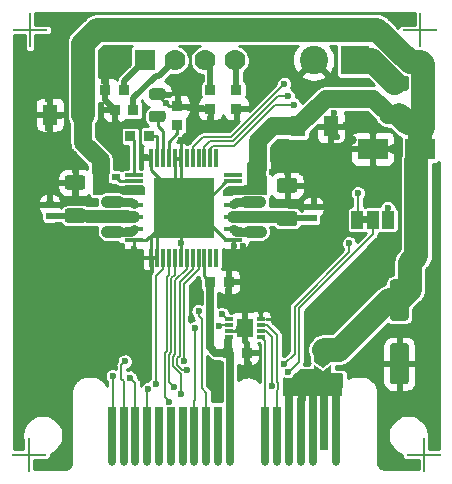
<source format=gtl>
G04 #@! TF.GenerationSoftware,KiCad,Pcbnew,(5.99.0-1251-g6aaee01f1)*
G04 #@! TF.CreationDate,2020-04-14T13:23:22-07:00*
G04 #@! TF.ProjectId,TMC2130_Driver,544d4332-3133-4305-9f44-72697665722e,rev?*
G04 #@! TF.SameCoordinates,PX67f3540PY6cb8080*
G04 #@! TF.FileFunction,Copper,L1,Top*
G04 #@! TF.FilePolarity,Positive*
%FSLAX46Y46*%
G04 Gerber Fmt 4.6, Leading zero omitted, Abs format (unit mm)*
G04 Created by KiCad (PCBNEW (5.99.0-1251-g6aaee01f1)) date 2020-04-14 13:23:22*
%MOMM*%
%LPD*%
G01*
G04 APERTURE LIST*
G04 #@! TA.AperFunction,SMDPad,CuDef*
%ADD10R,2.500000X1.800000*%
G04 #@! TD*
G04 #@! TA.AperFunction,SMDPad,CuDef*
%ADD11R,0.300000X1.500000*%
G04 #@! TD*
G04 #@! TA.AperFunction,SMDPad,CuDef*
%ADD12R,1.500000X0.300000*%
G04 #@! TD*
G04 #@! TA.AperFunction,SMDPad,CuDef*
%ADD13R,5.100000X5.100000*%
G04 #@! TD*
G04 #@! TA.AperFunction,SMDPad,CuDef*
%ADD14R,1.000000X1.500000*%
G04 #@! TD*
G04 #@! TA.AperFunction,ComponentPad*
%ADD15C,2.400000*%
G04 #@! TD*
G04 #@! TA.AperFunction,ComponentPad*
%ADD16R,2.400000X2.400000*%
G04 #@! TD*
G04 #@! TA.AperFunction,SMDPad,CuDef*
%ADD17R,0.640000X0.590000*%
G04 #@! TD*
G04 #@! TA.AperFunction,SMDPad,CuDef*
%ADD18R,0.875000X0.950000*%
G04 #@! TD*
G04 #@! TA.AperFunction,SMDPad,CuDef*
%ADD19R,0.950000X0.875000*%
G04 #@! TD*
G04 #@! TA.AperFunction,SMDPad,CuDef*
%ADD20R,1.250000X1.750000*%
G04 #@! TD*
G04 #@! TA.AperFunction,SMDPad,CuDef*
%ADD21R,0.680000X0.300000*%
G04 #@! TD*
G04 #@! TA.AperFunction,SMDPad,CuDef*
%ADD22R,1.450000X1.560000*%
G04 #@! TD*
G04 #@! TA.AperFunction,ComponentPad*
%ADD23C,1.778000*%
G04 #@! TD*
G04 #@! TA.AperFunction,ComponentPad*
%ADD24R,1.778000X1.778000*%
G04 #@! TD*
G04 #@! TA.AperFunction,ConnectorPad*
%ADD25C,0.650000*%
G04 #@! TD*
G04 #@! TA.AperFunction,ConnectorPad*
%ADD26R,0.650000X4.600000*%
G04 #@! TD*
G04 #@! TA.AperFunction,ConnectorPad*
%ADD27R,0.650000X3.600000*%
G04 #@! TD*
G04 #@! TA.AperFunction,SMDPad,CuDef*
%ADD28R,3.000000X0.127000*%
G04 #@! TD*
G04 #@! TA.AperFunction,SMDPad,CuDef*
%ADD29R,0.127000X3.000000*%
G04 #@! TD*
G04 #@! TA.AperFunction,ViaPad*
%ADD30C,0.600000*%
G04 #@! TD*
G04 #@! TA.AperFunction,ViaPad*
%ADD31C,0.800000*%
G04 #@! TD*
G04 #@! TA.AperFunction,Conductor*
%ADD32C,0.254000*%
G04 #@! TD*
G04 #@! TA.AperFunction,Conductor*
%ADD33C,0.203200*%
G04 #@! TD*
G04 #@! TA.AperFunction,Conductor*
%ADD34C,0.650000*%
G04 #@! TD*
G04 #@! TA.AperFunction,Conductor*
%ADD35C,0.508000*%
G04 #@! TD*
G04 #@! TA.AperFunction,Conductor*
%ADD36C,1.000000*%
G04 #@! TD*
G04 #@! TA.AperFunction,Conductor*
%ADD37C,0.800000*%
G04 #@! TD*
G04 #@! TA.AperFunction,Conductor*
%ADD38C,1.500000*%
G04 #@! TD*
G04 #@! TA.AperFunction,Conductor*
%ADD39C,2.000000*%
G04 #@! TD*
G04 #@! TA.AperFunction,Conductor*
%ADD40C,0.127000*%
G04 #@! TD*
G04 #@! TA.AperFunction,Conductor*
%ADD41C,0.152400*%
G04 #@! TD*
G04 APERTURE END LIST*
G36*
X30350000Y21200000D02*
G01*
X29850000Y21200000D01*
X29850000Y21800000D01*
X30350000Y21800000D01*
X30350000Y21200000D01*
G37*
G04 #@! TA.AperFunction,SMDPad,CuDef*
G36*
G01*
X6175000Y24025000D02*
X4925000Y24025000D01*
G75*
G02*
X4675000Y24275000I0J250000D01*
G01*
X4675000Y25025000D01*
G75*
G02*
X4925000Y25275000I250000J0D01*
G01*
X6175000Y25275000D01*
G75*
G02*
X6425000Y25025000I0J-250000D01*
G01*
X6425000Y24275000D01*
G75*
G02*
X6175000Y24025000I-250000J0D01*
G01*
G37*
G04 #@! TD.AperFunction*
G04 #@! TA.AperFunction,SMDPad,CuDef*
G36*
G01*
X6175000Y21225000D02*
X4925000Y21225000D01*
G75*
G02*
X4675000Y21475000I0J250000D01*
G01*
X4675000Y22225000D01*
G75*
G02*
X4925000Y22475000I250000J0D01*
G01*
X6175000Y22475000D01*
G75*
G02*
X6425000Y22225000I0J-250000D01*
G01*
X6425000Y21475000D01*
G75*
G02*
X6175000Y21225000I-250000J0D01*
G01*
G37*
G04 #@! TD.AperFunction*
G04 #@! TA.AperFunction,SMDPad,CuDef*
G36*
G01*
X24125000Y23775000D02*
X22875000Y23775000D01*
G75*
G02*
X22625000Y24025000I0J250000D01*
G01*
X22625000Y24775000D01*
G75*
G02*
X22875000Y25025000I250000J0D01*
G01*
X24125000Y25025000D01*
G75*
G02*
X24375000Y24775000I0J-250000D01*
G01*
X24375000Y24025000D01*
G75*
G02*
X24125000Y23775000I-250000J0D01*
G01*
G37*
G04 #@! TD.AperFunction*
G04 #@! TA.AperFunction,SMDPad,CuDef*
G36*
G01*
X24125000Y20975000D02*
X22875000Y20975000D01*
G75*
G02*
X22625000Y21225000I0J250000D01*
G01*
X22625000Y21975000D01*
G75*
G02*
X22875000Y22225000I250000J0D01*
G01*
X24125000Y22225000D01*
G75*
G02*
X24375000Y21975000I0J-250000D01*
G01*
X24375000Y21225000D01*
G75*
G02*
X24125000Y20975000I-250000J0D01*
G01*
G37*
G04 #@! TD.AperFunction*
G04 #@! TA.AperFunction,SMDPad,CuDef*
G36*
G01*
X12956250Y31637500D02*
X12043750Y31637500D01*
G75*
G02*
X11800000Y31881250I0J243750D01*
G01*
X11800000Y32368750D01*
G75*
G02*
X12043750Y32612500I243750J0D01*
G01*
X12956250Y32612500D01*
G75*
G02*
X13200000Y32368750I0J-243750D01*
G01*
X13200000Y31881250D01*
G75*
G02*
X12956250Y31637500I-243750J0D01*
G01*
G37*
G04 #@! TD.AperFunction*
G04 #@! TA.AperFunction,SMDPad,CuDef*
G36*
G01*
X12956250Y29762500D02*
X12043750Y29762500D01*
G75*
G02*
X11800000Y30006250I0J243750D01*
G01*
X11800000Y30493750D01*
G75*
G02*
X12043750Y30737500I243750J0D01*
G01*
X12956250Y30737500D01*
G75*
G02*
X13200000Y30493750I0J-243750D01*
G01*
X13200000Y30006250D01*
G75*
G02*
X12956250Y29762500I-243750J0D01*
G01*
G37*
G04 #@! TD.AperFunction*
G04 #@! TA.AperFunction,SMDPad,CuDef*
G36*
G01*
X32325000Y30875000D02*
X33575000Y30875000D01*
G75*
G02*
X33825000Y30625000I0J-250000D01*
G01*
X33825000Y29875000D01*
G75*
G02*
X33575000Y29625000I-250000J0D01*
G01*
X32325000Y29625000D01*
G75*
G02*
X32075000Y29875000I0J250000D01*
G01*
X32075000Y30625000D01*
G75*
G02*
X32325000Y30875000I250000J0D01*
G01*
G37*
G04 #@! TD.AperFunction*
G04 #@! TA.AperFunction,SMDPad,CuDef*
G36*
G01*
X32325000Y33675000D02*
X33575000Y33675000D01*
G75*
G02*
X33825000Y33425000I0J-250000D01*
G01*
X33825000Y32675000D01*
G75*
G02*
X33575000Y32425000I-250000J0D01*
G01*
X32325000Y32425000D01*
G75*
G02*
X32075000Y32675000I0J250000D01*
G01*
X32075000Y33425000D01*
G75*
G02*
X32325000Y33675000I250000J0D01*
G01*
G37*
G04 #@! TD.AperFunction*
D10*
X30750000Y27500000D03*
X34750000Y27500000D03*
D11*
X12000000Y18300000D03*
X12500000Y18300000D03*
X13000000Y18300000D03*
X13500000Y18300000D03*
X14000000Y18300000D03*
X14500000Y18300000D03*
X15000000Y18300000D03*
X15500000Y18300000D03*
X16000000Y18300000D03*
X16500000Y18300000D03*
X17000000Y18300000D03*
X17500000Y18300000D03*
D12*
X18950000Y19750000D03*
X18950000Y20750000D03*
X18950000Y21750000D03*
X18950000Y22750000D03*
X18950000Y23750000D03*
X18950000Y24750000D03*
X18950000Y25250000D03*
D11*
X17500000Y26700000D03*
X17000000Y26700000D03*
X16500000Y26700000D03*
X16000000Y26700000D03*
X15500000Y26700000D03*
X15000000Y26700000D03*
X14500000Y26700000D03*
X14000000Y26700000D03*
X13500000Y26700000D03*
X13000000Y26700000D03*
X12500000Y26700000D03*
X12000000Y26700000D03*
D12*
X10550000Y25250000D03*
X10550000Y24750000D03*
X10550000Y24250000D03*
X10550000Y23750000D03*
X10550000Y22750000D03*
X10550000Y21750000D03*
X10550000Y20750000D03*
X10550000Y19750000D03*
D13*
X14750000Y22500000D03*
G04 #@! TA.AperFunction,SMDPad,CuDef*
G36*
X26500000Y8975000D02*
G01*
X25750000Y9475001D01*
X25750001Y10475000D01*
X27250000Y10474999D01*
X27249999Y9475000D01*
X26500000Y8975000D01*
G37*
G04 #@! TD.AperFunction*
G04 #@! TA.AperFunction,SMDPad,CuDef*
G36*
X25750000Y8025001D02*
G01*
X25750001Y9175000D01*
X26500000Y8675000D01*
X27250000Y9174999D01*
X27249999Y8025000D01*
X25750000Y8025001D01*
G37*
G04 #@! TD.AperFunction*
D14*
X30750000Y21500000D03*
X32050000Y21500000D03*
X29450000Y21500000D03*
D15*
X25750000Y35000000D03*
D16*
X29250000Y35000000D03*
D17*
X3400000Y21830000D03*
X3400000Y22800000D03*
D18*
X8912500Y30800000D03*
X10487500Y30800000D03*
D17*
X25700000Y21615000D03*
X25700000Y22585000D03*
X9000000Y24115000D03*
X9000000Y25085000D03*
D19*
X14200000Y31087500D03*
X14200000Y29512500D03*
D20*
X24400000Y29400000D03*
X27200000Y29400000D03*
G04 #@! TA.AperFunction,SMDPad,CuDef*
G36*
G01*
X32450000Y11050000D02*
X33550000Y11050000D01*
G75*
G02*
X33800000Y10800000I0J-250000D01*
G01*
X33800000Y7800000D01*
G75*
G02*
X33550000Y7550000I-250000J0D01*
G01*
X32450000Y7550000D01*
G75*
G02*
X32200000Y7800000I0J250000D01*
G01*
X32200000Y10800000D01*
G75*
G02*
X32450000Y11050000I250000J0D01*
G01*
G37*
G04 #@! TD.AperFunction*
G04 #@! TA.AperFunction,SMDPad,CuDef*
G36*
G01*
X32450000Y16450000D02*
X33550000Y16450000D01*
G75*
G02*
X33800000Y16200000I0J-250000D01*
G01*
X33800000Y13200000D01*
G75*
G02*
X33550000Y12950000I-250000J0D01*
G01*
X32450000Y12950000D01*
G75*
G02*
X32200000Y13200000I0J250000D01*
G01*
X32200000Y16200000D01*
G75*
G02*
X32450000Y16450000I250000J0D01*
G01*
G37*
G04 #@! TD.AperFunction*
D21*
X21260000Y11600000D03*
X21260000Y12100000D03*
X21260000Y12600000D03*
X21260000Y13100000D03*
X18540000Y11600000D03*
X18540000Y12100000D03*
X18540000Y12600000D03*
X18540000Y13100000D03*
D22*
X19900000Y12350000D03*
D18*
X18512500Y10250000D03*
X20087500Y10250000D03*
D19*
X19200000Y30912500D03*
X19200000Y32487500D03*
X17000000Y30912500D03*
X17000000Y32487500D03*
D18*
X8112500Y32500000D03*
X9687500Y32500000D03*
D23*
X19060000Y35000000D03*
X16520000Y35000000D03*
X13980000Y35000000D03*
D24*
X11440000Y35000000D03*
D25*
X9652800Y1014800D03*
X25652800Y1014800D03*
X24652800Y1014800D03*
X23652800Y1014800D03*
X22652800Y1014800D03*
X21652800Y1014800D03*
X8652800Y1014800D03*
X18652800Y1014800D03*
X17652800Y1014800D03*
X16652800Y1014800D03*
X15652800Y1014800D03*
X14652800Y1014800D03*
X13652800Y1014800D03*
X12652800Y1014800D03*
X11652800Y1014800D03*
X10652800Y1014800D03*
D26*
X22652800Y3314800D03*
X21652800Y3314800D03*
X27652800Y3314800D03*
D27*
X26652800Y3814800D03*
D26*
X25652800Y3314800D03*
X24652800Y3314800D03*
X23652800Y3314800D03*
X18652800Y3314800D03*
X17652800Y3314800D03*
X16652800Y3314800D03*
X15652800Y3314800D03*
X14652800Y3314800D03*
X13652800Y3314800D03*
X12652800Y3314800D03*
X11652800Y3314800D03*
X10652800Y3314800D03*
X9652800Y3314800D03*
X8652800Y3314800D03*
D25*
X27652800Y1014800D03*
D28*
X1600000Y1600000D03*
D29*
X1600000Y1600000D03*
D28*
X34764000Y37546000D03*
D29*
X34764000Y37546000D03*
D28*
X35100000Y1600000D03*
D29*
X35100000Y1600000D03*
D28*
X1744000Y37546000D03*
D29*
X1744000Y37546000D03*
D20*
X6200000Y30400000D03*
X3400000Y30400000D03*
D18*
X11787500Y28600000D03*
X10212500Y28600000D03*
X16962500Y16250000D03*
X18537500Y16250000D03*
D30*
X13250000Y31350000D03*
X13945990Y7304010D03*
X16850000Y9600000D03*
X8800000Y18000000D03*
X6400000Y19200000D03*
X3900000Y19200000D03*
X1150000Y30450000D03*
X3200000Y25150000D03*
X15400000Y13100000D03*
X20500000Y20500000D03*
X21250000Y20500000D03*
X8250000Y20500000D03*
X9000000Y20500000D03*
X8250000Y23000000D03*
X9000000Y23000000D03*
X21200000Y23000000D03*
X20400000Y23000000D03*
X32000000Y22500000D03*
X29500000Y23750000D03*
X19900000Y12350000D03*
X22206810Y7391745D03*
X17750000Y12500000D03*
X18000000Y13500000D03*
X16000000Y13750000D03*
X15695990Y12311502D03*
X23250000Y33000000D03*
X24058021Y31250000D03*
X14500000Y6750000D03*
X8750000Y8250000D03*
X9750000Y9500000D03*
X18500000Y15500000D03*
X21250000Y13750000D03*
X21000000Y10250000D03*
X14500000Y19500000D03*
X11750000Y17000000D03*
X11250000Y18250000D03*
X10500000Y19000000D03*
X9500000Y19250000D03*
X19000000Y19250000D03*
X19750000Y19250000D03*
X14500000Y28250000D03*
X11523000Y26773000D03*
X8000000Y33250000D03*
X7750000Y30750000D03*
X15250000Y31000000D03*
X14250000Y32250000D03*
X17000000Y30000000D03*
X16250000Y31000000D03*
X28500000Y29500000D03*
X22250000Y25500000D03*
X23500000Y25500000D03*
X24750000Y25500000D03*
X4250000Y25750000D03*
X5500000Y25750000D03*
X5500000Y23750000D03*
X3250000Y29250000D03*
X3250000Y31750000D03*
X4250000Y30250000D03*
X27500000Y30500000D03*
X27750000Y28500000D03*
X20250000Y9304010D03*
X10185653Y8134343D03*
X23554010Y32000000D03*
X28750000Y19500000D03*
X23250000Y9250000D03*
X23586489Y8577022D03*
X15000000Y8804010D03*
X14750002Y9513675D03*
X12385425Y7580333D03*
X11750000Y7141980D03*
X13520173Y6105852D03*
D31*
X12750000Y24500000D03*
X14000000Y24500000D03*
X15250000Y24500000D03*
X16500000Y24500000D03*
X15250000Y23250000D03*
X14000000Y23250000D03*
X12750000Y23250000D03*
X16500000Y23250000D03*
X15250000Y22000000D03*
X14000000Y22000000D03*
X12750000Y22000000D03*
X16500000Y22000000D03*
X15250000Y20750000D03*
X14000000Y20750000D03*
X12750000Y20750000D03*
X16500000Y20750000D03*
X22750000Y27000000D03*
X26500000Y24250000D03*
X23000000Y19250000D03*
X25500000Y18500000D03*
X22250000Y16500000D03*
X21000000Y17750000D03*
X6250000Y17500000D03*
X8750000Y15750000D03*
X5000000Y14250000D03*
X1500000Y9000000D03*
X3250000Y34500000D03*
X8500000Y35250000D03*
X7750000Y29000000D03*
X21500000Y33000000D03*
X21000000Y35500000D03*
X15750000Y29500000D03*
X15000000Y33000000D03*
X34750000Y10500000D03*
X34750000Y8500000D03*
X31250000Y10500000D03*
X31250000Y8500000D03*
X35750000Y16750000D03*
X30750000Y17500000D03*
X28750000Y16000000D03*
X29000000Y28250000D03*
X4750000Y38250000D03*
X33000000Y38500000D03*
X31000000Y25750000D03*
X32500000Y27500000D03*
X30750000Y29000000D03*
X29750000Y30000000D03*
X32500000Y25250000D03*
X32500000Y24250000D03*
D32*
X14200000Y31087500D02*
X13512500Y31087500D01*
X13512500Y31087500D02*
X13250000Y31350000D01*
X12500000Y32100000D02*
X13250000Y31350000D01*
X12500000Y32125000D02*
X12500000Y32100000D01*
X19647748Y23750000D02*
X19677158Y23779410D01*
X18950000Y23750000D02*
X19647748Y23750000D01*
X19677158Y23779410D02*
X21620590Y23779410D01*
X12000000Y18300000D02*
X12000000Y20000000D01*
X12000000Y20000000D02*
X12750000Y20750000D01*
X12500000Y18300000D02*
X12500000Y20250000D01*
X14500000Y26700000D02*
X14500000Y22750000D01*
X14500000Y22750000D02*
X14750000Y22500000D01*
D33*
X14500000Y6750000D02*
X14500000Y8427166D01*
X13840387Y9913220D02*
X14038778Y10111611D01*
X14038778Y10111611D02*
X14038778Y16391396D01*
X14500000Y8427166D02*
X13840387Y9086780D01*
X13840387Y9086780D02*
X13840387Y9913220D01*
X14038778Y16391396D02*
X15000000Y17352617D01*
X15000000Y17352617D02*
X15000000Y18300000D01*
X14000000Y16855527D02*
X13683167Y16538694D01*
X13645991Y7604009D02*
X13945990Y7304010D01*
X13683167Y16538694D02*
X13683167Y10258909D01*
X13683167Y10258909D02*
X13484776Y10060518D01*
X13484776Y7765224D02*
X13645991Y7604009D01*
X14000000Y18300000D02*
X14000000Y16855527D01*
X13484776Y10060518D02*
X13484776Y7765224D01*
D34*
X26652800Y8372200D02*
X27652800Y7372200D01*
X27652800Y7372200D02*
X27652800Y3314800D01*
D35*
X10487500Y30800000D02*
X10487500Y31783000D01*
X10487500Y31783000D02*
X12409099Y33704599D01*
X12684599Y33704599D02*
X13091001Y34111001D01*
X12409099Y33704599D02*
X12684599Y33704599D01*
D32*
X14000000Y23250000D02*
X14750000Y22500000D01*
X14000000Y26700000D02*
X14000000Y23250000D01*
X14304000Y22500000D02*
X14750000Y22500000D01*
X11554000Y19750000D02*
X14304000Y22500000D01*
X10550000Y19750000D02*
X11554000Y19750000D01*
X12000000Y18300000D02*
X12500000Y18300000D01*
X15600000Y22500000D02*
X14750000Y22500000D01*
X18350000Y19750000D02*
X15600000Y22500000D01*
X18950000Y19750000D02*
X18350000Y19750000D01*
X12500000Y20250000D02*
X14750000Y22500000D01*
X14500000Y22250000D02*
X14750000Y22500000D01*
X14500000Y18300000D02*
X14500000Y22250000D01*
X16100000Y22500000D02*
X14750000Y22500000D01*
X18350000Y24750000D02*
X16100000Y22500000D01*
X18950000Y24750000D02*
X18350000Y24750000D01*
X14500000Y26700000D02*
X14000000Y26700000D01*
X14750000Y22946000D02*
X14750000Y22500000D01*
X12000000Y25696000D02*
X14750000Y22946000D01*
X12000000Y26700000D02*
X12000000Y25696000D01*
D36*
X10550000Y21750000D02*
X6600000Y21750000D01*
X23350000Y21750000D02*
X23500000Y21600000D01*
X18950000Y21750000D02*
X23350000Y21750000D01*
X21250000Y20500000D02*
X20274322Y20500000D01*
X8250000Y20500000D02*
X9225678Y20500000D01*
X6500000Y21850000D02*
X6600000Y21750000D01*
X6250000Y21850000D02*
X6500000Y21850000D01*
X8250000Y23000000D02*
X9225678Y23000000D01*
D37*
X9750000Y23000000D02*
X10300000Y23000000D01*
X10497590Y22802410D02*
X10550000Y22802410D01*
X10300000Y23000000D02*
X10497590Y22802410D01*
X9750000Y23000000D02*
X9000000Y23000000D01*
X10300000Y20500000D02*
X10497590Y20697590D01*
X9000000Y20500000D02*
X10300000Y20500000D01*
X19002410Y20697590D02*
X18950000Y20697590D01*
X20274322Y20500000D02*
X19200000Y20500000D01*
X19200000Y20500000D02*
X19002410Y20697590D01*
D36*
X21200000Y23000000D02*
X20000000Y23000000D01*
D37*
X19002410Y22802410D02*
X18950000Y22802410D01*
X20000000Y23000000D02*
X19200000Y23000000D01*
X19200000Y23000000D02*
X19002410Y22802410D01*
D32*
X9335000Y24750000D02*
X9000000Y25085000D01*
X10550000Y24750000D02*
X9335000Y24750000D01*
X12500000Y27704000D02*
X12500000Y26700000D01*
X12500000Y28579000D02*
X12500000Y27704000D01*
X12479000Y28600000D02*
X12500000Y28579000D01*
X11787500Y28600000D02*
X12479000Y28600000D01*
X13000000Y27704000D02*
X13000000Y26700000D01*
X13000000Y29021000D02*
X13000000Y27704000D01*
X12600000Y29421000D02*
X13000000Y29021000D01*
X12600000Y30112500D02*
X12600000Y29421000D01*
X13500000Y27704000D02*
X13500000Y26700000D01*
X13500000Y28121000D02*
X13500000Y27704000D01*
X14200000Y28821000D02*
X13500000Y28121000D01*
X14200000Y29512500D02*
X14200000Y28821000D01*
D36*
X10061667Y21750001D02*
X10550000Y21750001D01*
X9961668Y21850000D02*
X10061667Y21750001D01*
X7770247Y21850000D02*
X7772657Y21847590D01*
X7772657Y21847590D02*
X9703021Y21847590D01*
X5550000Y21850000D02*
X7770247Y21850000D01*
X9703021Y21847590D02*
X9705431Y21850000D01*
X9705431Y21850000D02*
X9961668Y21850000D01*
D38*
X6200000Y28025000D02*
X7700000Y26525000D01*
X6200000Y30400000D02*
X6200000Y28025000D01*
X7700000Y26525000D02*
X7700000Y25576886D01*
X22275000Y29400000D02*
X21000000Y28125000D01*
X24400000Y29400000D02*
X22275000Y29400000D01*
X21000000Y28125000D02*
X21000000Y25800000D01*
D39*
X34450000Y26500000D02*
X34450000Y25600000D01*
D38*
X26600000Y10075000D02*
X26500000Y9975000D01*
X26600000Y10500000D02*
X26600000Y10075000D01*
D35*
X23515000Y21615000D02*
X23500000Y21600000D01*
X25700000Y21615000D02*
X23515000Y21615000D01*
X5530000Y21830000D02*
X5550000Y21850000D01*
X3400000Y21830000D02*
X5530000Y21830000D01*
D33*
X32000000Y21550000D02*
X32050000Y21500000D01*
X32000000Y22500000D02*
X32000000Y21550000D01*
X29500000Y21550000D02*
X29450000Y21500000D01*
X29500000Y23750000D02*
X29500000Y21550000D01*
D35*
X17000000Y34520000D02*
X16520000Y35000000D01*
X17000000Y32487500D02*
X17000000Y34520000D01*
X19200000Y34860000D02*
X19060000Y35000000D01*
X19200000Y32487500D02*
X19200000Y34860000D01*
X9687500Y33247500D02*
X11440000Y35000000D01*
X9687500Y32500000D02*
X9687500Y33247500D01*
X13091001Y34111001D02*
X13980000Y35000000D01*
X10487500Y30800000D02*
X10487500Y30837500D01*
X8112500Y31600000D02*
X8912500Y30800000D01*
X8112500Y32500000D02*
X8112500Y31600000D01*
D32*
X10550000Y28262500D02*
X10212500Y28600000D01*
X10550000Y25250000D02*
X10550000Y28262500D01*
X11596000Y26700000D02*
X12000000Y26700000D01*
X11070599Y27225401D02*
X11523000Y26773000D01*
X11070599Y29157323D02*
X11070599Y27225401D01*
X10873521Y29354401D02*
X11070599Y29157323D01*
X9629099Y29354401D02*
X10873521Y29354401D01*
X8912500Y30071000D02*
X9629099Y29354401D01*
X8912500Y30800000D02*
X8912500Y30071000D01*
D34*
X25652800Y3314800D02*
X25652800Y7152800D01*
X26652800Y3814800D02*
X26652800Y8152800D01*
X26652800Y8152800D02*
X26652800Y8372200D01*
X23652800Y3314800D02*
X23652800Y7402800D01*
X24775000Y8525000D02*
X26024840Y8525000D01*
X23652800Y7402800D02*
X24775000Y8525000D01*
X18652800Y10109700D02*
X18512500Y10250000D01*
X18652800Y3314800D02*
X18652800Y10109700D01*
X18512500Y10250000D02*
X18512500Y11237500D01*
D32*
X18540000Y11265000D02*
X18512500Y11237500D01*
X18540000Y11600000D02*
X18540000Y11265000D01*
X19650000Y12100000D02*
X19900000Y12350000D01*
X18540000Y12100000D02*
X19650000Y12100000D01*
X16500000Y16712500D02*
X16962500Y16250000D01*
X16500000Y18300000D02*
X16500000Y16712500D01*
D34*
X17425000Y10250000D02*
X18512500Y10250000D01*
X16962500Y10712500D02*
X17425000Y10250000D01*
X16962500Y16250000D02*
X16962500Y10712500D01*
D33*
X21652800Y11207200D02*
X21260000Y11600000D01*
X21652800Y3314800D02*
X21652800Y11207200D01*
X22652800Y7017813D02*
X22652800Y5818000D01*
X22760811Y7125824D02*
X22652800Y7017813D01*
X21803200Y12600000D02*
X22652800Y11750400D01*
X21260000Y12100000D02*
X21707202Y12100000D01*
X22652800Y11750400D02*
X22652800Y7765677D01*
X22652800Y5818000D02*
X22652800Y3314800D01*
X21260000Y12600000D02*
X21803200Y12600000D01*
X22652800Y7765677D02*
X22760811Y7657666D01*
X21707202Y12100000D02*
X22206810Y11600392D01*
X22760811Y7657666D02*
X22760811Y7125824D01*
X22206810Y7816009D02*
X22206810Y7391745D01*
X22206810Y11600392D02*
X22206810Y7816009D01*
X18540000Y12600000D02*
X17850000Y12600000D01*
X17850000Y12600000D02*
X17750000Y12500000D01*
X18540000Y13100000D02*
X18400000Y13100000D01*
X18400000Y13100000D02*
X18000000Y13500000D01*
X16000000Y13325736D02*
X16250000Y13075736D01*
X16000000Y13750000D02*
X16000000Y13325736D01*
X15652800Y3314800D02*
X15652800Y6152800D01*
X15695990Y11887238D02*
X15695990Y12311502D01*
X15652800Y6152800D02*
X15695990Y6195990D01*
X15695990Y6195990D02*
X15695990Y11887238D01*
X16250000Y13075736D02*
X16250000Y7250000D01*
X16652800Y6847200D02*
X16652800Y3314800D01*
X16250000Y7250000D02*
X16652800Y6847200D01*
X15500000Y27653200D02*
X16346800Y28500000D01*
X15500000Y26700000D02*
X15500000Y27653200D01*
X18750000Y28500000D02*
X23250000Y33000000D01*
X16346800Y28500000D02*
X18750000Y28500000D01*
X17000000Y27497092D02*
X17206909Y27704001D01*
X17206909Y27704001D02*
X18959818Y27704001D01*
X18959818Y27704001D02*
X22505817Y31250000D01*
X23633757Y31250000D02*
X24058021Y31250000D01*
X22505817Y31250000D02*
X23633757Y31250000D01*
X17000000Y26700000D02*
X17000000Y27497092D01*
X8750000Y3412000D02*
X8652800Y3314800D01*
X8750000Y8250000D02*
X8750000Y3412000D01*
D32*
X11523000Y26773000D02*
X11596000Y26700000D01*
D33*
X9450001Y9200001D02*
X9450001Y8050071D01*
X10485652Y7834344D02*
X10185653Y8134343D01*
X9750000Y9500000D02*
X9450001Y9200001D01*
X9652800Y5818000D02*
X9652800Y3314800D01*
X9450001Y8050071D02*
X9652800Y7847272D01*
X10652800Y7667196D02*
X10485652Y7834344D01*
X9652800Y7847272D02*
X9652800Y5818000D01*
X10652800Y3314800D02*
X10652800Y7667196D01*
X23129746Y32000000D02*
X23554010Y32000000D01*
X22752908Y32000000D02*
X23129746Y32000000D01*
X16500000Y27653200D02*
X16991189Y28144389D01*
X16991189Y28144389D02*
X18897298Y28144389D01*
X18897298Y28144389D02*
X22752908Y32000000D01*
X16500000Y26700000D02*
X16500000Y27653200D01*
X24144390Y10144390D02*
X23250000Y9250000D01*
X24144390Y14147298D02*
X24144390Y10144390D01*
X28750000Y19500000D02*
X28750000Y18752908D01*
X28750000Y18752908D02*
X24144390Y14147298D01*
X30750000Y21500000D02*
X30750000Y20250000D01*
X23886488Y8877021D02*
X23586489Y8577022D01*
X30750000Y20250000D02*
X24500000Y14000000D01*
X24500000Y9490533D02*
X23886488Y8877021D01*
X24500000Y14000000D02*
X24500000Y9490533D01*
X14750000Y16096800D02*
X14750000Y9937941D01*
X15500000Y17349709D02*
X14394389Y16244098D01*
X14394389Y9964313D02*
X14195998Y9765922D01*
X14394389Y16244098D02*
X14394389Y9964313D01*
X14195998Y9765922D02*
X14195998Y9234078D01*
X16000000Y17346800D02*
X14750000Y16096800D01*
X15500000Y18300000D02*
X15500000Y17349709D01*
X16000000Y18300000D02*
X16000000Y17346800D01*
X14750000Y9937941D02*
X14750002Y9937939D01*
X14195998Y9234078D02*
X14626066Y8804010D01*
X14626066Y8804010D02*
X15000000Y8804010D01*
X14750002Y9937939D02*
X14750002Y9513675D01*
X11652800Y3314800D02*
X11652800Y7044780D01*
X11652800Y7044780D02*
X11750000Y7141980D01*
X13000000Y18300000D02*
X13000000Y17346800D01*
X13500000Y16858436D02*
X13327556Y16685992D01*
X13500000Y18300000D02*
X13500000Y16858436D01*
X12385425Y16732225D02*
X12385425Y8004597D01*
X12385425Y8004597D02*
X12385425Y7580333D01*
X13000000Y17346800D02*
X12385425Y16732225D01*
X13327556Y16685992D02*
X13327556Y10406207D01*
X13220174Y6405851D02*
X13520173Y6105852D01*
X13129165Y10207816D02*
X13129165Y6496860D01*
X13129165Y6496860D02*
X13220174Y6405851D01*
X13327556Y10406207D02*
X13129165Y10207816D01*
D34*
X25500000Y7750000D02*
X26250000Y7750000D01*
X24750000Y7000000D02*
X25500000Y7750000D01*
X25652800Y7152800D02*
X26250000Y7750000D01*
X24652800Y6264800D02*
X24750000Y6362000D01*
X24750000Y6362000D02*
X24750000Y7000000D01*
X26250000Y7750000D02*
X26652800Y8152800D01*
X24652800Y3314800D02*
X24652800Y6264800D01*
D39*
X27900000Y10500000D02*
X26600000Y10500000D01*
X32100000Y14700000D02*
X27900000Y10500000D01*
X33000000Y14700000D02*
X32100000Y14700000D01*
X33870710Y15570710D02*
X33870710Y17870710D01*
X33000000Y14700000D02*
X33870710Y15570710D01*
X34450000Y18450000D02*
X34450000Y25600000D01*
X33870710Y17870710D02*
X34450000Y18450000D01*
D38*
X24400000Y29400000D02*
X26750000Y31750000D01*
X30750000Y31750000D02*
X32000000Y30500000D01*
X26750000Y31750000D02*
X30750000Y31750000D01*
X32000000Y30375000D02*
X32025000Y30350000D01*
X32025000Y30350000D02*
X33000000Y30350000D01*
X32000000Y30500000D02*
X32000000Y30375000D01*
D39*
X33694897Y29655103D02*
X34094897Y29655103D01*
X33000000Y30350000D02*
X33694897Y29655103D01*
X34750000Y29000000D02*
X34750000Y27500000D01*
X34094897Y29655103D02*
X34750000Y29000000D01*
X35027410Y29277410D02*
X34750000Y29000000D01*
X35027410Y34722590D02*
X35027410Y29277410D01*
X34856401Y34893599D02*
X35027410Y34722590D01*
X33904500Y34893599D02*
X34856401Y34893599D01*
X6200000Y30400000D02*
X6200000Y36400000D01*
X6200000Y36400000D02*
X7400000Y37600000D01*
X33548099Y35250000D02*
X33904500Y34893599D01*
X33474322Y35250000D02*
X33548099Y35250000D01*
X7400000Y37600000D02*
X31124322Y37600000D01*
X31124322Y37600000D02*
X33474322Y35250000D01*
X32582765Y33097591D02*
X32656541Y33097591D01*
X29250000Y35000000D02*
X30680356Y35000000D01*
X30680356Y35000000D02*
X32582765Y33097591D01*
G36*
X21737500Y25851695D02*
G01*
X21660896Y25712354D01*
X21657473Y25702606D01*
X21623872Y25510084D01*
X21623791Y25499752D01*
X21654364Y25306727D01*
X21657633Y25296926D01*
X21737500Y25146084D01*
X21737500Y23662500D01*
X21686420Y23662500D01*
X21657365Y23688161D01*
X21649922Y23693050D01*
X21445751Y23788909D01*
X21437043Y23791542D01*
X21258962Y23818156D01*
X21254337Y23818500D01*
X19943493Y23818500D01*
X19939058Y23818184D01*
X19772366Y23794312D01*
X19763819Y23791812D01*
X19602578Y23718500D01*
X19280503Y23718500D01*
X19262602Y23722551D01*
X19253725Y23723265D01*
X19176921Y23718500D01*
X19150678Y23718500D01*
X19146242Y23718184D01*
X19126686Y23715383D01*
X19057289Y23711078D01*
X19048569Y23709273D01*
X19025259Y23700858D01*
X19000721Y23697343D01*
X18992175Y23694844D01*
X18928864Y23666058D01*
X18863359Y23642410D01*
X18855340Y23638115D01*
X18836114Y23623888D01*
X18813010Y23613383D01*
X18805507Y23608585D01*
X18752023Y23562500D01*
X18162500Y23562500D01*
X18162500Y23932468D01*
X18508556Y24278524D01*
X19703070Y24278524D01*
X19709182Y24279126D01*
X19817336Y24300639D01*
X19828711Y24305350D01*
X19876826Y24337500D01*
X20125888Y24337500D01*
X20162500Y24374112D01*
X20162500Y26337500D01*
X21737500Y26337500D01*
X21737500Y25851695D01*
G37*
D40*
X21737500Y25851695D02*
X21660896Y25712354D01*
X21657473Y25702606D01*
X21623872Y25510084D01*
X21623791Y25499752D01*
X21654364Y25306727D01*
X21657633Y25296926D01*
X21737500Y25146084D01*
X21737500Y23662500D01*
X21686420Y23662500D01*
X21657365Y23688161D01*
X21649922Y23693050D01*
X21445751Y23788909D01*
X21437043Y23791542D01*
X21258962Y23818156D01*
X21254337Y23818500D01*
X19943493Y23818500D01*
X19939058Y23818184D01*
X19772366Y23794312D01*
X19763819Y23791812D01*
X19602578Y23718500D01*
X19280503Y23718500D01*
X19262602Y23722551D01*
X19253725Y23723265D01*
X19176921Y23718500D01*
X19150678Y23718500D01*
X19146242Y23718184D01*
X19126686Y23715383D01*
X19057289Y23711078D01*
X19048569Y23709273D01*
X19025259Y23700858D01*
X19000721Y23697343D01*
X18992175Y23694844D01*
X18928864Y23666058D01*
X18863359Y23642410D01*
X18855340Y23638115D01*
X18836114Y23623888D01*
X18813010Y23613383D01*
X18805507Y23608585D01*
X18752023Y23562500D01*
X18162500Y23562500D01*
X18162500Y23932468D01*
X18508556Y24278524D01*
X19703070Y24278524D01*
X19709182Y24279126D01*
X19817336Y24300639D01*
X19828711Y24305350D01*
X19876826Y24337500D01*
X20125888Y24337500D01*
X20162500Y24374112D01*
X20162500Y26337500D01*
X21737500Y26337500D01*
X21737500Y25851695D01*
G36*
X8337500Y24574112D02*
G01*
X8374112Y24537500D01*
X8488208Y24537500D01*
X8551289Y24495350D01*
X8562664Y24490639D01*
X8670818Y24469126D01*
X8676930Y24468524D01*
X8986444Y24468524D01*
X8988959Y24466009D01*
X9010326Y24434031D01*
X9019031Y24425326D01*
X9155956Y24333835D01*
X9167331Y24329124D01*
X9328845Y24296998D01*
X9341155Y24296998D01*
X9378872Y24304500D01*
X9673341Y24304500D01*
X9682663Y24300639D01*
X9790818Y24279126D01*
X9796930Y24278524D01*
X11303070Y24278524D01*
X11309182Y24279126D01*
X11337500Y24284759D01*
X11337500Y23662500D01*
X10579775Y23662500D01*
X10579262Y23662692D01*
X10516212Y23692294D01*
X10507504Y23694927D01*
X10483838Y23698464D01*
X10460085Y23707370D01*
X10451386Y23709282D01*
X10371970Y23715184D01*
X10352076Y23718156D01*
X10347451Y23718500D01*
X10327339Y23718500D01*
X10255115Y23723867D01*
X10246231Y23723261D01*
X10223925Y23718500D01*
X9621394Y23718500D01*
X9471429Y23788909D01*
X9462721Y23791542D01*
X9284640Y23818156D01*
X9280015Y23818500D01*
X8193493Y23818500D01*
X8189058Y23818184D01*
X8022366Y23794312D01*
X8013819Y23791812D01*
X7808579Y23698495D01*
X7801077Y23693697D01*
X7764870Y23662500D01*
X7162500Y23662500D01*
X7162500Y25737500D01*
X8337500Y25737500D01*
X8337500Y24574112D01*
G37*
X8337500Y24574112D02*
X8374112Y24537500D01*
X8488208Y24537500D01*
X8551289Y24495350D01*
X8562664Y24490639D01*
X8670818Y24469126D01*
X8676930Y24468524D01*
X8986444Y24468524D01*
X8988959Y24466009D01*
X9010326Y24434031D01*
X9019031Y24425326D01*
X9155956Y24333835D01*
X9167331Y24329124D01*
X9328845Y24296998D01*
X9341155Y24296998D01*
X9378872Y24304500D01*
X9673341Y24304500D01*
X9682663Y24300639D01*
X9790818Y24279126D01*
X9796930Y24278524D01*
X11303070Y24278524D01*
X11309182Y24279126D01*
X11337500Y24284759D01*
X11337500Y23662500D01*
X10579775Y23662500D01*
X10579262Y23662692D01*
X10516212Y23692294D01*
X10507504Y23694927D01*
X10483838Y23698464D01*
X10460085Y23707370D01*
X10451386Y23709282D01*
X10371970Y23715184D01*
X10352076Y23718156D01*
X10347451Y23718500D01*
X10327339Y23718500D01*
X10255115Y23723867D01*
X10246231Y23723261D01*
X10223925Y23718500D01*
X9621394Y23718500D01*
X9471429Y23788909D01*
X9462721Y23791542D01*
X9284640Y23818156D01*
X9280015Y23818500D01*
X8193493Y23818500D01*
X8189058Y23818184D01*
X8022366Y23794312D01*
X8013819Y23791812D01*
X7808579Y23698495D01*
X7801077Y23693697D01*
X7764870Y23662500D01*
X7162500Y23662500D01*
X7162500Y25737500D01*
X8337500Y25737500D01*
X8337500Y24574112D01*
G36*
X34315524Y37994476D02*
G01*
X33257810Y37994476D01*
X33245490Y37993263D01*
X33128142Y37969921D01*
X33105211Y37960423D01*
X33000556Y37890495D01*
X32983005Y37872944D01*
X32913077Y37768289D01*
X32912315Y37766448D01*
X32178456Y38500307D01*
X32160908Y38524460D01*
X32152071Y38534275D01*
X32075935Y38602828D01*
X32052668Y38626095D01*
X32047765Y38630511D01*
X32022174Y38651234D01*
X31946050Y38719777D01*
X31935366Y38727539D01*
X31909510Y38742467D01*
X31886318Y38761247D01*
X31875242Y38768440D01*
X31783992Y38814934D01*
X31695279Y38866154D01*
X31683214Y38871525D01*
X31654821Y38880751D01*
X31628229Y38894300D01*
X31615901Y38899033D01*
X31516960Y38925545D01*
X31419553Y38957194D01*
X31406636Y38959939D01*
X31376947Y38963060D01*
X31348117Y38970785D01*
X31335073Y38972851D01*
X31232809Y38978210D01*
X31200032Y38981655D01*
X31193442Y38982000D01*
X31160491Y38982000D01*
X31058226Y38987360D01*
X31045037Y38986669D01*
X31015558Y38982000D01*
X7508756Y38982000D01*
X7479284Y38986668D01*
X7466095Y38987359D01*
X7363842Y38982000D01*
X7330881Y38982000D01*
X7324292Y38981655D01*
X7291512Y38978210D01*
X7189247Y38972851D01*
X7176202Y38970785D01*
X7147374Y38963060D01*
X7117688Y38959940D01*
X7104769Y38957194D01*
X7007362Y38925544D01*
X6908420Y38899033D01*
X6896091Y38894300D01*
X6869496Y38880749D01*
X6841109Y38871526D01*
X6829044Y38866154D01*
X6740338Y38814940D01*
X6649079Y38768440D01*
X6638003Y38761248D01*
X6614811Y38742467D01*
X6588956Y38727539D01*
X6578272Y38719777D01*
X6502149Y38651235D01*
X6476556Y38630511D01*
X6471653Y38626095D01*
X6448377Y38602819D01*
X6372251Y38534275D01*
X6363414Y38524460D01*
X6345868Y38500310D01*
X5299691Y37454133D01*
X5275539Y37436585D01*
X5265726Y37427748D01*
X5197183Y37351624D01*
X5173905Y37328347D01*
X5169489Y37323443D01*
X5148757Y37297841D01*
X5080224Y37221728D01*
X5072461Y37211042D01*
X5057537Y37185192D01*
X5038754Y37161998D01*
X5031560Y37150921D01*
X4985057Y37059655D01*
X4933847Y36970956D01*
X4928475Y36958891D01*
X4919253Y36930507D01*
X4905700Y36903908D01*
X4900967Y36891578D01*
X4874453Y36792625D01*
X4842807Y36695231D01*
X4840062Y36682313D01*
X4836942Y36652633D01*
X4829215Y36623796D01*
X4827149Y36610751D01*
X4821789Y36508468D01*
X4818346Y36475710D01*
X4818001Y36469120D01*
X4818001Y36436188D01*
X4812640Y36333904D01*
X4813331Y36320715D01*
X4818001Y36291230D01*
X4818000Y30330882D01*
X4818345Y30324292D01*
X4840060Y30117688D01*
X4842806Y30104770D01*
X4928474Y29841110D01*
X4933846Y29829045D01*
X5068000Y29596682D01*
X5068001Y28064261D01*
X5061776Y27972955D01*
X5062571Y27957784D01*
X5079715Y27859556D01*
X5091690Y27760594D01*
X5095314Y27745841D01*
X5103207Y27724952D01*
X5107047Y27702952D01*
X5111438Y27688409D01*
X5151513Y27597116D01*
X5186752Y27503858D01*
X5193790Y27490395D01*
X5206439Y27471990D01*
X5215482Y27451390D01*
X5223418Y27438049D01*
X5279115Y27366245D01*
X5340310Y27277207D01*
X5350357Y27265811D01*
X5423224Y27200888D01*
X6568000Y26056111D01*
X6568001Y25813600D01*
X6432323Y25875561D01*
X6415030Y25880639D01*
X6185906Y25913582D01*
X6176929Y25914224D01*
X5751809Y25914224D01*
X5678000Y25840415D01*
X5677999Y24851808D01*
X5678000Y24851807D01*
X5677999Y23459585D01*
X5751808Y23385776D01*
X6179183Y23385776D01*
X6192613Y23387220D01*
X6528353Y23460255D01*
X6549187Y23468885D01*
X6721574Y23579672D01*
X6744177Y23466045D01*
X6753675Y23443114D01*
X6822524Y23340075D01*
X6840075Y23322524D01*
X6943114Y23253675D01*
X6966045Y23244177D01*
X7081489Y23221213D01*
X7093810Y23220000D01*
X7395133Y23220000D01*
X7371326Y23140395D01*
X7368672Y23122639D01*
X7367241Y22888137D01*
X7369677Y22870350D01*
X7409217Y22732000D01*
X6546313Y22732000D01*
X6399633Y22816685D01*
X6378916Y22824226D01*
X6187605Y22857959D01*
X6176644Y22858918D01*
X4920598Y22858918D01*
X4904223Y22856762D01*
X4627030Y22782488D01*
X4602550Y22769745D01*
X4447379Y22639542D01*
X4433208Y22622653D01*
X4361789Y22498952D01*
X4361837Y22499499D01*
X4361837Y22598191D01*
X4288028Y22672000D01*
X3601808Y22672001D01*
X3601807Y22672000D01*
X2511972Y22672001D01*
X2438163Y22598192D01*
X2438163Y22496742D01*
X2440319Y22480366D01*
X2515137Y22201141D01*
X2527880Y22176661D01*
X2658990Y22020410D01*
X2675880Y22006238D01*
X2695024Y21995185D01*
X2695024Y21528810D01*
X2696237Y21516490D01*
X2719579Y21399142D01*
X2729077Y21376211D01*
X2799005Y21271556D01*
X2816556Y21254005D01*
X2921211Y21184077D01*
X2944142Y21174579D01*
X3061490Y21151237D01*
X3073810Y21150024D01*
X3726190Y21150024D01*
X3738510Y21151237D01*
X3855859Y21174579D01*
X3878789Y21184077D01*
X3893640Y21194000D01*
X4362965Y21194000D01*
X4367512Y21177029D01*
X4380255Y21152549D01*
X4510458Y20997379D01*
X4527347Y20983208D01*
X4700367Y20883315D01*
X4721084Y20875774D01*
X4912395Y20842041D01*
X4923356Y20841082D01*
X6179401Y20841082D01*
X6195777Y20843238D01*
X6376689Y20891713D01*
X6400168Y20882911D01*
X6417702Y20879056D01*
X6511068Y20872117D01*
X6533981Y20868693D01*
X6543306Y20868000D01*
X6566471Y20868000D01*
X6651562Y20861677D01*
X6669474Y20862898D01*
X6693374Y20868000D01*
X7439872Y20868000D01*
X7438518Y20865069D01*
X7371326Y20640395D01*
X7368672Y20622639D01*
X7367241Y20388137D01*
X7369677Y20370350D01*
X7434118Y20144873D01*
X7441449Y20128484D01*
X7566585Y19930156D01*
X7578221Y19916484D01*
X7753991Y19761249D01*
X7768997Y19751392D01*
X7981446Y19651647D01*
X7999001Y19646338D01*
X8183982Y19618693D01*
X8193307Y19618000D01*
X9158163Y19618000D01*
X9158163Y19591742D01*
X9160319Y19575366D01*
X9235137Y19296141D01*
X9247880Y19271661D01*
X9378990Y19115410D01*
X9395879Y19101239D01*
X9570120Y19000641D01*
X9590837Y18993100D01*
X9783538Y18959122D01*
X9794499Y18958163D01*
X10452191Y18958163D01*
X10526000Y19031972D01*
X10526001Y19744311D01*
X10529990Y19745478D01*
X10574000Y19765489D01*
X10573999Y19031972D01*
X10647808Y18958163D01*
X11208163Y18958163D01*
X11208163Y18397809D01*
X11281972Y18324000D01*
X12465024Y18324000D01*
X12465024Y18276000D01*
X12097809Y18276000D01*
X12024000Y18202191D01*
X12023999Y17061768D01*
X11976000Y16989932D01*
X11976000Y18202191D01*
X11902191Y18276000D01*
X11281972Y18276001D01*
X11208163Y18202192D01*
X11208163Y17541742D01*
X11210319Y17525366D01*
X11285137Y17246141D01*
X11297880Y17221661D01*
X11428990Y17065410D01*
X11445879Y17051239D01*
X11620120Y16950641D01*
X11640837Y16943100D01*
X11885982Y16899875D01*
X11953911Y16956874D01*
X11936914Y16931435D01*
X11927416Y16908504D01*
X11914763Y16844893D01*
X11894820Y16744635D01*
X11894820Y16719815D01*
X11901825Y16684599D01*
X11901826Y8062424D01*
X11850249Y8015492D01*
X11837355Y7999135D01*
X11741891Y7825488D01*
X11593841Y7813836D01*
X11573626Y7808815D01*
X11384634Y7727031D01*
X11367136Y7715733D01*
X11214825Y7577139D01*
X11201930Y7560782D01*
X11136400Y7441585D01*
X11136400Y7619570D01*
X11143405Y7654785D01*
X11143405Y7679606D01*
X11131102Y7741457D01*
X11110809Y7843477D01*
X11101311Y7866407D01*
X11008486Y8005331D01*
X10990935Y8022882D01*
X10961072Y8042835D01*
X10866987Y8136920D01*
X10867770Y8236567D01*
X10864351Y8257618D01*
X10797566Y8452680D01*
X10787676Y8471010D01*
X10661461Y8633726D01*
X10646165Y8647865D01*
X10474048Y8760924D01*
X10454998Y8769346D01*
X10255540Y8820559D01*
X10234789Y8822357D01*
X10029494Y8806199D01*
X10009279Y8801178D01*
X9933601Y8768429D01*
X9933601Y8842661D01*
X10009337Y8860843D01*
X10028518Y8868965D01*
X10202390Y8979308D01*
X10217905Y8993205D01*
X10346661Y9153918D01*
X10356838Y9172091D01*
X10426678Y9366080D01*
X10430427Y9387075D01*
X10432117Y9602224D01*
X10428698Y9623275D01*
X10361913Y9818337D01*
X10352023Y9836667D01*
X10225808Y9999383D01*
X10210512Y10013522D01*
X10038395Y10126581D01*
X10019345Y10135003D01*
X9819887Y10186216D01*
X9799136Y10188014D01*
X9593841Y10171856D01*
X9573626Y10166835D01*
X9384634Y10085051D01*
X9367136Y10073753D01*
X9214825Y9935159D01*
X9201930Y9918802D01*
X9102722Y9738346D01*
X9095821Y9718693D01*
X9060416Y9515830D01*
X9060252Y9495002D01*
X9061257Y9488659D01*
X9001490Y9399211D01*
X8991992Y9376280D01*
X8969425Y9262829D01*
X8959396Y9212412D01*
X8959396Y9187591D01*
X8966401Y9152375D01*
X8966401Y8898597D01*
X8819887Y8936216D01*
X8799136Y8938014D01*
X8593841Y8921856D01*
X8573626Y8916835D01*
X8384634Y8835051D01*
X8367136Y8823753D01*
X8214825Y8685159D01*
X8201930Y8668802D01*
X8102722Y8488346D01*
X8095821Y8468693D01*
X8060416Y8265831D01*
X8060252Y8245002D01*
X8092466Y8041609D01*
X8099058Y8021851D01*
X8195419Y7839858D01*
X8208055Y7823300D01*
X8266400Y7768510D01*
X8266400Y7451677D01*
X8190738Y7605442D01*
X8184210Y7615961D01*
X8171772Y7632199D01*
X8162626Y7650504D01*
X8156033Y7660982D01*
X8024570Y7830465D01*
X8016060Y7839456D01*
X8000606Y7852867D01*
X7987969Y7868954D01*
X7979404Y7877893D01*
X7816547Y8017478D01*
X7806404Y8024574D01*
X7788570Y8034603D01*
X7772953Y8047823D01*
X7762767Y8054857D01*
X7575168Y8158844D01*
X7563805Y8163755D01*
X7544320Y8169992D01*
X7526366Y8179801D01*
X7514973Y8184643D01*
X7310294Y8248785D01*
X7298174Y8251312D01*
X7277837Y8253503D01*
X7258277Y8259502D01*
X7246142Y8261954D01*
X7032746Y8283630D01*
X7020367Y8283668D01*
X6981910Y8280000D01*
X6622746Y8280000D01*
X6589013Y8284052D01*
X6576636Y8284317D01*
X6411306Y8271595D01*
X6399116Y8269440D01*
X6383929Y8265185D01*
X6368191Y8264264D01*
X6355964Y8262333D01*
X6148397Y8208267D01*
X6136780Y8203987D01*
X6118362Y8195064D01*
X6098604Y8189789D01*
X6087013Y8185438D01*
X5894558Y8090738D01*
X5884039Y8084210D01*
X5867801Y8071772D01*
X5849496Y8062626D01*
X5839018Y8056033D01*
X5669535Y7924570D01*
X5660544Y7916060D01*
X5647133Y7900606D01*
X5631046Y7887969D01*
X5622107Y7879404D01*
X5482522Y7716547D01*
X5475426Y7706404D01*
X5465397Y7688570D01*
X5452177Y7672953D01*
X5445143Y7662767D01*
X5341156Y7475168D01*
X5336245Y7463805D01*
X5330008Y7444320D01*
X5320199Y7426366D01*
X5315357Y7414973D01*
X5251215Y7210294D01*
X5248688Y7198174D01*
X5246497Y7177837D01*
X5240498Y7158277D01*
X5238046Y7146142D01*
X5216370Y6932746D01*
X5216332Y6920367D01*
X5220000Y6881910D01*
X5220001Y1056842D01*
X5217621Y1045063D01*
X5200521Y876732D01*
X5163470Y758498D01*
X5103399Y650127D01*
X5022768Y556053D01*
X4924858Y480107D01*
X4813693Y425407D01*
X4689193Y392978D01*
X4564292Y383367D01*
X4552101Y381211D01*
X4547778Y380000D01*
X2048476Y380000D01*
X2048476Y1151524D01*
X3106190Y1151524D01*
X3118510Y1152737D01*
X3235858Y1176079D01*
X3258789Y1185577D01*
X3363444Y1255505D01*
X3380995Y1273056D01*
X3450923Y1377711D01*
X3460421Y1400642D01*
X3483763Y1517990D01*
X3484976Y1530310D01*
X3484976Y1663390D01*
X3702293Y1774118D01*
X3710735Y1779291D01*
X3923001Y1933512D01*
X3930530Y1939942D01*
X4116058Y2125470D01*
X4122488Y2132999D01*
X4276709Y2345265D01*
X4281882Y2353707D01*
X4400998Y2587486D01*
X4404787Y2596634D01*
X4485866Y2846168D01*
X4488177Y2855796D01*
X4529222Y3114942D01*
X4529999Y3124812D01*
X4529999Y3387188D01*
X4529222Y3397058D01*
X4488177Y3656204D01*
X4485866Y3665832D01*
X4404787Y3915366D01*
X4400998Y3924514D01*
X4281882Y4158293D01*
X4276709Y4166735D01*
X4122488Y4379001D01*
X4116058Y4386530D01*
X3930530Y4572058D01*
X3923001Y4578488D01*
X3710735Y4732709D01*
X3702293Y4737882D01*
X3468514Y4856998D01*
X3459366Y4860787D01*
X3209832Y4941866D01*
X3200204Y4944177D01*
X2941058Y4985222D01*
X2931188Y4985999D01*
X2668812Y4985999D01*
X2658942Y4985222D01*
X2399796Y4944177D01*
X2390168Y4941866D01*
X2140634Y4860787D01*
X2131486Y4856998D01*
X1897707Y4737882D01*
X1889265Y4732709D01*
X1676999Y4578488D01*
X1669470Y4572058D01*
X1483942Y4386530D01*
X1477512Y4379001D01*
X1323291Y4166735D01*
X1318118Y4158293D01*
X1199002Y3924514D01*
X1195213Y3915366D01*
X1114134Y3665832D01*
X1111823Y3656204D01*
X1070778Y3397058D01*
X1070001Y3387188D01*
X1070001Y3124812D01*
X1070778Y3114942D01*
X1111823Y2855796D01*
X1114134Y2846168D01*
X1151524Y2731094D01*
X1151524Y2048476D01*
X380000Y2048476D01*
X380000Y23100501D01*
X2438163Y23100501D01*
X2438163Y23001809D01*
X2511972Y22928000D01*
X3198191Y22927999D01*
X3272000Y23001808D01*
X3272000Y23001809D01*
X3527999Y23001809D01*
X3601808Y22928000D01*
X4288028Y22927999D01*
X4361837Y23001808D01*
X4361837Y23103258D01*
X4359681Y23119634D01*
X4284863Y23398858D01*
X4272120Y23423338D01*
X4141010Y23579590D01*
X4124121Y23593761D01*
X3949880Y23694359D01*
X3929163Y23701900D01*
X3736462Y23735878D01*
X3725501Y23736837D01*
X3601809Y23736837D01*
X3528000Y23663028D01*
X3527999Y23001809D01*
X3272000Y23001809D01*
X3272001Y23663028D01*
X3198192Y23736837D01*
X3071742Y23736837D01*
X3055366Y23734681D01*
X2776142Y23659863D01*
X2751662Y23647120D01*
X2595410Y23516010D01*
X2581239Y23499121D01*
X2480641Y23324880D01*
X2473100Y23304163D01*
X2439122Y23111462D01*
X2438163Y23100501D01*
X380000Y23100501D01*
X380000Y24448192D01*
X4035776Y24448192D01*
X4035776Y24270817D01*
X4037220Y24257387D01*
X4110255Y23921647D01*
X4118885Y23900813D01*
X4247696Y23700380D01*
X4259499Y23686759D01*
X4437849Y23532217D01*
X4453011Y23522473D01*
X4667677Y23424439D01*
X4684970Y23419361D01*
X4914094Y23386418D01*
X4923071Y23385776D01*
X5348191Y23385776D01*
X5422000Y23459585D01*
X5422001Y24448191D01*
X5348192Y24522000D01*
X4109585Y24522001D01*
X4035776Y24448192D01*
X380000Y24448192D01*
X380000Y25026929D01*
X4035776Y25026929D01*
X4035776Y24851809D01*
X4109585Y24778000D01*
X5348191Y24777999D01*
X5422000Y24851808D01*
X5422001Y25840415D01*
X5348192Y25914224D01*
X4920817Y25914224D01*
X4907387Y25912780D01*
X4571647Y25839745D01*
X4550813Y25831115D01*
X4350380Y25702304D01*
X4336759Y25690501D01*
X4182217Y25512151D01*
X4172473Y25496989D01*
X4074439Y25282323D01*
X4069361Y25265030D01*
X4036418Y25035906D01*
X4035776Y25026929D01*
X380000Y25026929D01*
X380000Y30198192D01*
X2133163Y30198192D01*
X2133163Y29516742D01*
X2135319Y29500366D01*
X2210137Y29221141D01*
X2222880Y29196661D01*
X2353990Y29040410D01*
X2370879Y29026239D01*
X2545120Y28925641D01*
X2565837Y28918100D01*
X2758538Y28884122D01*
X2769499Y28883163D01*
X3198191Y28883163D01*
X3272000Y28956972D01*
X3527999Y28956972D01*
X3601808Y28883163D01*
X4033258Y28883163D01*
X4049634Y28885319D01*
X4328859Y28960137D01*
X4353339Y28972880D01*
X4509590Y29103990D01*
X4523761Y29120879D01*
X4624359Y29295120D01*
X4631900Y29315837D01*
X4665878Y29508538D01*
X4666837Y29519499D01*
X4666837Y30198191D01*
X4593028Y30272000D01*
X3601809Y30272001D01*
X3528000Y30198192D01*
X3527999Y28956972D01*
X3272000Y28956972D01*
X3272001Y30198191D01*
X3198192Y30272000D01*
X2206972Y30272001D01*
X2133163Y30198192D01*
X380000Y30198192D01*
X380000Y31280501D01*
X2133163Y31280501D01*
X2133163Y30601809D01*
X2206972Y30528000D01*
X3198191Y30527999D01*
X3272000Y30601808D01*
X3272000Y30601809D01*
X3527999Y30601809D01*
X3601808Y30528000D01*
X4593028Y30527999D01*
X4666837Y30601808D01*
X4666837Y31283258D01*
X4664681Y31299634D01*
X4589863Y31578858D01*
X4577120Y31603338D01*
X4446010Y31759590D01*
X4429121Y31773761D01*
X4254880Y31874359D01*
X4234163Y31881900D01*
X4041462Y31915878D01*
X4030501Y31916837D01*
X3601809Y31916837D01*
X3528000Y31843028D01*
X3527999Y30601809D01*
X3272000Y30601809D01*
X3272001Y31843028D01*
X3198192Y31916837D01*
X2766742Y31916837D01*
X2750366Y31914681D01*
X2471142Y31839863D01*
X2446662Y31827120D01*
X2290410Y31696010D01*
X2276239Y31679121D01*
X2175641Y31504880D01*
X2168100Y31484163D01*
X2134122Y31291462D01*
X2133163Y31280501D01*
X380000Y31280501D01*
X380000Y37097524D01*
X1295524Y37097524D01*
X1295524Y36039810D01*
X1296737Y36027490D01*
X1320079Y35910142D01*
X1329577Y35887211D01*
X1399505Y35782556D01*
X1417056Y35765005D01*
X1521711Y35695077D01*
X1544642Y35685579D01*
X1661990Y35662237D01*
X1674310Y35661024D01*
X1813690Y35661024D01*
X1826010Y35662237D01*
X1943358Y35685579D01*
X1966289Y35695077D01*
X2070944Y35765005D01*
X2088495Y35782556D01*
X2158423Y35887211D01*
X2167921Y35910142D01*
X2191263Y36027490D01*
X2192476Y36039810D01*
X2192476Y37097524D01*
X3250190Y37097524D01*
X3262510Y37098737D01*
X3379858Y37122079D01*
X3402789Y37131577D01*
X3507444Y37201505D01*
X3524995Y37219056D01*
X3594923Y37323711D01*
X3604421Y37346642D01*
X3627763Y37463990D01*
X3628976Y37476310D01*
X3628976Y37615690D01*
X3627763Y37628010D01*
X3604421Y37745358D01*
X3594923Y37768289D01*
X3524995Y37872944D01*
X3507444Y37890495D01*
X3402789Y37960423D01*
X3379858Y37969921D01*
X3262510Y37993263D01*
X3250190Y37994476D01*
X2192476Y37994476D01*
X2192476Y39020000D01*
X34315524Y39020000D01*
X34315524Y37994476D01*
G37*
D32*
X34315524Y37994476D02*
X33257810Y37994476D01*
X33245490Y37993263D01*
X33128142Y37969921D01*
X33105211Y37960423D01*
X33000556Y37890495D01*
X32983005Y37872944D01*
X32913077Y37768289D01*
X32912315Y37766448D01*
X32178456Y38500307D01*
X32160908Y38524460D01*
X32152071Y38534275D01*
X32075935Y38602828D01*
X32052668Y38626095D01*
X32047765Y38630511D01*
X32022174Y38651234D01*
X31946050Y38719777D01*
X31935366Y38727539D01*
X31909510Y38742467D01*
X31886318Y38761247D01*
X31875242Y38768440D01*
X31783992Y38814934D01*
X31695279Y38866154D01*
X31683214Y38871525D01*
X31654821Y38880751D01*
X31628229Y38894300D01*
X31615901Y38899033D01*
X31516960Y38925545D01*
X31419553Y38957194D01*
X31406636Y38959939D01*
X31376947Y38963060D01*
X31348117Y38970785D01*
X31335073Y38972851D01*
X31232809Y38978210D01*
X31200032Y38981655D01*
X31193442Y38982000D01*
X31160491Y38982000D01*
X31058226Y38987360D01*
X31045037Y38986669D01*
X31015558Y38982000D01*
X7508756Y38982000D01*
X7479284Y38986668D01*
X7466095Y38987359D01*
X7363842Y38982000D01*
X7330881Y38982000D01*
X7324292Y38981655D01*
X7291512Y38978210D01*
X7189247Y38972851D01*
X7176202Y38970785D01*
X7147374Y38963060D01*
X7117688Y38959940D01*
X7104769Y38957194D01*
X7007362Y38925544D01*
X6908420Y38899033D01*
X6896091Y38894300D01*
X6869496Y38880749D01*
X6841109Y38871526D01*
X6829044Y38866154D01*
X6740338Y38814940D01*
X6649079Y38768440D01*
X6638003Y38761248D01*
X6614811Y38742467D01*
X6588956Y38727539D01*
X6578272Y38719777D01*
X6502149Y38651235D01*
X6476556Y38630511D01*
X6471653Y38626095D01*
X6448377Y38602819D01*
X6372251Y38534275D01*
X6363414Y38524460D01*
X6345868Y38500310D01*
X5299691Y37454133D01*
X5275539Y37436585D01*
X5265726Y37427748D01*
X5197183Y37351624D01*
X5173905Y37328347D01*
X5169489Y37323443D01*
X5148757Y37297841D01*
X5080224Y37221728D01*
X5072461Y37211042D01*
X5057537Y37185192D01*
X5038754Y37161998D01*
X5031560Y37150921D01*
X4985057Y37059655D01*
X4933847Y36970956D01*
X4928475Y36958891D01*
X4919253Y36930507D01*
X4905700Y36903908D01*
X4900967Y36891578D01*
X4874453Y36792625D01*
X4842807Y36695231D01*
X4840062Y36682313D01*
X4836942Y36652633D01*
X4829215Y36623796D01*
X4827149Y36610751D01*
X4821789Y36508468D01*
X4818346Y36475710D01*
X4818001Y36469120D01*
X4818001Y36436188D01*
X4812640Y36333904D01*
X4813331Y36320715D01*
X4818001Y36291230D01*
X4818000Y30330882D01*
X4818345Y30324292D01*
X4840060Y30117688D01*
X4842806Y30104770D01*
X4928474Y29841110D01*
X4933846Y29829045D01*
X5068000Y29596682D01*
X5068001Y28064261D01*
X5061776Y27972955D01*
X5062571Y27957784D01*
X5079715Y27859556D01*
X5091690Y27760594D01*
X5095314Y27745841D01*
X5103207Y27724952D01*
X5107047Y27702952D01*
X5111438Y27688409D01*
X5151513Y27597116D01*
X5186752Y27503858D01*
X5193790Y27490395D01*
X5206439Y27471990D01*
X5215482Y27451390D01*
X5223418Y27438049D01*
X5279115Y27366245D01*
X5340310Y27277207D01*
X5350357Y27265811D01*
X5423224Y27200888D01*
X6568000Y26056111D01*
X6568001Y25813600D01*
X6432323Y25875561D01*
X6415030Y25880639D01*
X6185906Y25913582D01*
X6176929Y25914224D01*
X5751809Y25914224D01*
X5678000Y25840415D01*
X5677999Y24851808D01*
X5678000Y24851807D01*
X5677999Y23459585D01*
X5751808Y23385776D01*
X6179183Y23385776D01*
X6192613Y23387220D01*
X6528353Y23460255D01*
X6549187Y23468885D01*
X6721574Y23579672D01*
X6744177Y23466045D01*
X6753675Y23443114D01*
X6822524Y23340075D01*
X6840075Y23322524D01*
X6943114Y23253675D01*
X6966045Y23244177D01*
X7081489Y23221213D01*
X7093810Y23220000D01*
X7395133Y23220000D01*
X7371326Y23140395D01*
X7368672Y23122639D01*
X7367241Y22888137D01*
X7369677Y22870350D01*
X7409217Y22732000D01*
X6546313Y22732000D01*
X6399633Y22816685D01*
X6378916Y22824226D01*
X6187605Y22857959D01*
X6176644Y22858918D01*
X4920598Y22858918D01*
X4904223Y22856762D01*
X4627030Y22782488D01*
X4602550Y22769745D01*
X4447379Y22639542D01*
X4433208Y22622653D01*
X4361789Y22498952D01*
X4361837Y22499499D01*
X4361837Y22598191D01*
X4288028Y22672000D01*
X3601808Y22672001D01*
X3601807Y22672000D01*
X2511972Y22672001D01*
X2438163Y22598192D01*
X2438163Y22496742D01*
X2440319Y22480366D01*
X2515137Y22201141D01*
X2527880Y22176661D01*
X2658990Y22020410D01*
X2675880Y22006238D01*
X2695024Y21995185D01*
X2695024Y21528810D01*
X2696237Y21516490D01*
X2719579Y21399142D01*
X2729077Y21376211D01*
X2799005Y21271556D01*
X2816556Y21254005D01*
X2921211Y21184077D01*
X2944142Y21174579D01*
X3061490Y21151237D01*
X3073810Y21150024D01*
X3726190Y21150024D01*
X3738510Y21151237D01*
X3855859Y21174579D01*
X3878789Y21184077D01*
X3893640Y21194000D01*
X4362965Y21194000D01*
X4367512Y21177029D01*
X4380255Y21152549D01*
X4510458Y20997379D01*
X4527347Y20983208D01*
X4700367Y20883315D01*
X4721084Y20875774D01*
X4912395Y20842041D01*
X4923356Y20841082D01*
X6179401Y20841082D01*
X6195777Y20843238D01*
X6376689Y20891713D01*
X6400168Y20882911D01*
X6417702Y20879056D01*
X6511068Y20872117D01*
X6533981Y20868693D01*
X6543306Y20868000D01*
X6566471Y20868000D01*
X6651562Y20861677D01*
X6669474Y20862898D01*
X6693374Y20868000D01*
X7439872Y20868000D01*
X7438518Y20865069D01*
X7371326Y20640395D01*
X7368672Y20622639D01*
X7367241Y20388137D01*
X7369677Y20370350D01*
X7434118Y20144873D01*
X7441449Y20128484D01*
X7566585Y19930156D01*
X7578221Y19916484D01*
X7753991Y19761249D01*
X7768997Y19751392D01*
X7981446Y19651647D01*
X7999001Y19646338D01*
X8183982Y19618693D01*
X8193307Y19618000D01*
X9158163Y19618000D01*
X9158163Y19591742D01*
X9160319Y19575366D01*
X9235137Y19296141D01*
X9247880Y19271661D01*
X9378990Y19115410D01*
X9395879Y19101239D01*
X9570120Y19000641D01*
X9590837Y18993100D01*
X9783538Y18959122D01*
X9794499Y18958163D01*
X10452191Y18958163D01*
X10526000Y19031972D01*
X10526001Y19744311D01*
X10529990Y19745478D01*
X10574000Y19765489D01*
X10573999Y19031972D01*
X10647808Y18958163D01*
X11208163Y18958163D01*
X11208163Y18397809D01*
X11281972Y18324000D01*
X12465024Y18324000D01*
X12465024Y18276000D01*
X12097809Y18276000D01*
X12024000Y18202191D01*
X12023999Y17061768D01*
X11976000Y16989932D01*
X11976000Y18202191D01*
X11902191Y18276000D01*
X11281972Y18276001D01*
X11208163Y18202192D01*
X11208163Y17541742D01*
X11210319Y17525366D01*
X11285137Y17246141D01*
X11297880Y17221661D01*
X11428990Y17065410D01*
X11445879Y17051239D01*
X11620120Y16950641D01*
X11640837Y16943100D01*
X11885982Y16899875D01*
X11953911Y16956874D01*
X11936914Y16931435D01*
X11927416Y16908504D01*
X11914763Y16844893D01*
X11894820Y16744635D01*
X11894820Y16719815D01*
X11901825Y16684599D01*
X11901826Y8062424D01*
X11850249Y8015492D01*
X11837355Y7999135D01*
X11741891Y7825488D01*
X11593841Y7813836D01*
X11573626Y7808815D01*
X11384634Y7727031D01*
X11367136Y7715733D01*
X11214825Y7577139D01*
X11201930Y7560782D01*
X11136400Y7441585D01*
X11136400Y7619570D01*
X11143405Y7654785D01*
X11143405Y7679606D01*
X11131102Y7741457D01*
X11110809Y7843477D01*
X11101311Y7866407D01*
X11008486Y8005331D01*
X10990935Y8022882D01*
X10961072Y8042835D01*
X10866987Y8136920D01*
X10867770Y8236567D01*
X10864351Y8257618D01*
X10797566Y8452680D01*
X10787676Y8471010D01*
X10661461Y8633726D01*
X10646165Y8647865D01*
X10474048Y8760924D01*
X10454998Y8769346D01*
X10255540Y8820559D01*
X10234789Y8822357D01*
X10029494Y8806199D01*
X10009279Y8801178D01*
X9933601Y8768429D01*
X9933601Y8842661D01*
X10009337Y8860843D01*
X10028518Y8868965D01*
X10202390Y8979308D01*
X10217905Y8993205D01*
X10346661Y9153918D01*
X10356838Y9172091D01*
X10426678Y9366080D01*
X10430427Y9387075D01*
X10432117Y9602224D01*
X10428698Y9623275D01*
X10361913Y9818337D01*
X10352023Y9836667D01*
X10225808Y9999383D01*
X10210512Y10013522D01*
X10038395Y10126581D01*
X10019345Y10135003D01*
X9819887Y10186216D01*
X9799136Y10188014D01*
X9593841Y10171856D01*
X9573626Y10166835D01*
X9384634Y10085051D01*
X9367136Y10073753D01*
X9214825Y9935159D01*
X9201930Y9918802D01*
X9102722Y9738346D01*
X9095821Y9718693D01*
X9060416Y9515830D01*
X9060252Y9495002D01*
X9061257Y9488659D01*
X9001490Y9399211D01*
X8991992Y9376280D01*
X8969425Y9262829D01*
X8959396Y9212412D01*
X8959396Y9187591D01*
X8966401Y9152375D01*
X8966401Y8898597D01*
X8819887Y8936216D01*
X8799136Y8938014D01*
X8593841Y8921856D01*
X8573626Y8916835D01*
X8384634Y8835051D01*
X8367136Y8823753D01*
X8214825Y8685159D01*
X8201930Y8668802D01*
X8102722Y8488346D01*
X8095821Y8468693D01*
X8060416Y8265831D01*
X8060252Y8245002D01*
X8092466Y8041609D01*
X8099058Y8021851D01*
X8195419Y7839858D01*
X8208055Y7823300D01*
X8266400Y7768510D01*
X8266400Y7451677D01*
X8190738Y7605442D01*
X8184210Y7615961D01*
X8171772Y7632199D01*
X8162626Y7650504D01*
X8156033Y7660982D01*
X8024570Y7830465D01*
X8016060Y7839456D01*
X8000606Y7852867D01*
X7987969Y7868954D01*
X7979404Y7877893D01*
X7816547Y8017478D01*
X7806404Y8024574D01*
X7788570Y8034603D01*
X7772953Y8047823D01*
X7762767Y8054857D01*
X7575168Y8158844D01*
X7563805Y8163755D01*
X7544320Y8169992D01*
X7526366Y8179801D01*
X7514973Y8184643D01*
X7310294Y8248785D01*
X7298174Y8251312D01*
X7277837Y8253503D01*
X7258277Y8259502D01*
X7246142Y8261954D01*
X7032746Y8283630D01*
X7020367Y8283668D01*
X6981910Y8280000D01*
X6622746Y8280000D01*
X6589013Y8284052D01*
X6576636Y8284317D01*
X6411306Y8271595D01*
X6399116Y8269440D01*
X6383929Y8265185D01*
X6368191Y8264264D01*
X6355964Y8262333D01*
X6148397Y8208267D01*
X6136780Y8203987D01*
X6118362Y8195064D01*
X6098604Y8189789D01*
X6087013Y8185438D01*
X5894558Y8090738D01*
X5884039Y8084210D01*
X5867801Y8071772D01*
X5849496Y8062626D01*
X5839018Y8056033D01*
X5669535Y7924570D01*
X5660544Y7916060D01*
X5647133Y7900606D01*
X5631046Y7887969D01*
X5622107Y7879404D01*
X5482522Y7716547D01*
X5475426Y7706404D01*
X5465397Y7688570D01*
X5452177Y7672953D01*
X5445143Y7662767D01*
X5341156Y7475168D01*
X5336245Y7463805D01*
X5330008Y7444320D01*
X5320199Y7426366D01*
X5315357Y7414973D01*
X5251215Y7210294D01*
X5248688Y7198174D01*
X5246497Y7177837D01*
X5240498Y7158277D01*
X5238046Y7146142D01*
X5216370Y6932746D01*
X5216332Y6920367D01*
X5220000Y6881910D01*
X5220001Y1056842D01*
X5217621Y1045063D01*
X5200521Y876732D01*
X5163470Y758498D01*
X5103399Y650127D01*
X5022768Y556053D01*
X4924858Y480107D01*
X4813693Y425407D01*
X4689193Y392978D01*
X4564292Y383367D01*
X4552101Y381211D01*
X4547778Y380000D01*
X2048476Y380000D01*
X2048476Y1151524D01*
X3106190Y1151524D01*
X3118510Y1152737D01*
X3235858Y1176079D01*
X3258789Y1185577D01*
X3363444Y1255505D01*
X3380995Y1273056D01*
X3450923Y1377711D01*
X3460421Y1400642D01*
X3483763Y1517990D01*
X3484976Y1530310D01*
X3484976Y1663390D01*
X3702293Y1774118D01*
X3710735Y1779291D01*
X3923001Y1933512D01*
X3930530Y1939942D01*
X4116058Y2125470D01*
X4122488Y2132999D01*
X4276709Y2345265D01*
X4281882Y2353707D01*
X4400998Y2587486D01*
X4404787Y2596634D01*
X4485866Y2846168D01*
X4488177Y2855796D01*
X4529222Y3114942D01*
X4529999Y3124812D01*
X4529999Y3387188D01*
X4529222Y3397058D01*
X4488177Y3656204D01*
X4485866Y3665832D01*
X4404787Y3915366D01*
X4400998Y3924514D01*
X4281882Y4158293D01*
X4276709Y4166735D01*
X4122488Y4379001D01*
X4116058Y4386530D01*
X3930530Y4572058D01*
X3923001Y4578488D01*
X3710735Y4732709D01*
X3702293Y4737882D01*
X3468514Y4856998D01*
X3459366Y4860787D01*
X3209832Y4941866D01*
X3200204Y4944177D01*
X2941058Y4985222D01*
X2931188Y4985999D01*
X2668812Y4985999D01*
X2658942Y4985222D01*
X2399796Y4944177D01*
X2390168Y4941866D01*
X2140634Y4860787D01*
X2131486Y4856998D01*
X1897707Y4737882D01*
X1889265Y4732709D01*
X1676999Y4578488D01*
X1669470Y4572058D01*
X1483942Y4386530D01*
X1477512Y4379001D01*
X1323291Y4166735D01*
X1318118Y4158293D01*
X1199002Y3924514D01*
X1195213Y3915366D01*
X1114134Y3665832D01*
X1111823Y3656204D01*
X1070778Y3397058D01*
X1070001Y3387188D01*
X1070001Y3124812D01*
X1070778Y3114942D01*
X1111823Y2855796D01*
X1114134Y2846168D01*
X1151524Y2731094D01*
X1151524Y2048476D01*
X380000Y2048476D01*
X380000Y23100501D01*
X2438163Y23100501D01*
X2438163Y23001809D01*
X2511972Y22928000D01*
X3198191Y22927999D01*
X3272000Y23001808D01*
X3272000Y23001809D01*
X3527999Y23001809D01*
X3601808Y22928000D01*
X4288028Y22927999D01*
X4361837Y23001808D01*
X4361837Y23103258D01*
X4359681Y23119634D01*
X4284863Y23398858D01*
X4272120Y23423338D01*
X4141010Y23579590D01*
X4124121Y23593761D01*
X3949880Y23694359D01*
X3929163Y23701900D01*
X3736462Y23735878D01*
X3725501Y23736837D01*
X3601809Y23736837D01*
X3528000Y23663028D01*
X3527999Y23001809D01*
X3272000Y23001809D01*
X3272001Y23663028D01*
X3198192Y23736837D01*
X3071742Y23736837D01*
X3055366Y23734681D01*
X2776142Y23659863D01*
X2751662Y23647120D01*
X2595410Y23516010D01*
X2581239Y23499121D01*
X2480641Y23324880D01*
X2473100Y23304163D01*
X2439122Y23111462D01*
X2438163Y23100501D01*
X380000Y23100501D01*
X380000Y24448192D01*
X4035776Y24448192D01*
X4035776Y24270817D01*
X4037220Y24257387D01*
X4110255Y23921647D01*
X4118885Y23900813D01*
X4247696Y23700380D01*
X4259499Y23686759D01*
X4437849Y23532217D01*
X4453011Y23522473D01*
X4667677Y23424439D01*
X4684970Y23419361D01*
X4914094Y23386418D01*
X4923071Y23385776D01*
X5348191Y23385776D01*
X5422000Y23459585D01*
X5422001Y24448191D01*
X5348192Y24522000D01*
X4109585Y24522001D01*
X4035776Y24448192D01*
X380000Y24448192D01*
X380000Y25026929D01*
X4035776Y25026929D01*
X4035776Y24851809D01*
X4109585Y24778000D01*
X5348191Y24777999D01*
X5422000Y24851808D01*
X5422001Y25840415D01*
X5348192Y25914224D01*
X4920817Y25914224D01*
X4907387Y25912780D01*
X4571647Y25839745D01*
X4550813Y25831115D01*
X4350380Y25702304D01*
X4336759Y25690501D01*
X4182217Y25512151D01*
X4172473Y25496989D01*
X4074439Y25282323D01*
X4069361Y25265030D01*
X4036418Y25035906D01*
X4035776Y25026929D01*
X380000Y25026929D01*
X380000Y30198192D01*
X2133163Y30198192D01*
X2133163Y29516742D01*
X2135319Y29500366D01*
X2210137Y29221141D01*
X2222880Y29196661D01*
X2353990Y29040410D01*
X2370879Y29026239D01*
X2545120Y28925641D01*
X2565837Y28918100D01*
X2758538Y28884122D01*
X2769499Y28883163D01*
X3198191Y28883163D01*
X3272000Y28956972D01*
X3527999Y28956972D01*
X3601808Y28883163D01*
X4033258Y28883163D01*
X4049634Y28885319D01*
X4328859Y28960137D01*
X4353339Y28972880D01*
X4509590Y29103990D01*
X4523761Y29120879D01*
X4624359Y29295120D01*
X4631900Y29315837D01*
X4665878Y29508538D01*
X4666837Y29519499D01*
X4666837Y30198191D01*
X4593028Y30272000D01*
X3601809Y30272001D01*
X3528000Y30198192D01*
X3527999Y28956972D01*
X3272000Y28956972D01*
X3272001Y30198191D01*
X3198192Y30272000D01*
X2206972Y30272001D01*
X2133163Y30198192D01*
X380000Y30198192D01*
X380000Y31280501D01*
X2133163Y31280501D01*
X2133163Y30601809D01*
X2206972Y30528000D01*
X3198191Y30527999D01*
X3272000Y30601808D01*
X3272000Y30601809D01*
X3527999Y30601809D01*
X3601808Y30528000D01*
X4593028Y30527999D01*
X4666837Y30601808D01*
X4666837Y31283258D01*
X4664681Y31299634D01*
X4589863Y31578858D01*
X4577120Y31603338D01*
X4446010Y31759590D01*
X4429121Y31773761D01*
X4254880Y31874359D01*
X4234163Y31881900D01*
X4041462Y31915878D01*
X4030501Y31916837D01*
X3601809Y31916837D01*
X3528000Y31843028D01*
X3527999Y30601809D01*
X3272000Y30601809D01*
X3272001Y31843028D01*
X3198192Y31916837D01*
X2766742Y31916837D01*
X2750366Y31914681D01*
X2471142Y31839863D01*
X2446662Y31827120D01*
X2290410Y31696010D01*
X2276239Y31679121D01*
X2175641Y31504880D01*
X2168100Y31484163D01*
X2134122Y31291462D01*
X2133163Y31280501D01*
X380000Y31280501D01*
X380000Y37097524D01*
X1295524Y37097524D01*
X1295524Y36039810D01*
X1296737Y36027490D01*
X1320079Y35910142D01*
X1329577Y35887211D01*
X1399505Y35782556D01*
X1417056Y35765005D01*
X1521711Y35695077D01*
X1544642Y35685579D01*
X1661990Y35662237D01*
X1674310Y35661024D01*
X1813690Y35661024D01*
X1826010Y35662237D01*
X1943358Y35685579D01*
X1966289Y35695077D01*
X2070944Y35765005D01*
X2088495Y35782556D01*
X2158423Y35887211D01*
X2167921Y35910142D01*
X2191263Y36027490D01*
X2192476Y36039810D01*
X2192476Y37097524D01*
X3250190Y37097524D01*
X3262510Y37098737D01*
X3379858Y37122079D01*
X3402789Y37131577D01*
X3507444Y37201505D01*
X3524995Y37219056D01*
X3594923Y37323711D01*
X3604421Y37346642D01*
X3627763Y37463990D01*
X3628976Y37476310D01*
X3628976Y37615690D01*
X3627763Y37628010D01*
X3604421Y37745358D01*
X3594923Y37768289D01*
X3524995Y37872944D01*
X3507444Y37890495D01*
X3402789Y37960423D01*
X3379858Y37969921D01*
X3262510Y37993263D01*
X3250190Y37994476D01*
X2192476Y37994476D01*
X2192476Y39020000D01*
X34315524Y39020000D01*
X34315524Y37994476D01*
G36*
X36320000Y2048476D02*
G01*
X35548476Y2048476D01*
X35548476Y3106190D01*
X35547263Y3118510D01*
X35523921Y3235858D01*
X35514423Y3258789D01*
X35479999Y3310308D01*
X35479999Y3387188D01*
X35479222Y3397058D01*
X35438177Y3656204D01*
X35435866Y3665832D01*
X35354787Y3915366D01*
X35350998Y3924514D01*
X35231882Y4158293D01*
X35226709Y4166735D01*
X35072488Y4379001D01*
X35066058Y4386530D01*
X34880530Y4572058D01*
X34873001Y4578488D01*
X34660735Y4732709D01*
X34652293Y4737882D01*
X34418514Y4856998D01*
X34409366Y4860787D01*
X34159832Y4941866D01*
X34150204Y4944177D01*
X33891058Y4985222D01*
X33881188Y4985999D01*
X33618812Y4985999D01*
X33608942Y4985222D01*
X33349796Y4944177D01*
X33340168Y4941866D01*
X33090634Y4860787D01*
X33081486Y4856998D01*
X32847707Y4737882D01*
X32839265Y4732709D01*
X32626999Y4578488D01*
X32619470Y4572058D01*
X32433942Y4386530D01*
X32427512Y4379001D01*
X32273291Y4166735D01*
X32268118Y4158293D01*
X32149002Y3924514D01*
X32145213Y3915366D01*
X32064134Y3665832D01*
X32061823Y3656204D01*
X32020778Y3397058D01*
X32020001Y3387188D01*
X32020001Y3124812D01*
X32020778Y3114942D01*
X32061823Y2855796D01*
X32064134Y2846168D01*
X32145213Y2596634D01*
X32149002Y2587486D01*
X32268118Y2353707D01*
X32273291Y2345265D01*
X32427512Y2132999D01*
X32433942Y2125470D01*
X32619470Y1939942D01*
X32626999Y1933512D01*
X32839265Y1779291D01*
X32847707Y1774118D01*
X33081486Y1655002D01*
X33090634Y1651213D01*
X33215024Y1610796D01*
X33215024Y1530310D01*
X33216237Y1517990D01*
X33239579Y1400642D01*
X33249077Y1377711D01*
X33319005Y1273056D01*
X33336556Y1255505D01*
X33441211Y1185577D01*
X33464142Y1176079D01*
X33581490Y1152737D01*
X33593810Y1151524D01*
X34651524Y1151524D01*
X34651524Y380000D01*
X31856836Y380000D01*
X31845063Y382379D01*
X31676732Y399479D01*
X31558498Y436530D01*
X31450127Y496601D01*
X31356053Y577232D01*
X31280107Y675142D01*
X31225407Y786307D01*
X31192978Y910807D01*
X31183367Y1035708D01*
X31181211Y1047899D01*
X31180000Y1052222D01*
X31180000Y6877254D01*
X31184052Y6910987D01*
X31184317Y6923364D01*
X31171595Y7088694D01*
X31169440Y7100884D01*
X31165185Y7116071D01*
X31164264Y7131809D01*
X31162333Y7144036D01*
X31108267Y7351603D01*
X31103987Y7363220D01*
X31095064Y7381638D01*
X31089789Y7401396D01*
X31085438Y7412987D01*
X30990738Y7605442D01*
X30984210Y7615961D01*
X30971772Y7632199D01*
X30962626Y7650504D01*
X30956033Y7660982D01*
X30824570Y7830465D01*
X30816060Y7839456D01*
X30800606Y7852867D01*
X30787969Y7868954D01*
X30779404Y7877893D01*
X30616547Y8017478D01*
X30606404Y8024574D01*
X30588570Y8034603D01*
X30572953Y8047823D01*
X30562767Y8054857D01*
X30375168Y8158844D01*
X30363805Y8163755D01*
X30344320Y8169992D01*
X30326366Y8179801D01*
X30314973Y8184643D01*
X30110294Y8248785D01*
X30098174Y8251312D01*
X30077837Y8253503D01*
X30058277Y8259502D01*
X30046142Y8261954D01*
X29832746Y8283630D01*
X29820367Y8283668D01*
X29781910Y8280000D01*
X29322746Y8280000D01*
X29289013Y8284052D01*
X29276636Y8284317D01*
X29111306Y8271595D01*
X29099116Y8269440D01*
X29083929Y8265185D01*
X29068191Y8264264D01*
X29055964Y8262333D01*
X28848397Y8208267D01*
X28836780Y8203987D01*
X28818362Y8195064D01*
X28798604Y8189789D01*
X28787013Y8185438D01*
X28616200Y8101387D01*
X28616200Y8519990D01*
X28614987Y8532311D01*
X28592023Y8647755D01*
X28582525Y8670686D01*
X28513676Y8773725D01*
X28496125Y8791276D01*
X28393086Y8860125D01*
X28370155Y8869623D01*
X28254711Y8892587D01*
X28242390Y8893800D01*
X27634976Y8893800D01*
X27634976Y9098192D01*
X31560776Y9098192D01*
X31560776Y7795817D01*
X31562220Y7782387D01*
X31635255Y7446647D01*
X31643885Y7425813D01*
X31772696Y7225380D01*
X31784499Y7211759D01*
X31962849Y7057217D01*
X31978011Y7047473D01*
X32192677Y6949439D01*
X32209970Y6944361D01*
X32439094Y6911418D01*
X32448071Y6910776D01*
X32798191Y6910776D01*
X32872000Y6984585D01*
X33127999Y6984585D01*
X33201808Y6910776D01*
X33554183Y6910776D01*
X33567613Y6912220D01*
X33903353Y6985255D01*
X33924187Y6993885D01*
X34124620Y7122696D01*
X34138241Y7134499D01*
X34292783Y7312849D01*
X34302527Y7328011D01*
X34400561Y7542677D01*
X34405639Y7559970D01*
X34438582Y7789094D01*
X34439224Y7798071D01*
X34439224Y9098191D01*
X34365415Y9172000D01*
X33201809Y9172001D01*
X33128000Y9098192D01*
X33127999Y6984585D01*
X32872000Y6984585D01*
X32872001Y9098191D01*
X32798192Y9172000D01*
X31634585Y9172001D01*
X31560776Y9098192D01*
X27634976Y9098192D01*
X27634976Y9118000D01*
X27791236Y9118000D01*
X27820715Y9113331D01*
X27833904Y9112640D01*
X27936169Y9118000D01*
X27969120Y9118000D01*
X27975710Y9118345D01*
X28008487Y9121790D01*
X28110751Y9127149D01*
X28123795Y9129215D01*
X28152625Y9136940D01*
X28182314Y9140061D01*
X28195231Y9142806D01*
X28292638Y9174455D01*
X28391579Y9200967D01*
X28403907Y9205700D01*
X28430499Y9219249D01*
X28458892Y9228475D01*
X28470957Y9233846D01*
X28559670Y9285066D01*
X28650920Y9331560D01*
X28661996Y9338753D01*
X28685188Y9357533D01*
X28711044Y9372461D01*
X28721728Y9380223D01*
X28797852Y9448766D01*
X28823443Y9469489D01*
X28828346Y9473905D01*
X28851613Y9497172D01*
X28927749Y9565725D01*
X28936586Y9575540D01*
X28954134Y9599693D01*
X30156370Y10801929D01*
X31560776Y10801929D01*
X31560776Y9501809D01*
X31634585Y9428000D01*
X32798191Y9427999D01*
X32872000Y9501808D01*
X32872000Y9501809D01*
X33127999Y9501809D01*
X33201808Y9428000D01*
X34365415Y9427999D01*
X34439224Y9501808D01*
X34439224Y10804183D01*
X34437780Y10817613D01*
X34364745Y11153353D01*
X34356115Y11174187D01*
X34227304Y11374620D01*
X34215501Y11388241D01*
X34037151Y11542783D01*
X34021989Y11552527D01*
X33807323Y11650561D01*
X33790030Y11655639D01*
X33560906Y11688582D01*
X33551929Y11689224D01*
X33201809Y11689224D01*
X33128000Y11615415D01*
X33127999Y9501809D01*
X32872000Y9501809D01*
X32872001Y11615415D01*
X32798192Y11689224D01*
X32445817Y11689224D01*
X32432387Y11687780D01*
X32096647Y11614745D01*
X32075813Y11606115D01*
X31875380Y11477304D01*
X31861759Y11465501D01*
X31707217Y11287151D01*
X31697473Y11271989D01*
X31599439Y11057323D01*
X31594361Y11040030D01*
X31561418Y10810906D01*
X31560776Y10801929D01*
X30156370Y10801929D01*
X32058879Y12704437D01*
X32225367Y12608315D01*
X32246084Y12600774D01*
X32437395Y12567041D01*
X32448356Y12566082D01*
X33554401Y12566082D01*
X33570777Y12568238D01*
X33847971Y12642512D01*
X33872451Y12655255D01*
X34027621Y12785458D01*
X34041792Y12802347D01*
X34141685Y12975367D01*
X34149226Y12996084D01*
X34182959Y13187395D01*
X34183918Y13198356D01*
X34183918Y13929476D01*
X34771024Y14516581D01*
X34795170Y14534124D01*
X34804985Y14542961D01*
X34873529Y14619087D01*
X34896805Y14642363D01*
X34901221Y14647266D01*
X34921945Y14672859D01*
X34990487Y14748982D01*
X34998249Y14759666D01*
X35013177Y14785521D01*
X35031958Y14808713D01*
X35039150Y14819789D01*
X35085650Y14911048D01*
X35136864Y14999754D01*
X35142236Y15011819D01*
X35151459Y15040206D01*
X35165010Y15066801D01*
X35169743Y15079130D01*
X35196254Y15178072D01*
X35227904Y15275479D01*
X35230650Y15288398D01*
X35233770Y15318084D01*
X35241495Y15346912D01*
X35243561Y15359957D01*
X35248920Y15462223D01*
X35252365Y15494999D01*
X35252710Y15501590D01*
X35252710Y15534540D01*
X35258070Y15636806D01*
X35257379Y15649995D01*
X35252710Y15679474D01*
X35252710Y17298268D01*
X35350310Y17395868D01*
X35374460Y17413414D01*
X35384275Y17422251D01*
X35452818Y17498376D01*
X35476097Y17521654D01*
X35480513Y17526559D01*
X35501231Y17552144D01*
X35569777Y17628272D01*
X35577540Y17638957D01*
X35592468Y17664813D01*
X35611247Y17688003D01*
X35618440Y17699079D01*
X35664937Y17790333D01*
X35716154Y17879044D01*
X35721526Y17891109D01*
X35730749Y17919496D01*
X35744300Y17946091D01*
X35749033Y17958420D01*
X35775544Y18057362D01*
X35807194Y18154769D01*
X35809940Y18167688D01*
X35813060Y18197374D01*
X35820785Y18226202D01*
X35822851Y18239247D01*
X35828210Y18341513D01*
X35831655Y18374289D01*
X35832000Y18380880D01*
X35832000Y18413830D01*
X35837360Y18516096D01*
X35836669Y18529285D01*
X35832000Y18558764D01*
X35832000Y26215024D01*
X36006190Y26215024D01*
X36018510Y26216237D01*
X36135858Y26239579D01*
X36158789Y26249077D01*
X36263444Y26319005D01*
X36280995Y26336556D01*
X36320001Y26394932D01*
X36320000Y2048476D01*
G37*
X36320000Y2048476D02*
X35548476Y2048476D01*
X35548476Y3106190D01*
X35547263Y3118510D01*
X35523921Y3235858D01*
X35514423Y3258789D01*
X35479999Y3310308D01*
X35479999Y3387188D01*
X35479222Y3397058D01*
X35438177Y3656204D01*
X35435866Y3665832D01*
X35354787Y3915366D01*
X35350998Y3924514D01*
X35231882Y4158293D01*
X35226709Y4166735D01*
X35072488Y4379001D01*
X35066058Y4386530D01*
X34880530Y4572058D01*
X34873001Y4578488D01*
X34660735Y4732709D01*
X34652293Y4737882D01*
X34418514Y4856998D01*
X34409366Y4860787D01*
X34159832Y4941866D01*
X34150204Y4944177D01*
X33891058Y4985222D01*
X33881188Y4985999D01*
X33618812Y4985999D01*
X33608942Y4985222D01*
X33349796Y4944177D01*
X33340168Y4941866D01*
X33090634Y4860787D01*
X33081486Y4856998D01*
X32847707Y4737882D01*
X32839265Y4732709D01*
X32626999Y4578488D01*
X32619470Y4572058D01*
X32433942Y4386530D01*
X32427512Y4379001D01*
X32273291Y4166735D01*
X32268118Y4158293D01*
X32149002Y3924514D01*
X32145213Y3915366D01*
X32064134Y3665832D01*
X32061823Y3656204D01*
X32020778Y3397058D01*
X32020001Y3387188D01*
X32020001Y3124812D01*
X32020778Y3114942D01*
X32061823Y2855796D01*
X32064134Y2846168D01*
X32145213Y2596634D01*
X32149002Y2587486D01*
X32268118Y2353707D01*
X32273291Y2345265D01*
X32427512Y2132999D01*
X32433942Y2125470D01*
X32619470Y1939942D01*
X32626999Y1933512D01*
X32839265Y1779291D01*
X32847707Y1774118D01*
X33081486Y1655002D01*
X33090634Y1651213D01*
X33215024Y1610796D01*
X33215024Y1530310D01*
X33216237Y1517990D01*
X33239579Y1400642D01*
X33249077Y1377711D01*
X33319005Y1273056D01*
X33336556Y1255505D01*
X33441211Y1185577D01*
X33464142Y1176079D01*
X33581490Y1152737D01*
X33593810Y1151524D01*
X34651524Y1151524D01*
X34651524Y380000D01*
X31856836Y380000D01*
X31845063Y382379D01*
X31676732Y399479D01*
X31558498Y436530D01*
X31450127Y496601D01*
X31356053Y577232D01*
X31280107Y675142D01*
X31225407Y786307D01*
X31192978Y910807D01*
X31183367Y1035708D01*
X31181211Y1047899D01*
X31180000Y1052222D01*
X31180000Y6877254D01*
X31184052Y6910987D01*
X31184317Y6923364D01*
X31171595Y7088694D01*
X31169440Y7100884D01*
X31165185Y7116071D01*
X31164264Y7131809D01*
X31162333Y7144036D01*
X31108267Y7351603D01*
X31103987Y7363220D01*
X31095064Y7381638D01*
X31089789Y7401396D01*
X31085438Y7412987D01*
X30990738Y7605442D01*
X30984210Y7615961D01*
X30971772Y7632199D01*
X30962626Y7650504D01*
X30956033Y7660982D01*
X30824570Y7830465D01*
X30816060Y7839456D01*
X30800606Y7852867D01*
X30787969Y7868954D01*
X30779404Y7877893D01*
X30616547Y8017478D01*
X30606404Y8024574D01*
X30588570Y8034603D01*
X30572953Y8047823D01*
X30562767Y8054857D01*
X30375168Y8158844D01*
X30363805Y8163755D01*
X30344320Y8169992D01*
X30326366Y8179801D01*
X30314973Y8184643D01*
X30110294Y8248785D01*
X30098174Y8251312D01*
X30077837Y8253503D01*
X30058277Y8259502D01*
X30046142Y8261954D01*
X29832746Y8283630D01*
X29820367Y8283668D01*
X29781910Y8280000D01*
X29322746Y8280000D01*
X29289013Y8284052D01*
X29276636Y8284317D01*
X29111306Y8271595D01*
X29099116Y8269440D01*
X29083929Y8265185D01*
X29068191Y8264264D01*
X29055964Y8262333D01*
X28848397Y8208267D01*
X28836780Y8203987D01*
X28818362Y8195064D01*
X28798604Y8189789D01*
X28787013Y8185438D01*
X28616200Y8101387D01*
X28616200Y8519990D01*
X28614987Y8532311D01*
X28592023Y8647755D01*
X28582525Y8670686D01*
X28513676Y8773725D01*
X28496125Y8791276D01*
X28393086Y8860125D01*
X28370155Y8869623D01*
X28254711Y8892587D01*
X28242390Y8893800D01*
X27634976Y8893800D01*
X27634976Y9098192D01*
X31560776Y9098192D01*
X31560776Y7795817D01*
X31562220Y7782387D01*
X31635255Y7446647D01*
X31643885Y7425813D01*
X31772696Y7225380D01*
X31784499Y7211759D01*
X31962849Y7057217D01*
X31978011Y7047473D01*
X32192677Y6949439D01*
X32209970Y6944361D01*
X32439094Y6911418D01*
X32448071Y6910776D01*
X32798191Y6910776D01*
X32872000Y6984585D01*
X33127999Y6984585D01*
X33201808Y6910776D01*
X33554183Y6910776D01*
X33567613Y6912220D01*
X33903353Y6985255D01*
X33924187Y6993885D01*
X34124620Y7122696D01*
X34138241Y7134499D01*
X34292783Y7312849D01*
X34302527Y7328011D01*
X34400561Y7542677D01*
X34405639Y7559970D01*
X34438582Y7789094D01*
X34439224Y7798071D01*
X34439224Y9098191D01*
X34365415Y9172000D01*
X33201809Y9172001D01*
X33128000Y9098192D01*
X33127999Y6984585D01*
X32872000Y6984585D01*
X32872001Y9098191D01*
X32798192Y9172000D01*
X31634585Y9172001D01*
X31560776Y9098192D01*
X27634976Y9098192D01*
X27634976Y9118000D01*
X27791236Y9118000D01*
X27820715Y9113331D01*
X27833904Y9112640D01*
X27936169Y9118000D01*
X27969120Y9118000D01*
X27975710Y9118345D01*
X28008487Y9121790D01*
X28110751Y9127149D01*
X28123795Y9129215D01*
X28152625Y9136940D01*
X28182314Y9140061D01*
X28195231Y9142806D01*
X28292638Y9174455D01*
X28391579Y9200967D01*
X28403907Y9205700D01*
X28430499Y9219249D01*
X28458892Y9228475D01*
X28470957Y9233846D01*
X28559670Y9285066D01*
X28650920Y9331560D01*
X28661996Y9338753D01*
X28685188Y9357533D01*
X28711044Y9372461D01*
X28721728Y9380223D01*
X28797852Y9448766D01*
X28823443Y9469489D01*
X28828346Y9473905D01*
X28851613Y9497172D01*
X28927749Y9565725D01*
X28936586Y9575540D01*
X28954134Y9599693D01*
X30156370Y10801929D01*
X31560776Y10801929D01*
X31560776Y9501809D01*
X31634585Y9428000D01*
X32798191Y9427999D01*
X32872000Y9501808D01*
X32872000Y9501809D01*
X33127999Y9501809D01*
X33201808Y9428000D01*
X34365415Y9427999D01*
X34439224Y9501808D01*
X34439224Y10804183D01*
X34437780Y10817613D01*
X34364745Y11153353D01*
X34356115Y11174187D01*
X34227304Y11374620D01*
X34215501Y11388241D01*
X34037151Y11542783D01*
X34021989Y11552527D01*
X33807323Y11650561D01*
X33790030Y11655639D01*
X33560906Y11688582D01*
X33551929Y11689224D01*
X33201809Y11689224D01*
X33128000Y11615415D01*
X33127999Y9501809D01*
X32872000Y9501809D01*
X32872001Y11615415D01*
X32798192Y11689224D01*
X32445817Y11689224D01*
X32432387Y11687780D01*
X32096647Y11614745D01*
X32075813Y11606115D01*
X31875380Y11477304D01*
X31861759Y11465501D01*
X31707217Y11287151D01*
X31697473Y11271989D01*
X31599439Y11057323D01*
X31594361Y11040030D01*
X31561418Y10810906D01*
X31560776Y10801929D01*
X30156370Y10801929D01*
X32058879Y12704437D01*
X32225367Y12608315D01*
X32246084Y12600774D01*
X32437395Y12567041D01*
X32448356Y12566082D01*
X33554401Y12566082D01*
X33570777Y12568238D01*
X33847971Y12642512D01*
X33872451Y12655255D01*
X34027621Y12785458D01*
X34041792Y12802347D01*
X34141685Y12975367D01*
X34149226Y12996084D01*
X34182959Y13187395D01*
X34183918Y13198356D01*
X34183918Y13929476D01*
X34771024Y14516581D01*
X34795170Y14534124D01*
X34804985Y14542961D01*
X34873529Y14619087D01*
X34896805Y14642363D01*
X34901221Y14647266D01*
X34921945Y14672859D01*
X34990487Y14748982D01*
X34998249Y14759666D01*
X35013177Y14785521D01*
X35031958Y14808713D01*
X35039150Y14819789D01*
X35085650Y14911048D01*
X35136864Y14999754D01*
X35142236Y15011819D01*
X35151459Y15040206D01*
X35165010Y15066801D01*
X35169743Y15079130D01*
X35196254Y15178072D01*
X35227904Y15275479D01*
X35230650Y15288398D01*
X35233770Y15318084D01*
X35241495Y15346912D01*
X35243561Y15359957D01*
X35248920Y15462223D01*
X35252365Y15494999D01*
X35252710Y15501590D01*
X35252710Y15534540D01*
X35258070Y15636806D01*
X35257379Y15649995D01*
X35252710Y15679474D01*
X35252710Y17298268D01*
X35350310Y17395868D01*
X35374460Y17413414D01*
X35384275Y17422251D01*
X35452818Y17498376D01*
X35476097Y17521654D01*
X35480513Y17526559D01*
X35501231Y17552144D01*
X35569777Y17628272D01*
X35577540Y17638957D01*
X35592468Y17664813D01*
X35611247Y17688003D01*
X35618440Y17699079D01*
X35664937Y17790333D01*
X35716154Y17879044D01*
X35721526Y17891109D01*
X35730749Y17919496D01*
X35744300Y17946091D01*
X35749033Y17958420D01*
X35775544Y18057362D01*
X35807194Y18154769D01*
X35809940Y18167688D01*
X35813060Y18197374D01*
X35820785Y18226202D01*
X35822851Y18239247D01*
X35828210Y18341513D01*
X35831655Y18374289D01*
X35832000Y18380880D01*
X35832000Y18413830D01*
X35837360Y18516096D01*
X35836669Y18529285D01*
X35832000Y18558764D01*
X35832000Y26215024D01*
X36006190Y26215024D01*
X36018510Y26216237D01*
X36135858Y26239579D01*
X36158789Y26249077D01*
X36263444Y26319005D01*
X36280995Y26336556D01*
X36320001Y26394932D01*
X36320000Y2048476D01*
G36*
X16997157Y9677994D02*
G01*
X17013202Y9666337D01*
X17054454Y9645319D01*
X17091905Y9618108D01*
X17109576Y9609104D01*
X17153604Y9594799D01*
X17194856Y9573780D01*
X17213718Y9567652D01*
X17259443Y9560409D01*
X17303473Y9546103D01*
X17323061Y9543000D01*
X17772995Y9543000D01*
X17794006Y9511555D01*
X17811556Y9494005D01*
X17916211Y9424077D01*
X17939141Y9414579D01*
X17945801Y9413254D01*
X17945800Y6126000D01*
X17136400Y6126000D01*
X17136400Y6799575D01*
X17143405Y6834790D01*
X17143405Y6859611D01*
X17130004Y6926982D01*
X17110809Y7023481D01*
X17101311Y7046412D01*
X17052295Y7119768D01*
X17035328Y7145162D01*
X17035327Y7145163D01*
X17008484Y7185336D01*
X16990934Y7202886D01*
X16961081Y7222833D01*
X16733600Y7450313D01*
X16733600Y9941551D01*
X16997157Y9677994D01*
G37*
X16997157Y9677994D02*
X17013202Y9666337D01*
X17054454Y9645319D01*
X17091905Y9618108D01*
X17109576Y9609104D01*
X17153604Y9594799D01*
X17194856Y9573780D01*
X17213718Y9567652D01*
X17259443Y9560409D01*
X17303473Y9546103D01*
X17323061Y9543000D01*
X17772995Y9543000D01*
X17794006Y9511555D01*
X17811556Y9494005D01*
X17916211Y9424077D01*
X17939141Y9414579D01*
X17945801Y9413254D01*
X17945800Y6126000D01*
X17136400Y6126000D01*
X17136400Y6799575D01*
X17143405Y6834790D01*
X17143405Y6859611D01*
X17130004Y6926982D01*
X17110809Y7023481D01*
X17101311Y7046412D01*
X17052295Y7119768D01*
X17035328Y7145162D01*
X17035327Y7145163D01*
X17008484Y7185336D01*
X16990934Y7202886D01*
X16961081Y7222833D01*
X16733600Y7450313D01*
X16733600Y9941551D01*
X16997157Y9677994D01*
G36*
X30951137Y29947973D02*
G01*
X30951502Y29947141D01*
X30986751Y29853858D01*
X30993789Y29840394D01*
X31006439Y29821988D01*
X31015481Y29801391D01*
X31023418Y29788050D01*
X31076263Y29719922D01*
X31078365Y29715849D01*
X31086908Y29703280D01*
X31092171Y29697247D01*
X31140308Y29627207D01*
X31150356Y29615810D01*
X31208075Y29564385D01*
X31256956Y29508352D01*
X31268246Y29498187D01*
X31335151Y29451165D01*
X31343498Y29443728D01*
X31355972Y29435059D01*
X31359794Y29433035D01*
X31428269Y29379344D01*
X31441263Y29371474D01*
X31461615Y29362285D01*
X31479888Y29349443D01*
X31493276Y29342264D01*
X31586172Y29306045D01*
X31677028Y29265022D01*
X31691525Y29260479D01*
X31713478Y29256410D01*
X31734442Y29248237D01*
X31749489Y29244415D01*
X31839659Y29233024D01*
X31945876Y29213338D01*
X31961039Y29212384D01*
X32058437Y29218000D01*
X32177558Y29218000D01*
X32640768Y28754789D01*
X32658311Y28730643D01*
X32667148Y28720828D01*
X32743273Y28652285D01*
X32766550Y28629007D01*
X32771454Y28624591D01*
X32797056Y28603859D01*
X32873169Y28535326D01*
X32883853Y28527564D01*
X32909708Y28512636D01*
X32932900Y28493855D01*
X32943976Y28486663D01*
X33035235Y28440163D01*
X33115024Y28394097D01*
X33115024Y26863609D01*
X33092806Y26795230D01*
X33090060Y26782312D01*
X33068345Y26575708D01*
X33068000Y26569118D01*
X33068000Y25530693D01*
X33068001Y25530675D01*
X33068000Y19022441D01*
X32970401Y18924842D01*
X32946251Y18907296D01*
X32936437Y18898459D01*
X32867901Y18822344D01*
X32844613Y18799055D01*
X32840199Y18794152D01*
X32819468Y18768552D01*
X32750934Y18692438D01*
X32743171Y18681752D01*
X32728247Y18655902D01*
X32709464Y18632708D01*
X32702270Y18621631D01*
X32655767Y18530365D01*
X32604557Y18441666D01*
X32599185Y18429601D01*
X32589963Y18401217D01*
X32576410Y18374618D01*
X32571677Y18362288D01*
X32545163Y18263335D01*
X32513517Y18165941D01*
X32510772Y18153023D01*
X32507652Y18123343D01*
X32499925Y18094506D01*
X32497859Y18081461D01*
X32492499Y17979178D01*
X32489056Y17946420D01*
X32488711Y17939830D01*
X32488711Y17906898D01*
X32483350Y17804614D01*
X32484041Y17791425D01*
X32488711Y17761940D01*
X32488710Y16833918D01*
X32445598Y16833918D01*
X32429223Y16831762D01*
X32152030Y16757488D01*
X32127550Y16744745D01*
X31972379Y16614542D01*
X31958208Y16597653D01*
X31858315Y16424633D01*
X31850774Y16403916D01*
X31817041Y16212605D01*
X31816082Y16201644D01*
X31816082Y16059599D01*
X31804769Y16057194D01*
X31707362Y16025544D01*
X31608420Y15999033D01*
X31596091Y15994300D01*
X31569496Y15980749D01*
X31541109Y15971526D01*
X31529044Y15966154D01*
X31440338Y15914940D01*
X31349079Y15868440D01*
X31338003Y15861248D01*
X31314811Y15842467D01*
X31288956Y15827539D01*
X31278272Y15819777D01*
X31202149Y15751235D01*
X31176556Y15730511D01*
X31171653Y15726095D01*
X31148377Y15702819D01*
X31072251Y15634275D01*
X31063414Y15624460D01*
X31045868Y15600310D01*
X27327559Y11882000D01*
X26530881Y11882000D01*
X26524291Y11881655D01*
X26317687Y11859940D01*
X26304769Y11857194D01*
X26041109Y11771526D01*
X26029044Y11766154D01*
X25788956Y11627540D01*
X25778272Y11619777D01*
X25572251Y11434275D01*
X25563414Y11424460D01*
X25400463Y11200178D01*
X25393860Y11188740D01*
X25281101Y10935479D01*
X25277020Y10922919D01*
X25219381Y10651749D01*
X25218000Y10638614D01*
X25218000Y10361386D01*
X25219381Y10348251D01*
X25277020Y10077081D01*
X25281101Y10064521D01*
X25365024Y9876026D01*
X25365024Y9471891D01*
X25365331Y9465680D01*
X25371584Y9402531D01*
X25376122Y9384471D01*
X25398129Y9331498D01*
X25389580Y9310858D01*
X25373894Y9232000D01*
X24908874Y9232000D01*
X24948511Y9291322D01*
X24958009Y9314252D01*
X24981179Y9430736D01*
X24990605Y9478123D01*
X24990605Y9502943D01*
X24983600Y9538159D01*
X24983600Y13799689D01*
X31058276Y19874363D01*
X31088135Y19894314D01*
X31105686Y19911865D01*
X31198511Y20050789D01*
X31208009Y20073719D01*
X31231179Y20190203D01*
X31240605Y20237590D01*
X31240605Y20262410D01*
X31233600Y20297626D01*
X31233600Y20365024D01*
X31256190Y20365024D01*
X31268510Y20366237D01*
X31385858Y20389579D01*
X31400000Y20395437D01*
X31414142Y20389579D01*
X31531490Y20366237D01*
X31543810Y20365024D01*
X32556190Y20365024D01*
X32568510Y20366237D01*
X32685858Y20389579D01*
X32708789Y20399077D01*
X32813444Y20469005D01*
X32830995Y20486556D01*
X32900923Y20591211D01*
X32910421Y20614142D01*
X32933763Y20731490D01*
X32934976Y20743810D01*
X32934976Y22256190D01*
X32933763Y22268510D01*
X32910421Y22385858D01*
X32900923Y22408789D01*
X32830995Y22513444D01*
X32813444Y22530995D01*
X32708789Y22600923D01*
X32685858Y22610421D01*
X32680616Y22611464D01*
X32678698Y22623275D01*
X32611913Y22818337D01*
X32602023Y22836667D01*
X32475808Y22999383D01*
X32460512Y23013522D01*
X32288395Y23126581D01*
X32269345Y23135003D01*
X32069887Y23186216D01*
X32049136Y23188014D01*
X31843841Y23171856D01*
X31823626Y23166835D01*
X31634634Y23085051D01*
X31617136Y23073753D01*
X31464825Y22935159D01*
X31451930Y22918802D01*
X31352722Y22738346D01*
X31345821Y22718693D01*
X31328902Y22621750D01*
X31268510Y22633763D01*
X31256190Y22634976D01*
X30243810Y22634976D01*
X30231490Y22633763D01*
X30114142Y22610421D01*
X30100000Y22604563D01*
X30085858Y22610421D01*
X29983600Y22630761D01*
X29983600Y23262795D01*
X30096661Y23403918D01*
X30106838Y23422091D01*
X30176678Y23616080D01*
X30180427Y23637075D01*
X30182117Y23852224D01*
X30178698Y23873275D01*
X30111913Y24068337D01*
X30102023Y24086667D01*
X29975808Y24249383D01*
X29960512Y24263522D01*
X29788395Y24376581D01*
X29769345Y24385003D01*
X29569887Y24436216D01*
X29549136Y24438014D01*
X29343841Y24421856D01*
X29323626Y24416835D01*
X29134634Y24335051D01*
X29117136Y24323753D01*
X28964825Y24185159D01*
X28951930Y24168802D01*
X28852722Y23988346D01*
X28845821Y23968693D01*
X28810416Y23765831D01*
X28810252Y23745002D01*
X28842466Y23541609D01*
X28849058Y23521851D01*
X28945419Y23339858D01*
X28958055Y23323300D01*
X29016400Y23268510D01*
X29016401Y22634976D01*
X28943810Y22634976D01*
X28931490Y22633763D01*
X28814142Y22610421D01*
X28791211Y22600923D01*
X28686556Y22530995D01*
X28669005Y22513444D01*
X28599077Y22408789D01*
X28589579Y22385858D01*
X28566237Y22268510D01*
X28565024Y22256190D01*
X28565024Y20743810D01*
X28566237Y20731490D01*
X28589579Y20614142D01*
X28599077Y20591211D01*
X28669005Y20486556D01*
X28686556Y20469005D01*
X28791211Y20399077D01*
X28814142Y20389579D01*
X28931490Y20366237D01*
X28943810Y20365024D01*
X29956190Y20365024D01*
X29968510Y20366237D01*
X30085858Y20389579D01*
X30100000Y20395437D01*
X30114142Y20389579D01*
X30190481Y20374394D01*
X29430188Y19614100D01*
X29428698Y19623275D01*
X29361913Y19818337D01*
X29352023Y19836667D01*
X29225808Y19999383D01*
X29210512Y20013522D01*
X29038395Y20126581D01*
X29019345Y20135003D01*
X28819887Y20186216D01*
X28799136Y20188014D01*
X28593841Y20171856D01*
X28573626Y20166835D01*
X28384634Y20085051D01*
X28367136Y20073753D01*
X28214825Y19935159D01*
X28201930Y19918802D01*
X28102722Y19738346D01*
X28095821Y19718693D01*
X28060416Y19515831D01*
X28060252Y19495002D01*
X28092466Y19291609D01*
X28099058Y19271851D01*
X28195419Y19089858D01*
X28208055Y19073300D01*
X28266401Y19018510D01*
X28266401Y18953222D01*
X23836116Y14522936D01*
X23806253Y14502981D01*
X23788704Y14485431D01*
X23695879Y14346508D01*
X23686381Y14323577D01*
X23676120Y14271991D01*
X23653785Y14159707D01*
X23653785Y14134887D01*
X23660790Y14099672D01*
X23660791Y10344705D01*
X23250254Y9934167D01*
X23136400Y9925206D01*
X23136400Y11702774D01*
X23143405Y11737989D01*
X23143405Y11762810D01*
X23125478Y11852935D01*
X23110809Y11926681D01*
X23101311Y11949612D01*
X23008484Y12088535D01*
X22990934Y12106086D01*
X22961078Y12126035D01*
X22227792Y12859320D01*
X22250125Y12985983D01*
X22174592Y13076000D01*
X21889032Y13076000D01*
X21862997Y13081179D01*
X21815610Y13090605D01*
X21790790Y13090605D01*
X21778030Y13088067D01*
X21758789Y13100923D01*
X21735858Y13110421D01*
X21667594Y13124000D01*
X22168028Y13123999D01*
X22241837Y13197808D01*
X22241837Y13258258D01*
X22239681Y13274634D01*
X22164863Y13553858D01*
X22152120Y13578338D01*
X22021010Y13734590D01*
X22004121Y13748761D01*
X21829880Y13849359D01*
X21809163Y13856900D01*
X21616462Y13890878D01*
X21605501Y13891837D01*
X21357809Y13891837D01*
X21284000Y13818028D01*
X21283999Y13197809D01*
X21346832Y13134976D01*
X21236000Y13134976D01*
X21236001Y13818028D01*
X21162192Y13891837D01*
X20911742Y13891837D01*
X20895366Y13889681D01*
X20616142Y13814863D01*
X20591662Y13802120D01*
X20555572Y13771837D01*
X20101809Y13771837D01*
X20028000Y13698028D01*
X20027999Y12551808D01*
X20028000Y12551807D01*
X20027999Y11220809D01*
X20101808Y11147000D01*
X20215500Y11147000D01*
X20215500Y10451809D01*
X20289309Y10378000D01*
X21093028Y10378000D01*
X21166837Y10451809D01*
X21166837Y10733258D01*
X21164681Y10749634D01*
X21089863Y11028858D01*
X21077120Y11053338D01*
X21067314Y11065024D01*
X21111064Y11065024D01*
X21169201Y11006886D01*
X21169201Y7759558D01*
X21158109Y7770176D01*
X21146271Y7786864D01*
X21138153Y7796211D01*
X20989650Y7936642D01*
X20979864Y7944225D01*
X20962548Y7955109D01*
X20947595Y7969077D01*
X20937763Y7976601D01*
X20764057Y8084303D01*
X20752946Y8089764D01*
X20733791Y8096945D01*
X20716337Y8107620D01*
X20705194Y8113013D01*
X20513377Y8183588D01*
X20501396Y8186703D01*
X20481187Y8189886D01*
X20461943Y8196833D01*
X20449943Y8199875D01*
X20247855Y8230438D01*
X20235493Y8231080D01*
X20215054Y8230134D01*
X20194806Y8233070D01*
X20182440Y8233637D01*
X19978334Y8222940D01*
X19966095Y8221084D01*
X19946265Y8216048D01*
X19925839Y8214852D01*
X19913613Y8212920D01*
X19715826Y8161401D01*
X19704210Y8157121D01*
X19685802Y8148203D01*
X19666032Y8142924D01*
X19654442Y8138573D01*
X19471054Y8048335D01*
X19460534Y8041807D01*
X19444291Y8029365D01*
X19425993Y8020222D01*
X19415514Y8013630D01*
X19359800Y7970414D01*
X19359800Y9210467D01*
X19420120Y9175641D01*
X19440837Y9168100D01*
X19633538Y9134122D01*
X19644499Y9133163D01*
X19885691Y9133163D01*
X19959500Y9206972D01*
X19959500Y10048191D01*
X20215500Y10048191D01*
X20215500Y9206972D01*
X20289309Y9133163D01*
X20533258Y9133163D01*
X20549634Y9135319D01*
X20828859Y9210137D01*
X20853339Y9222880D01*
X21009590Y9353990D01*
X21023761Y9370879D01*
X21124359Y9545120D01*
X21131900Y9565837D01*
X21165878Y9758538D01*
X21166837Y9769499D01*
X21166837Y10048191D01*
X21093028Y10122000D01*
X20289309Y10122000D01*
X20215500Y10048191D01*
X19959500Y10048191D01*
X19959500Y11074191D01*
X19885691Y11148000D01*
X19772000Y11148000D01*
X19772001Y12148191D01*
X19698192Y12222000D01*
X19375809Y12222000D01*
X19302000Y12148191D01*
X19302000Y12076000D01*
X19076089Y12076000D01*
X19040170Y12100000D01*
X19143444Y12169005D01*
X19160995Y12186556D01*
X19230923Y12291211D01*
X19240421Y12314142D01*
X19263763Y12431490D01*
X19264976Y12443810D01*
X19264976Y12477999D01*
X19698191Y12477999D01*
X19772000Y12551808D01*
X19772001Y13698028D01*
X19698192Y13771837D01*
X19166742Y13771837D01*
X19150366Y13769681D01*
X18871142Y13694863D01*
X18846662Y13682120D01*
X18790478Y13634976D01*
X18674692Y13634976D01*
X18611913Y13818337D01*
X18602023Y13836667D01*
X18475808Y13999383D01*
X18460512Y14013522D01*
X18288395Y14126581D01*
X18269345Y14135003D01*
X18069887Y14186216D01*
X18049136Y14188014D01*
X17843841Y14171856D01*
X17823626Y14166835D01*
X17669500Y14100139D01*
X17669500Y15301720D01*
X17678990Y15290410D01*
X17695879Y15276239D01*
X17870120Y15175641D01*
X17890837Y15168100D01*
X18083538Y15134122D01*
X18094499Y15133163D01*
X18335691Y15133163D01*
X18409500Y15206972D01*
X18409500Y16048191D01*
X18665500Y16048191D01*
X18665500Y15206972D01*
X18739309Y15133163D01*
X18983258Y15133163D01*
X18999634Y15135319D01*
X19278859Y15210137D01*
X19303339Y15222880D01*
X19459590Y15353990D01*
X19473761Y15370879D01*
X19574359Y15545120D01*
X19581900Y15565837D01*
X19615878Y15758538D01*
X19616837Y15769499D01*
X19616837Y16048191D01*
X19543028Y16122000D01*
X18739309Y16122000D01*
X18665500Y16048191D01*
X18409500Y16048191D01*
X18409500Y17293028D01*
X18665500Y17293028D01*
X18665500Y16451809D01*
X18739309Y16378000D01*
X19543028Y16378000D01*
X19616837Y16451809D01*
X19616837Y16733258D01*
X19614681Y16749634D01*
X19539863Y17028858D01*
X19527120Y17053338D01*
X19396010Y17209590D01*
X19379121Y17223761D01*
X19204880Y17324359D01*
X19184163Y17331900D01*
X18991462Y17365878D01*
X18980501Y17366837D01*
X18739309Y17366837D01*
X18665500Y17293028D01*
X18409500Y17293028D01*
X18335691Y17366837D01*
X18091742Y17366837D01*
X18075366Y17364681D01*
X17963096Y17334598D01*
X18000923Y17391211D01*
X18010421Y17414142D01*
X18033763Y17531490D01*
X18034976Y17543810D01*
X18034976Y18985317D01*
X18183538Y18959122D01*
X18194499Y18958163D01*
X18852191Y18958163D01*
X18926000Y19031972D01*
X18926001Y19764687D01*
X18960984Y19748262D01*
X18974000Y19744326D01*
X18973999Y19031972D01*
X19047808Y18958163D01*
X19708258Y18958163D01*
X19724634Y18960319D01*
X20003859Y19035137D01*
X20028339Y19047880D01*
X20184590Y19178990D01*
X20198761Y19195879D01*
X20299359Y19370120D01*
X20306900Y19390837D01*
X20340878Y19583538D01*
X20341837Y19594499D01*
X20341837Y19618000D01*
X21308766Y19618000D01*
X21317708Y19618637D01*
X21491114Y19643471D01*
X21508346Y19648510D01*
X21721822Y19745572D01*
X21736946Y19755244D01*
X21914600Y19908320D01*
X21926402Y19921849D01*
X22053952Y20118633D01*
X22061482Y20134931D01*
X22128674Y20359605D01*
X22131328Y20377361D01*
X22132759Y20611863D01*
X22130323Y20629650D01*
X22065882Y20855127D01*
X22060124Y20868000D01*
X22359245Y20868000D01*
X22460458Y20747379D01*
X22477347Y20733208D01*
X22650367Y20633315D01*
X22671084Y20625774D01*
X22862395Y20592041D01*
X22873356Y20591082D01*
X24129401Y20591082D01*
X24145777Y20593238D01*
X24422971Y20667512D01*
X24447451Y20680255D01*
X24602621Y20810458D01*
X24616792Y20827347D01*
X24704349Y20979000D01*
X25206360Y20979000D01*
X25221211Y20969077D01*
X25244141Y20959579D01*
X25361490Y20936237D01*
X25373810Y20935024D01*
X26026190Y20935024D01*
X26038510Y20936237D01*
X26155858Y20959579D01*
X26178789Y20969077D01*
X26283444Y21039005D01*
X26300995Y21056556D01*
X26370923Y21161211D01*
X26380421Y21184142D01*
X26403763Y21301490D01*
X26404976Y21313810D01*
X26404976Y21785404D01*
X26504590Y21868990D01*
X26518761Y21885879D01*
X26619359Y22060120D01*
X26626900Y22080837D01*
X26660878Y22273538D01*
X26661837Y22284499D01*
X26661837Y22383191D01*
X26588028Y22457000D01*
X25901808Y22457001D01*
X25901807Y22457000D01*
X24811972Y22457001D01*
X24738163Y22383192D01*
X24738163Y22281742D01*
X24740319Y22265366D01*
X24744168Y22251000D01*
X24688375Y22251000D01*
X24682488Y22272970D01*
X24669745Y22297450D01*
X24539542Y22452621D01*
X24522653Y22466792D01*
X24349633Y22566685D01*
X24328916Y22574226D01*
X24137605Y22607959D01*
X24126644Y22608918D01*
X23571628Y22608918D01*
X23549832Y22617089D01*
X23532298Y22620944D01*
X23438922Y22627884D01*
X23416018Y22631307D01*
X23406693Y22632000D01*
X23383525Y22632000D01*
X23298438Y22638324D01*
X23280526Y22637103D01*
X23256621Y22632000D01*
X22010128Y22632000D01*
X22011482Y22634931D01*
X22078674Y22859605D01*
X22081328Y22877361D01*
X22081377Y22885501D01*
X24738163Y22885501D01*
X24738163Y22786809D01*
X24811972Y22713000D01*
X25498191Y22712999D01*
X25572000Y22786808D01*
X25572000Y22786809D01*
X25827999Y22786809D01*
X25901808Y22713000D01*
X26588028Y22712999D01*
X26661837Y22786808D01*
X26661837Y22888258D01*
X26659681Y22904634D01*
X26584863Y23183858D01*
X26572120Y23208338D01*
X26441010Y23364590D01*
X26424121Y23378761D01*
X26249880Y23479359D01*
X26229163Y23486900D01*
X26036462Y23520878D01*
X26025501Y23521837D01*
X25901809Y23521837D01*
X25828000Y23448028D01*
X25827999Y22786809D01*
X25572000Y22786809D01*
X25572001Y23448028D01*
X25498192Y23521837D01*
X25371742Y23521837D01*
X25355366Y23519681D01*
X25076142Y23444863D01*
X25051662Y23432120D01*
X24895410Y23301010D01*
X24881239Y23284121D01*
X24780641Y23109880D01*
X24773100Y23089163D01*
X24739122Y22896462D01*
X24738163Y22885501D01*
X22081377Y22885501D01*
X22082759Y23111863D01*
X22080323Y23129650D01*
X22030768Y23303042D01*
X22059925Y23322524D01*
X22077476Y23340075D01*
X22146325Y23443114D01*
X22155823Y23466045D01*
X22163341Y23503838D01*
X22197696Y23450380D01*
X22209499Y23436759D01*
X22387849Y23282217D01*
X22403011Y23272473D01*
X22617677Y23174439D01*
X22634970Y23169361D01*
X22864094Y23136418D01*
X22873071Y23135776D01*
X23298191Y23135776D01*
X23372000Y23209585D01*
X23627999Y23209585D01*
X23701808Y23135776D01*
X24129183Y23135776D01*
X24142613Y23137220D01*
X24478353Y23210255D01*
X24499187Y23218885D01*
X24699620Y23347696D01*
X24713241Y23359499D01*
X24867783Y23537849D01*
X24877527Y23553011D01*
X24975561Y23767677D01*
X24980639Y23784970D01*
X25013582Y24014094D01*
X25014224Y24023071D01*
X25014224Y24198191D01*
X24940415Y24272000D01*
X23701809Y24272001D01*
X23628000Y24198192D01*
X23627999Y23209585D01*
X23372000Y23209585D01*
X23372001Y24198192D01*
X23372000Y24198193D01*
X23372000Y24601809D01*
X23627999Y24601809D01*
X23701808Y24528000D01*
X24940415Y24527999D01*
X25014224Y24601808D01*
X25014224Y24779183D01*
X25012780Y24792613D01*
X24939745Y25128353D01*
X24931115Y25149187D01*
X24802304Y25349620D01*
X24790501Y25363241D01*
X24612151Y25517783D01*
X24596989Y25527527D01*
X24382323Y25625561D01*
X24365030Y25630639D01*
X24135906Y25663582D01*
X24126929Y25664224D01*
X23701809Y25664224D01*
X23628000Y25590415D01*
X23627999Y24601809D01*
X23372000Y24601809D01*
X23372001Y25590415D01*
X23298192Y25664224D01*
X22870817Y25664224D01*
X22857387Y25662780D01*
X22521647Y25589745D01*
X22500813Y25581115D01*
X22300380Y25452304D01*
X22286759Y25440501D01*
X22180000Y25317295D01*
X22180000Y26406190D01*
X22178787Y26418511D01*
X22155823Y26533955D01*
X22146325Y26556886D01*
X22132000Y26578324D01*
X22132000Y27298192D01*
X28858163Y27298192D01*
X28858163Y26591742D01*
X28860319Y26575366D01*
X28935137Y26296141D01*
X28947880Y26271661D01*
X29078990Y26115410D01*
X29095879Y26101239D01*
X29270120Y26000641D01*
X29290837Y25993100D01*
X29483538Y25959122D01*
X29494499Y25958163D01*
X30548191Y25958163D01*
X30622000Y26031972D01*
X30877999Y26031972D01*
X30951808Y25958163D01*
X32008258Y25958163D01*
X32024634Y25960319D01*
X32303859Y26035137D01*
X32328339Y26047880D01*
X32484590Y26178990D01*
X32498761Y26195879D01*
X32599359Y26370120D01*
X32606900Y26390837D01*
X32640878Y26583538D01*
X32641837Y26594499D01*
X32641837Y27298191D01*
X32568028Y27372000D01*
X30951809Y27372001D01*
X30878000Y27298192D01*
X30877999Y26031972D01*
X30622000Y26031972D01*
X30622001Y27298191D01*
X30548192Y27372000D01*
X28931972Y27372001D01*
X28858163Y27298192D01*
X22132000Y27298192D01*
X22132000Y27656111D01*
X22743890Y28268000D01*
X23489699Y28268000D01*
X23494005Y28261556D01*
X23511556Y28244005D01*
X23616211Y28174077D01*
X23639142Y28164579D01*
X23756490Y28141237D01*
X23768810Y28140024D01*
X25031190Y28140024D01*
X25043510Y28141237D01*
X25160858Y28164579D01*
X25183789Y28174077D01*
X25288444Y28244005D01*
X25305995Y28261556D01*
X25375923Y28366211D01*
X25385421Y28389142D01*
X25408763Y28506490D01*
X25409976Y28518810D01*
X25409976Y28809088D01*
X25799079Y29198191D01*
X25933163Y29198191D01*
X25933163Y28516742D01*
X25935319Y28500366D01*
X26010137Y28221141D01*
X26022880Y28196661D01*
X26153990Y28040410D01*
X26170879Y28026239D01*
X26345120Y27925641D01*
X26365837Y27918100D01*
X26558538Y27884122D01*
X26569499Y27883163D01*
X26998191Y27883163D01*
X27072000Y27956972D01*
X27072000Y29198191D01*
X27328000Y29198191D01*
X27328000Y27956972D01*
X27401809Y27883163D01*
X27833258Y27883163D01*
X27849634Y27885319D01*
X28128859Y27960137D01*
X28153339Y27972880D01*
X28309590Y28103990D01*
X28323761Y28120879D01*
X28424359Y28295120D01*
X28431900Y28315837D01*
X28447710Y28405501D01*
X28858163Y28405501D01*
X28858163Y27701809D01*
X28931972Y27628000D01*
X30548191Y27627999D01*
X30622000Y27701808D01*
X30622000Y27701809D01*
X30877999Y27701809D01*
X30951808Y27628000D01*
X32568028Y27627999D01*
X32641837Y27701808D01*
X32641837Y28408258D01*
X32639681Y28424634D01*
X32564863Y28703858D01*
X32552120Y28728338D01*
X32421010Y28884590D01*
X32404121Y28898761D01*
X32229880Y28999359D01*
X32209163Y29006900D01*
X32016462Y29040878D01*
X32005501Y29041837D01*
X30951809Y29041837D01*
X30878000Y28968028D01*
X30877999Y27701809D01*
X30622000Y27701809D01*
X30622001Y28968028D01*
X30548192Y29041837D01*
X29491742Y29041837D01*
X29475366Y29039681D01*
X29196142Y28964863D01*
X29171662Y28952120D01*
X29015410Y28821010D01*
X29001239Y28804121D01*
X28900641Y28629880D01*
X28893100Y28609163D01*
X28859122Y28416462D01*
X28858163Y28405501D01*
X28447710Y28405501D01*
X28465878Y28508538D01*
X28466837Y28519499D01*
X28466837Y29198191D01*
X28393028Y29272000D01*
X27401809Y29272000D01*
X27328000Y29198191D01*
X27072000Y29198191D01*
X26998191Y29272000D01*
X26006972Y29272000D01*
X25933163Y29198191D01*
X25799079Y29198191D01*
X26128888Y29528000D01*
X28393028Y29528000D01*
X28466837Y29601809D01*
X28466837Y30283258D01*
X28464681Y30299634D01*
X28389863Y30578858D01*
X28377120Y30603338D01*
X28364817Y30618000D01*
X30281111Y30618000D01*
X30951137Y29947973D01*
G37*
X30951137Y29947973D02*
X30951502Y29947141D01*
X30986751Y29853858D01*
X30993789Y29840394D01*
X31006439Y29821988D01*
X31015481Y29801391D01*
X31023418Y29788050D01*
X31076263Y29719922D01*
X31078365Y29715849D01*
X31086908Y29703280D01*
X31092171Y29697247D01*
X31140308Y29627207D01*
X31150356Y29615810D01*
X31208075Y29564385D01*
X31256956Y29508352D01*
X31268246Y29498187D01*
X31335151Y29451165D01*
X31343498Y29443728D01*
X31355972Y29435059D01*
X31359794Y29433035D01*
X31428269Y29379344D01*
X31441263Y29371474D01*
X31461615Y29362285D01*
X31479888Y29349443D01*
X31493276Y29342264D01*
X31586172Y29306045D01*
X31677028Y29265022D01*
X31691525Y29260479D01*
X31713478Y29256410D01*
X31734442Y29248237D01*
X31749489Y29244415D01*
X31839659Y29233024D01*
X31945876Y29213338D01*
X31961039Y29212384D01*
X32058437Y29218000D01*
X32177558Y29218000D01*
X32640768Y28754789D01*
X32658311Y28730643D01*
X32667148Y28720828D01*
X32743273Y28652285D01*
X32766550Y28629007D01*
X32771454Y28624591D01*
X32797056Y28603859D01*
X32873169Y28535326D01*
X32883853Y28527564D01*
X32909708Y28512636D01*
X32932900Y28493855D01*
X32943976Y28486663D01*
X33035235Y28440163D01*
X33115024Y28394097D01*
X33115024Y26863609D01*
X33092806Y26795230D01*
X33090060Y26782312D01*
X33068345Y26575708D01*
X33068000Y26569118D01*
X33068000Y25530693D01*
X33068001Y25530675D01*
X33068000Y19022441D01*
X32970401Y18924842D01*
X32946251Y18907296D01*
X32936437Y18898459D01*
X32867901Y18822344D01*
X32844613Y18799055D01*
X32840199Y18794152D01*
X32819468Y18768552D01*
X32750934Y18692438D01*
X32743171Y18681752D01*
X32728247Y18655902D01*
X32709464Y18632708D01*
X32702270Y18621631D01*
X32655767Y18530365D01*
X32604557Y18441666D01*
X32599185Y18429601D01*
X32589963Y18401217D01*
X32576410Y18374618D01*
X32571677Y18362288D01*
X32545163Y18263335D01*
X32513517Y18165941D01*
X32510772Y18153023D01*
X32507652Y18123343D01*
X32499925Y18094506D01*
X32497859Y18081461D01*
X32492499Y17979178D01*
X32489056Y17946420D01*
X32488711Y17939830D01*
X32488711Y17906898D01*
X32483350Y17804614D01*
X32484041Y17791425D01*
X32488711Y17761940D01*
X32488710Y16833918D01*
X32445598Y16833918D01*
X32429223Y16831762D01*
X32152030Y16757488D01*
X32127550Y16744745D01*
X31972379Y16614542D01*
X31958208Y16597653D01*
X31858315Y16424633D01*
X31850774Y16403916D01*
X31817041Y16212605D01*
X31816082Y16201644D01*
X31816082Y16059599D01*
X31804769Y16057194D01*
X31707362Y16025544D01*
X31608420Y15999033D01*
X31596091Y15994300D01*
X31569496Y15980749D01*
X31541109Y15971526D01*
X31529044Y15966154D01*
X31440338Y15914940D01*
X31349079Y15868440D01*
X31338003Y15861248D01*
X31314811Y15842467D01*
X31288956Y15827539D01*
X31278272Y15819777D01*
X31202149Y15751235D01*
X31176556Y15730511D01*
X31171653Y15726095D01*
X31148377Y15702819D01*
X31072251Y15634275D01*
X31063414Y15624460D01*
X31045868Y15600310D01*
X27327559Y11882000D01*
X26530881Y11882000D01*
X26524291Y11881655D01*
X26317687Y11859940D01*
X26304769Y11857194D01*
X26041109Y11771526D01*
X26029044Y11766154D01*
X25788956Y11627540D01*
X25778272Y11619777D01*
X25572251Y11434275D01*
X25563414Y11424460D01*
X25400463Y11200178D01*
X25393860Y11188740D01*
X25281101Y10935479D01*
X25277020Y10922919D01*
X25219381Y10651749D01*
X25218000Y10638614D01*
X25218000Y10361386D01*
X25219381Y10348251D01*
X25277020Y10077081D01*
X25281101Y10064521D01*
X25365024Y9876026D01*
X25365024Y9471891D01*
X25365331Y9465680D01*
X25371584Y9402531D01*
X25376122Y9384471D01*
X25398129Y9331498D01*
X25389580Y9310858D01*
X25373894Y9232000D01*
X24908874Y9232000D01*
X24948511Y9291322D01*
X24958009Y9314252D01*
X24981179Y9430736D01*
X24990605Y9478123D01*
X24990605Y9502943D01*
X24983600Y9538159D01*
X24983600Y13799689D01*
X31058276Y19874363D01*
X31088135Y19894314D01*
X31105686Y19911865D01*
X31198511Y20050789D01*
X31208009Y20073719D01*
X31231179Y20190203D01*
X31240605Y20237590D01*
X31240605Y20262410D01*
X31233600Y20297626D01*
X31233600Y20365024D01*
X31256190Y20365024D01*
X31268510Y20366237D01*
X31385858Y20389579D01*
X31400000Y20395437D01*
X31414142Y20389579D01*
X31531490Y20366237D01*
X31543810Y20365024D01*
X32556190Y20365024D01*
X32568510Y20366237D01*
X32685858Y20389579D01*
X32708789Y20399077D01*
X32813444Y20469005D01*
X32830995Y20486556D01*
X32900923Y20591211D01*
X32910421Y20614142D01*
X32933763Y20731490D01*
X32934976Y20743810D01*
X32934976Y22256190D01*
X32933763Y22268510D01*
X32910421Y22385858D01*
X32900923Y22408789D01*
X32830995Y22513444D01*
X32813444Y22530995D01*
X32708789Y22600923D01*
X32685858Y22610421D01*
X32680616Y22611464D01*
X32678698Y22623275D01*
X32611913Y22818337D01*
X32602023Y22836667D01*
X32475808Y22999383D01*
X32460512Y23013522D01*
X32288395Y23126581D01*
X32269345Y23135003D01*
X32069887Y23186216D01*
X32049136Y23188014D01*
X31843841Y23171856D01*
X31823626Y23166835D01*
X31634634Y23085051D01*
X31617136Y23073753D01*
X31464825Y22935159D01*
X31451930Y22918802D01*
X31352722Y22738346D01*
X31345821Y22718693D01*
X31328902Y22621750D01*
X31268510Y22633763D01*
X31256190Y22634976D01*
X30243810Y22634976D01*
X30231490Y22633763D01*
X30114142Y22610421D01*
X30100000Y22604563D01*
X30085858Y22610421D01*
X29983600Y22630761D01*
X29983600Y23262795D01*
X30096661Y23403918D01*
X30106838Y23422091D01*
X30176678Y23616080D01*
X30180427Y23637075D01*
X30182117Y23852224D01*
X30178698Y23873275D01*
X30111913Y24068337D01*
X30102023Y24086667D01*
X29975808Y24249383D01*
X29960512Y24263522D01*
X29788395Y24376581D01*
X29769345Y24385003D01*
X29569887Y24436216D01*
X29549136Y24438014D01*
X29343841Y24421856D01*
X29323626Y24416835D01*
X29134634Y24335051D01*
X29117136Y24323753D01*
X28964825Y24185159D01*
X28951930Y24168802D01*
X28852722Y23988346D01*
X28845821Y23968693D01*
X28810416Y23765831D01*
X28810252Y23745002D01*
X28842466Y23541609D01*
X28849058Y23521851D01*
X28945419Y23339858D01*
X28958055Y23323300D01*
X29016400Y23268510D01*
X29016401Y22634976D01*
X28943810Y22634976D01*
X28931490Y22633763D01*
X28814142Y22610421D01*
X28791211Y22600923D01*
X28686556Y22530995D01*
X28669005Y22513444D01*
X28599077Y22408789D01*
X28589579Y22385858D01*
X28566237Y22268510D01*
X28565024Y22256190D01*
X28565024Y20743810D01*
X28566237Y20731490D01*
X28589579Y20614142D01*
X28599077Y20591211D01*
X28669005Y20486556D01*
X28686556Y20469005D01*
X28791211Y20399077D01*
X28814142Y20389579D01*
X28931490Y20366237D01*
X28943810Y20365024D01*
X29956190Y20365024D01*
X29968510Y20366237D01*
X30085858Y20389579D01*
X30100000Y20395437D01*
X30114142Y20389579D01*
X30190481Y20374394D01*
X29430188Y19614100D01*
X29428698Y19623275D01*
X29361913Y19818337D01*
X29352023Y19836667D01*
X29225808Y19999383D01*
X29210512Y20013522D01*
X29038395Y20126581D01*
X29019345Y20135003D01*
X28819887Y20186216D01*
X28799136Y20188014D01*
X28593841Y20171856D01*
X28573626Y20166835D01*
X28384634Y20085051D01*
X28367136Y20073753D01*
X28214825Y19935159D01*
X28201930Y19918802D01*
X28102722Y19738346D01*
X28095821Y19718693D01*
X28060416Y19515831D01*
X28060252Y19495002D01*
X28092466Y19291609D01*
X28099058Y19271851D01*
X28195419Y19089858D01*
X28208055Y19073300D01*
X28266401Y19018510D01*
X28266401Y18953222D01*
X23836116Y14522936D01*
X23806253Y14502981D01*
X23788704Y14485431D01*
X23695879Y14346508D01*
X23686381Y14323577D01*
X23676120Y14271991D01*
X23653785Y14159707D01*
X23653785Y14134887D01*
X23660790Y14099672D01*
X23660791Y10344705D01*
X23250254Y9934167D01*
X23136400Y9925206D01*
X23136400Y11702774D01*
X23143405Y11737989D01*
X23143405Y11762810D01*
X23125478Y11852935D01*
X23110809Y11926681D01*
X23101311Y11949612D01*
X23008484Y12088535D01*
X22990934Y12106086D01*
X22961078Y12126035D01*
X22227792Y12859320D01*
X22250125Y12985983D01*
X22174592Y13076000D01*
X21889032Y13076000D01*
X21862997Y13081179D01*
X21815610Y13090605D01*
X21790790Y13090605D01*
X21778030Y13088067D01*
X21758789Y13100923D01*
X21735858Y13110421D01*
X21667594Y13124000D01*
X22168028Y13123999D01*
X22241837Y13197808D01*
X22241837Y13258258D01*
X22239681Y13274634D01*
X22164863Y13553858D01*
X22152120Y13578338D01*
X22021010Y13734590D01*
X22004121Y13748761D01*
X21829880Y13849359D01*
X21809163Y13856900D01*
X21616462Y13890878D01*
X21605501Y13891837D01*
X21357809Y13891837D01*
X21284000Y13818028D01*
X21283999Y13197809D01*
X21346832Y13134976D01*
X21236000Y13134976D01*
X21236001Y13818028D01*
X21162192Y13891837D01*
X20911742Y13891837D01*
X20895366Y13889681D01*
X20616142Y13814863D01*
X20591662Y13802120D01*
X20555572Y13771837D01*
X20101809Y13771837D01*
X20028000Y13698028D01*
X20027999Y12551808D01*
X20028000Y12551807D01*
X20027999Y11220809D01*
X20101808Y11147000D01*
X20215500Y11147000D01*
X20215500Y10451809D01*
X20289309Y10378000D01*
X21093028Y10378000D01*
X21166837Y10451809D01*
X21166837Y10733258D01*
X21164681Y10749634D01*
X21089863Y11028858D01*
X21077120Y11053338D01*
X21067314Y11065024D01*
X21111064Y11065024D01*
X21169201Y11006886D01*
X21169201Y7759558D01*
X21158109Y7770176D01*
X21146271Y7786864D01*
X21138153Y7796211D01*
X20989650Y7936642D01*
X20979864Y7944225D01*
X20962548Y7955109D01*
X20947595Y7969077D01*
X20937763Y7976601D01*
X20764057Y8084303D01*
X20752946Y8089764D01*
X20733791Y8096945D01*
X20716337Y8107620D01*
X20705194Y8113013D01*
X20513377Y8183588D01*
X20501396Y8186703D01*
X20481187Y8189886D01*
X20461943Y8196833D01*
X20449943Y8199875D01*
X20247855Y8230438D01*
X20235493Y8231080D01*
X20215054Y8230134D01*
X20194806Y8233070D01*
X20182440Y8233637D01*
X19978334Y8222940D01*
X19966095Y8221084D01*
X19946265Y8216048D01*
X19925839Y8214852D01*
X19913613Y8212920D01*
X19715826Y8161401D01*
X19704210Y8157121D01*
X19685802Y8148203D01*
X19666032Y8142924D01*
X19654442Y8138573D01*
X19471054Y8048335D01*
X19460534Y8041807D01*
X19444291Y8029365D01*
X19425993Y8020222D01*
X19415514Y8013630D01*
X19359800Y7970414D01*
X19359800Y9210467D01*
X19420120Y9175641D01*
X19440837Y9168100D01*
X19633538Y9134122D01*
X19644499Y9133163D01*
X19885691Y9133163D01*
X19959500Y9206972D01*
X19959500Y10048191D01*
X20215500Y10048191D01*
X20215500Y9206972D01*
X20289309Y9133163D01*
X20533258Y9133163D01*
X20549634Y9135319D01*
X20828859Y9210137D01*
X20853339Y9222880D01*
X21009590Y9353990D01*
X21023761Y9370879D01*
X21124359Y9545120D01*
X21131900Y9565837D01*
X21165878Y9758538D01*
X21166837Y9769499D01*
X21166837Y10048191D01*
X21093028Y10122000D01*
X20289309Y10122000D01*
X20215500Y10048191D01*
X19959500Y10048191D01*
X19959500Y11074191D01*
X19885691Y11148000D01*
X19772000Y11148000D01*
X19772001Y12148191D01*
X19698192Y12222000D01*
X19375809Y12222000D01*
X19302000Y12148191D01*
X19302000Y12076000D01*
X19076089Y12076000D01*
X19040170Y12100000D01*
X19143444Y12169005D01*
X19160995Y12186556D01*
X19230923Y12291211D01*
X19240421Y12314142D01*
X19263763Y12431490D01*
X19264976Y12443810D01*
X19264976Y12477999D01*
X19698191Y12477999D01*
X19772000Y12551808D01*
X19772001Y13698028D01*
X19698192Y13771837D01*
X19166742Y13771837D01*
X19150366Y13769681D01*
X18871142Y13694863D01*
X18846662Y13682120D01*
X18790478Y13634976D01*
X18674692Y13634976D01*
X18611913Y13818337D01*
X18602023Y13836667D01*
X18475808Y13999383D01*
X18460512Y14013522D01*
X18288395Y14126581D01*
X18269345Y14135003D01*
X18069887Y14186216D01*
X18049136Y14188014D01*
X17843841Y14171856D01*
X17823626Y14166835D01*
X17669500Y14100139D01*
X17669500Y15301720D01*
X17678990Y15290410D01*
X17695879Y15276239D01*
X17870120Y15175641D01*
X17890837Y15168100D01*
X18083538Y15134122D01*
X18094499Y15133163D01*
X18335691Y15133163D01*
X18409500Y15206972D01*
X18409500Y16048191D01*
X18665500Y16048191D01*
X18665500Y15206972D01*
X18739309Y15133163D01*
X18983258Y15133163D01*
X18999634Y15135319D01*
X19278859Y15210137D01*
X19303339Y15222880D01*
X19459590Y15353990D01*
X19473761Y15370879D01*
X19574359Y15545120D01*
X19581900Y15565837D01*
X19615878Y15758538D01*
X19616837Y15769499D01*
X19616837Y16048191D01*
X19543028Y16122000D01*
X18739309Y16122000D01*
X18665500Y16048191D01*
X18409500Y16048191D01*
X18409500Y17293028D01*
X18665500Y17293028D01*
X18665500Y16451809D01*
X18739309Y16378000D01*
X19543028Y16378000D01*
X19616837Y16451809D01*
X19616837Y16733258D01*
X19614681Y16749634D01*
X19539863Y17028858D01*
X19527120Y17053338D01*
X19396010Y17209590D01*
X19379121Y17223761D01*
X19204880Y17324359D01*
X19184163Y17331900D01*
X18991462Y17365878D01*
X18980501Y17366837D01*
X18739309Y17366837D01*
X18665500Y17293028D01*
X18409500Y17293028D01*
X18335691Y17366837D01*
X18091742Y17366837D01*
X18075366Y17364681D01*
X17963096Y17334598D01*
X18000923Y17391211D01*
X18010421Y17414142D01*
X18033763Y17531490D01*
X18034976Y17543810D01*
X18034976Y18985317D01*
X18183538Y18959122D01*
X18194499Y18958163D01*
X18852191Y18958163D01*
X18926000Y19031972D01*
X18926001Y19764687D01*
X18960984Y19748262D01*
X18974000Y19744326D01*
X18973999Y19031972D01*
X19047808Y18958163D01*
X19708258Y18958163D01*
X19724634Y18960319D01*
X20003859Y19035137D01*
X20028339Y19047880D01*
X20184590Y19178990D01*
X20198761Y19195879D01*
X20299359Y19370120D01*
X20306900Y19390837D01*
X20340878Y19583538D01*
X20341837Y19594499D01*
X20341837Y19618000D01*
X21308766Y19618000D01*
X21317708Y19618637D01*
X21491114Y19643471D01*
X21508346Y19648510D01*
X21721822Y19745572D01*
X21736946Y19755244D01*
X21914600Y19908320D01*
X21926402Y19921849D01*
X22053952Y20118633D01*
X22061482Y20134931D01*
X22128674Y20359605D01*
X22131328Y20377361D01*
X22132759Y20611863D01*
X22130323Y20629650D01*
X22065882Y20855127D01*
X22060124Y20868000D01*
X22359245Y20868000D01*
X22460458Y20747379D01*
X22477347Y20733208D01*
X22650367Y20633315D01*
X22671084Y20625774D01*
X22862395Y20592041D01*
X22873356Y20591082D01*
X24129401Y20591082D01*
X24145777Y20593238D01*
X24422971Y20667512D01*
X24447451Y20680255D01*
X24602621Y20810458D01*
X24616792Y20827347D01*
X24704349Y20979000D01*
X25206360Y20979000D01*
X25221211Y20969077D01*
X25244141Y20959579D01*
X25361490Y20936237D01*
X25373810Y20935024D01*
X26026190Y20935024D01*
X26038510Y20936237D01*
X26155858Y20959579D01*
X26178789Y20969077D01*
X26283444Y21039005D01*
X26300995Y21056556D01*
X26370923Y21161211D01*
X26380421Y21184142D01*
X26403763Y21301490D01*
X26404976Y21313810D01*
X26404976Y21785404D01*
X26504590Y21868990D01*
X26518761Y21885879D01*
X26619359Y22060120D01*
X26626900Y22080837D01*
X26660878Y22273538D01*
X26661837Y22284499D01*
X26661837Y22383191D01*
X26588028Y22457000D01*
X25901808Y22457001D01*
X25901807Y22457000D01*
X24811972Y22457001D01*
X24738163Y22383192D01*
X24738163Y22281742D01*
X24740319Y22265366D01*
X24744168Y22251000D01*
X24688375Y22251000D01*
X24682488Y22272970D01*
X24669745Y22297450D01*
X24539542Y22452621D01*
X24522653Y22466792D01*
X24349633Y22566685D01*
X24328916Y22574226D01*
X24137605Y22607959D01*
X24126644Y22608918D01*
X23571628Y22608918D01*
X23549832Y22617089D01*
X23532298Y22620944D01*
X23438922Y22627884D01*
X23416018Y22631307D01*
X23406693Y22632000D01*
X23383525Y22632000D01*
X23298438Y22638324D01*
X23280526Y22637103D01*
X23256621Y22632000D01*
X22010128Y22632000D01*
X22011482Y22634931D01*
X22078674Y22859605D01*
X22081328Y22877361D01*
X22081377Y22885501D01*
X24738163Y22885501D01*
X24738163Y22786809D01*
X24811972Y22713000D01*
X25498191Y22712999D01*
X25572000Y22786808D01*
X25572000Y22786809D01*
X25827999Y22786809D01*
X25901808Y22713000D01*
X26588028Y22712999D01*
X26661837Y22786808D01*
X26661837Y22888258D01*
X26659681Y22904634D01*
X26584863Y23183858D01*
X26572120Y23208338D01*
X26441010Y23364590D01*
X26424121Y23378761D01*
X26249880Y23479359D01*
X26229163Y23486900D01*
X26036462Y23520878D01*
X26025501Y23521837D01*
X25901809Y23521837D01*
X25828000Y23448028D01*
X25827999Y22786809D01*
X25572000Y22786809D01*
X25572001Y23448028D01*
X25498192Y23521837D01*
X25371742Y23521837D01*
X25355366Y23519681D01*
X25076142Y23444863D01*
X25051662Y23432120D01*
X24895410Y23301010D01*
X24881239Y23284121D01*
X24780641Y23109880D01*
X24773100Y23089163D01*
X24739122Y22896462D01*
X24738163Y22885501D01*
X22081377Y22885501D01*
X22082759Y23111863D01*
X22080323Y23129650D01*
X22030768Y23303042D01*
X22059925Y23322524D01*
X22077476Y23340075D01*
X22146325Y23443114D01*
X22155823Y23466045D01*
X22163341Y23503838D01*
X22197696Y23450380D01*
X22209499Y23436759D01*
X22387849Y23282217D01*
X22403011Y23272473D01*
X22617677Y23174439D01*
X22634970Y23169361D01*
X22864094Y23136418D01*
X22873071Y23135776D01*
X23298191Y23135776D01*
X23372000Y23209585D01*
X23627999Y23209585D01*
X23701808Y23135776D01*
X24129183Y23135776D01*
X24142613Y23137220D01*
X24478353Y23210255D01*
X24499187Y23218885D01*
X24699620Y23347696D01*
X24713241Y23359499D01*
X24867783Y23537849D01*
X24877527Y23553011D01*
X24975561Y23767677D01*
X24980639Y23784970D01*
X25013582Y24014094D01*
X25014224Y24023071D01*
X25014224Y24198191D01*
X24940415Y24272000D01*
X23701809Y24272001D01*
X23628000Y24198192D01*
X23627999Y23209585D01*
X23372000Y23209585D01*
X23372001Y24198192D01*
X23372000Y24198193D01*
X23372000Y24601809D01*
X23627999Y24601809D01*
X23701808Y24528000D01*
X24940415Y24527999D01*
X25014224Y24601808D01*
X25014224Y24779183D01*
X25012780Y24792613D01*
X24939745Y25128353D01*
X24931115Y25149187D01*
X24802304Y25349620D01*
X24790501Y25363241D01*
X24612151Y25517783D01*
X24596989Y25527527D01*
X24382323Y25625561D01*
X24365030Y25630639D01*
X24135906Y25663582D01*
X24126929Y25664224D01*
X23701809Y25664224D01*
X23628000Y25590415D01*
X23627999Y24601809D01*
X23372000Y24601809D01*
X23372001Y25590415D01*
X23298192Y25664224D01*
X22870817Y25664224D01*
X22857387Y25662780D01*
X22521647Y25589745D01*
X22500813Y25581115D01*
X22300380Y25452304D01*
X22286759Y25440501D01*
X22180000Y25317295D01*
X22180000Y26406190D01*
X22178787Y26418511D01*
X22155823Y26533955D01*
X22146325Y26556886D01*
X22132000Y26578324D01*
X22132000Y27298192D01*
X28858163Y27298192D01*
X28858163Y26591742D01*
X28860319Y26575366D01*
X28935137Y26296141D01*
X28947880Y26271661D01*
X29078990Y26115410D01*
X29095879Y26101239D01*
X29270120Y26000641D01*
X29290837Y25993100D01*
X29483538Y25959122D01*
X29494499Y25958163D01*
X30548191Y25958163D01*
X30622000Y26031972D01*
X30877999Y26031972D01*
X30951808Y25958163D01*
X32008258Y25958163D01*
X32024634Y25960319D01*
X32303859Y26035137D01*
X32328339Y26047880D01*
X32484590Y26178990D01*
X32498761Y26195879D01*
X32599359Y26370120D01*
X32606900Y26390837D01*
X32640878Y26583538D01*
X32641837Y26594499D01*
X32641837Y27298191D01*
X32568028Y27372000D01*
X30951809Y27372001D01*
X30878000Y27298192D01*
X30877999Y26031972D01*
X30622000Y26031972D01*
X30622001Y27298191D01*
X30548192Y27372000D01*
X28931972Y27372001D01*
X28858163Y27298192D01*
X22132000Y27298192D01*
X22132000Y27656111D01*
X22743890Y28268000D01*
X23489699Y28268000D01*
X23494005Y28261556D01*
X23511556Y28244005D01*
X23616211Y28174077D01*
X23639142Y28164579D01*
X23756490Y28141237D01*
X23768810Y28140024D01*
X25031190Y28140024D01*
X25043510Y28141237D01*
X25160858Y28164579D01*
X25183789Y28174077D01*
X25288444Y28244005D01*
X25305995Y28261556D01*
X25375923Y28366211D01*
X25385421Y28389142D01*
X25408763Y28506490D01*
X25409976Y28518810D01*
X25409976Y28809088D01*
X25799079Y29198191D01*
X25933163Y29198191D01*
X25933163Y28516742D01*
X25935319Y28500366D01*
X26010137Y28221141D01*
X26022880Y28196661D01*
X26153990Y28040410D01*
X26170879Y28026239D01*
X26345120Y27925641D01*
X26365837Y27918100D01*
X26558538Y27884122D01*
X26569499Y27883163D01*
X26998191Y27883163D01*
X27072000Y27956972D01*
X27072000Y29198191D01*
X27328000Y29198191D01*
X27328000Y27956972D01*
X27401809Y27883163D01*
X27833258Y27883163D01*
X27849634Y27885319D01*
X28128859Y27960137D01*
X28153339Y27972880D01*
X28309590Y28103990D01*
X28323761Y28120879D01*
X28424359Y28295120D01*
X28431900Y28315837D01*
X28447710Y28405501D01*
X28858163Y28405501D01*
X28858163Y27701809D01*
X28931972Y27628000D01*
X30548191Y27627999D01*
X30622000Y27701808D01*
X30622000Y27701809D01*
X30877999Y27701809D01*
X30951808Y27628000D01*
X32568028Y27627999D01*
X32641837Y27701808D01*
X32641837Y28408258D01*
X32639681Y28424634D01*
X32564863Y28703858D01*
X32552120Y28728338D01*
X32421010Y28884590D01*
X32404121Y28898761D01*
X32229880Y28999359D01*
X32209163Y29006900D01*
X32016462Y29040878D01*
X32005501Y29041837D01*
X30951809Y29041837D01*
X30878000Y28968028D01*
X30877999Y27701809D01*
X30622000Y27701809D01*
X30622001Y28968028D01*
X30548192Y29041837D01*
X29491742Y29041837D01*
X29475366Y29039681D01*
X29196142Y28964863D01*
X29171662Y28952120D01*
X29015410Y28821010D01*
X29001239Y28804121D01*
X28900641Y28629880D01*
X28893100Y28609163D01*
X28859122Y28416462D01*
X28858163Y28405501D01*
X28447710Y28405501D01*
X28465878Y28508538D01*
X28466837Y28519499D01*
X28466837Y29198191D01*
X28393028Y29272000D01*
X27401809Y29272000D01*
X27328000Y29198191D01*
X27072000Y29198191D01*
X26998191Y29272000D01*
X26006972Y29272000D01*
X25933163Y29198191D01*
X25799079Y29198191D01*
X26128888Y29528000D01*
X28393028Y29528000D01*
X28466837Y29601809D01*
X28466837Y30283258D01*
X28464681Y30299634D01*
X28389863Y30578858D01*
X28377120Y30603338D01*
X28364817Y30618000D01*
X30281111Y30618000D01*
X30951137Y29947973D01*
G36*
X15993422Y16650199D02*
G01*
X16018065Y16526308D01*
X16027563Y16503377D01*
X16126004Y16356052D01*
X16140024Y16342032D01*
X16140024Y15768810D01*
X16141237Y15756490D01*
X16164579Y15639142D01*
X16174077Y15616211D01*
X16244005Y15511556D01*
X16255500Y15500062D01*
X16255500Y14388558D01*
X16069887Y14436216D01*
X16049136Y14438014D01*
X15843841Y14421856D01*
X15823626Y14416835D01*
X15634634Y14335051D01*
X15617136Y14323753D01*
X15464825Y14185159D01*
X15451930Y14168802D01*
X15352722Y13988346D01*
X15345821Y13968693D01*
X15310416Y13765831D01*
X15310252Y13745002D01*
X15342466Y13541609D01*
X15349058Y13521851D01*
X15445419Y13339858D01*
X15458055Y13323300D01*
X15518749Y13266305D01*
X15541992Y13149454D01*
X15551490Y13126525D01*
X15641788Y12991383D01*
X15539831Y12983358D01*
X15519616Y12978337D01*
X15330624Y12896553D01*
X15313126Y12885255D01*
X15233600Y12812891D01*
X15233600Y15896489D01*
X15992408Y16655296D01*
X15993422Y16650199D01*
G37*
X15993422Y16650199D02*
X16018065Y16526308D01*
X16027563Y16503377D01*
X16126004Y16356052D01*
X16140024Y16342032D01*
X16140024Y15768810D01*
X16141237Y15756490D01*
X16164579Y15639142D01*
X16174077Y15616211D01*
X16244005Y15511556D01*
X16255500Y15500062D01*
X16255500Y14388558D01*
X16069887Y14436216D01*
X16049136Y14438014D01*
X15843841Y14421856D01*
X15823626Y14416835D01*
X15634634Y14335051D01*
X15617136Y14323753D01*
X15464825Y14185159D01*
X15451930Y14168802D01*
X15352722Y13988346D01*
X15345821Y13968693D01*
X15310416Y13765831D01*
X15310252Y13745002D01*
X15342466Y13541609D01*
X15349058Y13521851D01*
X15445419Y13339858D01*
X15458055Y13323300D01*
X15518749Y13266305D01*
X15541992Y13149454D01*
X15551490Y13126525D01*
X15641788Y12991383D01*
X15539831Y12983358D01*
X15519616Y12978337D01*
X15330624Y12896553D01*
X15313126Y12885255D01*
X15233600Y12812891D01*
X15233600Y15896489D01*
X15992408Y16655296D01*
X15993422Y16650199D01*
G36*
X14524000Y19246089D02*
G01*
X14500000Y19210170D01*
X14476001Y19246087D01*
X14476001Y19472000D01*
X14524000Y19472000D01*
X14524000Y19246089D01*
G37*
X14524000Y19246089D02*
X14500000Y19210170D01*
X14476001Y19246087D01*
X14476001Y19472000D01*
X14524000Y19472000D01*
X14524000Y19246089D01*
G36*
X11234685Y31530456D02*
G01*
X11243315Y31509622D01*
X11371153Y31310700D01*
X11382956Y31297079D01*
X11559948Y31143715D01*
X11575110Y31133971D01*
X11760981Y31049087D01*
X11748857Y31045838D01*
X11724377Y31033095D01*
X11570894Y30904308D01*
X11556723Y30887419D01*
X11457932Y30716310D01*
X11450391Y30695592D01*
X11417041Y30506451D01*
X11416082Y30495490D01*
X11416082Y30001752D01*
X11418238Y29985377D01*
X11491662Y29711356D01*
X11504406Y29686875D01*
X11633192Y29533394D01*
X11650081Y29519223D01*
X11752699Y29459976D01*
X11343810Y29459976D01*
X11331490Y29458763D01*
X11214142Y29435421D01*
X11191211Y29425923D01*
X11086556Y29355995D01*
X11069005Y29338444D01*
X11000000Y29235170D01*
X10930995Y29338444D01*
X10913444Y29355995D01*
X10808789Y29425923D01*
X10785858Y29435421D01*
X10668510Y29458763D01*
X10656190Y29459976D01*
X9768810Y29459976D01*
X9756490Y29458763D01*
X9639142Y29435421D01*
X9616211Y29425923D01*
X9511556Y29355995D01*
X9494005Y29338444D01*
X9424077Y29233789D01*
X9414579Y29210858D01*
X9391237Y29093510D01*
X9390024Y29081190D01*
X9390024Y28118810D01*
X9391237Y28106490D01*
X9414579Y27989142D01*
X9424077Y27966211D01*
X9494005Y27861556D01*
X9511556Y27844005D01*
X9616211Y27774077D01*
X9639142Y27764579D01*
X9756490Y27741237D01*
X9768810Y27740024D01*
X10041001Y27740024D01*
X10041000Y25784976D01*
X9793810Y25784976D01*
X9781490Y25783763D01*
X9664142Y25760421D01*
X9641211Y25750923D01*
X9545034Y25686660D01*
X9478789Y25730923D01*
X9455858Y25740421D01*
X9338510Y25763763D01*
X9326190Y25764976D01*
X8832000Y25764976D01*
X8832000Y26485764D01*
X8838223Y26577046D01*
X8837428Y26592217D01*
X8820289Y26690419D01*
X8808311Y26789406D01*
X8804687Y26804160D01*
X8796791Y26825053D01*
X8792953Y26847047D01*
X8788562Y26861591D01*
X8748493Y26952874D01*
X8713249Y27046143D01*
X8706210Y27059607D01*
X8693561Y27078010D01*
X8684519Y27098610D01*
X8676582Y27111952D01*
X8620892Y27183744D01*
X8559692Y27272793D01*
X8549645Y27284189D01*
X8476766Y27349122D01*
X7332000Y28493888D01*
X7332000Y29596681D01*
X7466154Y29829044D01*
X7471526Y29841109D01*
X7557194Y30104769D01*
X7559940Y30117687D01*
X7581655Y30324291D01*
X7582000Y30330881D01*
X7582000Y30598191D01*
X7833163Y30598191D01*
X7833163Y30316742D01*
X7835319Y30300366D01*
X7910137Y30021141D01*
X7922880Y29996661D01*
X8053990Y29840410D01*
X8070879Y29826239D01*
X8245120Y29725641D01*
X8265837Y29718100D01*
X8458538Y29684122D01*
X8469499Y29683163D01*
X8710691Y29683163D01*
X8784500Y29756972D01*
X8784500Y30598191D01*
X8710691Y30672000D01*
X7906972Y30672000D01*
X7833163Y30598191D01*
X7582000Y30598191D01*
X7582000Y31397618D01*
X7658538Y31384122D01*
X7669499Y31383163D01*
X7850291Y31383163D01*
X7834122Y31291462D01*
X7833163Y31280501D01*
X7833163Y31001809D01*
X7906972Y30928000D01*
X9040500Y30928000D01*
X9040500Y29756972D01*
X9114309Y29683163D01*
X9358258Y29683163D01*
X9374634Y29685319D01*
X9653859Y29760137D01*
X9678339Y29772880D01*
X9834590Y29903990D01*
X9848761Y29920879D01*
X9882742Y29979736D01*
X9891211Y29974077D01*
X9914142Y29964579D01*
X10031490Y29941237D01*
X10043810Y29940024D01*
X10931190Y29940024D01*
X10943510Y29941237D01*
X11060858Y29964579D01*
X11083789Y29974077D01*
X11188444Y30044005D01*
X11205995Y30061556D01*
X11275923Y30166211D01*
X11285421Y30189142D01*
X11308763Y30306490D01*
X11309976Y30318810D01*
X11309976Y31281190D01*
X11308763Y31293510D01*
X11285421Y31410858D01*
X11275923Y31433789D01*
X11205995Y31538444D01*
X11188444Y31555995D01*
X11171353Y31567415D01*
X11216766Y31612828D01*
X11234685Y31530456D01*
G37*
X11234685Y31530456D02*
X11243315Y31509622D01*
X11371153Y31310700D01*
X11382956Y31297079D01*
X11559948Y31143715D01*
X11575110Y31133971D01*
X11760981Y31049087D01*
X11748857Y31045838D01*
X11724377Y31033095D01*
X11570894Y30904308D01*
X11556723Y30887419D01*
X11457932Y30716310D01*
X11450391Y30695592D01*
X11417041Y30506451D01*
X11416082Y30495490D01*
X11416082Y30001752D01*
X11418238Y29985377D01*
X11491662Y29711356D01*
X11504406Y29686875D01*
X11633192Y29533394D01*
X11650081Y29519223D01*
X11752699Y29459976D01*
X11343810Y29459976D01*
X11331490Y29458763D01*
X11214142Y29435421D01*
X11191211Y29425923D01*
X11086556Y29355995D01*
X11069005Y29338444D01*
X11000000Y29235170D01*
X10930995Y29338444D01*
X10913444Y29355995D01*
X10808789Y29425923D01*
X10785858Y29435421D01*
X10668510Y29458763D01*
X10656190Y29459976D01*
X9768810Y29459976D01*
X9756490Y29458763D01*
X9639142Y29435421D01*
X9616211Y29425923D01*
X9511556Y29355995D01*
X9494005Y29338444D01*
X9424077Y29233789D01*
X9414579Y29210858D01*
X9391237Y29093510D01*
X9390024Y29081190D01*
X9390024Y28118810D01*
X9391237Y28106490D01*
X9414579Y27989142D01*
X9424077Y27966211D01*
X9494005Y27861556D01*
X9511556Y27844005D01*
X9616211Y27774077D01*
X9639142Y27764579D01*
X9756490Y27741237D01*
X9768810Y27740024D01*
X10041001Y27740024D01*
X10041000Y25784976D01*
X9793810Y25784976D01*
X9781490Y25783763D01*
X9664142Y25760421D01*
X9641211Y25750923D01*
X9545034Y25686660D01*
X9478789Y25730923D01*
X9455858Y25740421D01*
X9338510Y25763763D01*
X9326190Y25764976D01*
X8832000Y25764976D01*
X8832000Y26485764D01*
X8838223Y26577046D01*
X8837428Y26592217D01*
X8820289Y26690419D01*
X8808311Y26789406D01*
X8804687Y26804160D01*
X8796791Y26825053D01*
X8792953Y26847047D01*
X8788562Y26861591D01*
X8748493Y26952874D01*
X8713249Y27046143D01*
X8706210Y27059607D01*
X8693561Y27078010D01*
X8684519Y27098610D01*
X8676582Y27111952D01*
X8620892Y27183744D01*
X8559692Y27272793D01*
X8549645Y27284189D01*
X8476766Y27349122D01*
X7332000Y28493888D01*
X7332000Y29596681D01*
X7466154Y29829044D01*
X7471526Y29841109D01*
X7557194Y30104769D01*
X7559940Y30117687D01*
X7581655Y30324291D01*
X7582000Y30330881D01*
X7582000Y30598191D01*
X7833163Y30598191D01*
X7833163Y30316742D01*
X7835319Y30300366D01*
X7910137Y30021141D01*
X7922880Y29996661D01*
X8053990Y29840410D01*
X8070879Y29826239D01*
X8245120Y29725641D01*
X8265837Y29718100D01*
X8458538Y29684122D01*
X8469499Y29683163D01*
X8710691Y29683163D01*
X8784500Y29756972D01*
X8784500Y30598191D01*
X8710691Y30672000D01*
X7906972Y30672000D01*
X7833163Y30598191D01*
X7582000Y30598191D01*
X7582000Y31397618D01*
X7658538Y31384122D01*
X7669499Y31383163D01*
X7850291Y31383163D01*
X7834122Y31291462D01*
X7833163Y31280501D01*
X7833163Y31001809D01*
X7906972Y30928000D01*
X9040500Y30928000D01*
X9040500Y29756972D01*
X9114309Y29683163D01*
X9358258Y29683163D01*
X9374634Y29685319D01*
X9653859Y29760137D01*
X9678339Y29772880D01*
X9834590Y29903990D01*
X9848761Y29920879D01*
X9882742Y29979736D01*
X9891211Y29974077D01*
X9914142Y29964579D01*
X10031490Y29941237D01*
X10043810Y29940024D01*
X10931190Y29940024D01*
X10943510Y29941237D01*
X11060858Y29964579D01*
X11083789Y29974077D01*
X11188444Y30044005D01*
X11205995Y30061556D01*
X11275923Y30166211D01*
X11285421Y30189142D01*
X11308763Y30306490D01*
X11309976Y30318810D01*
X11309976Y31281190D01*
X11308763Y31293510D01*
X11285421Y31410858D01*
X11275923Y31433789D01*
X11205995Y31538444D01*
X11188444Y31555995D01*
X11171353Y31567415D01*
X11216766Y31612828D01*
X11234685Y31530456D01*
G36*
X11069005Y27861556D02*
G01*
X11086556Y27844005D01*
X11191211Y27774077D01*
X11214142Y27764579D01*
X11290745Y27749342D01*
X11250641Y27679880D01*
X11243100Y27659163D01*
X11209122Y27466462D01*
X11208163Y27455501D01*
X11208163Y26797809D01*
X11281972Y26724000D01*
X11965024Y26724000D01*
X11965024Y26676000D01*
X11281972Y26676001D01*
X11208163Y26602192D01*
X11208163Y25941742D01*
X11210319Y25925366D01*
X11247936Y25784976D01*
X11059000Y25784976D01*
X11059000Y27876530D01*
X11069005Y27861556D01*
G37*
X11069005Y27861556D02*
X11086556Y27844005D01*
X11191211Y27774077D01*
X11214142Y27764579D01*
X11290745Y27749342D01*
X11250641Y27679880D01*
X11243100Y27659163D01*
X11209122Y27466462D01*
X11208163Y27455501D01*
X11208163Y26797809D01*
X11281972Y26724000D01*
X11965024Y26724000D01*
X11965024Y26676000D01*
X11281972Y26676001D01*
X11208163Y26602192D01*
X11208163Y25941742D01*
X11210319Y25925366D01*
X11247936Y25784976D01*
X11059000Y25784976D01*
X11059000Y27876530D01*
X11069005Y27861556D01*
G36*
X14465024Y26613167D02*
G01*
X14402191Y26676000D01*
X14034976Y26676000D01*
X14034976Y26724000D01*
X14402191Y26724000D01*
X14465024Y26786833D01*
X14465024Y26613167D01*
G37*
X14465024Y26613167D02*
X14402191Y26676000D01*
X14034976Y26676000D01*
X14034976Y26724000D01*
X14402191Y26724000D01*
X14465024Y26786833D01*
X14465024Y26613167D01*
G36*
X16084503Y36197157D02*
G01*
X16073664Y36193159D01*
X15873631Y36097748D01*
X15863702Y36091841D01*
X15684406Y35961575D01*
X15675719Y35953957D01*
X15523164Y35793197D01*
X15516012Y35784124D01*
X15395307Y35598257D01*
X15389928Y35588032D01*
X15305117Y35383280D01*
X15301690Y35372246D01*
X15255613Y35155467D01*
X15254255Y35143994D01*
X15248454Y34922448D01*
X15249210Y34910919D01*
X15283879Y34692026D01*
X15286723Y34680828D01*
X15360701Y34471917D01*
X15365538Y34461425D01*
X15476349Y34269494D01*
X15483017Y34260059D01*
X15626950Y34091537D01*
X15635225Y34083475D01*
X15807458Y33944003D01*
X15817064Y33937584D01*
X16011830Y33831836D01*
X16022445Y33827275D01*
X16233220Y33758790D01*
X16244489Y33756240D01*
X16364001Y33740506D01*
X16364000Y33274446D01*
X16261556Y33205995D01*
X16244005Y33188444D01*
X16174077Y33083789D01*
X16164579Y33060858D01*
X16141237Y32943510D01*
X16140024Y32931190D01*
X16140024Y32043810D01*
X16141237Y32031490D01*
X16164579Y31914142D01*
X16174077Y31891211D01*
X16177520Y31886058D01*
X16040410Y31771010D01*
X16026239Y31754121D01*
X15925641Y31579880D01*
X15918100Y31559163D01*
X15884122Y31366462D01*
X15883163Y31355501D01*
X15883163Y31114309D01*
X15956972Y31040500D01*
X16798192Y31040499D01*
X16798193Y31040500D01*
X17128000Y31040499D01*
X17127999Y29906972D01*
X17201808Y29833163D01*
X17483258Y29833163D01*
X17499634Y29835319D01*
X17778859Y29910137D01*
X17803339Y29922880D01*
X17959590Y30053990D01*
X17973761Y30070879D01*
X18074359Y30245120D01*
X18081900Y30265837D01*
X18102881Y30384825D01*
X18160137Y30171141D01*
X18172880Y30146661D01*
X18303990Y29990410D01*
X18320879Y29976239D01*
X18495120Y29875641D01*
X18515837Y29868100D01*
X18708538Y29834122D01*
X18719499Y29833163D01*
X18998191Y29833163D01*
X19072000Y29906972D01*
X19072001Y30710692D01*
X19072000Y30710693D01*
X19072001Y31040500D01*
X20243028Y31040499D01*
X20316837Y31114308D01*
X20316837Y31358258D01*
X20314681Y31374634D01*
X20239863Y31653858D01*
X20227120Y31678338D01*
X20096010Y31834590D01*
X20079121Y31848761D01*
X20020264Y31882742D01*
X20025923Y31891211D01*
X20035421Y31914142D01*
X20058763Y32031490D01*
X20059976Y32043810D01*
X20059976Y32931190D01*
X20058763Y32943510D01*
X20035421Y33060858D01*
X20025923Y33083789D01*
X19955995Y33188444D01*
X19938444Y33205995D01*
X19836000Y33274446D01*
X19836000Y33993420D01*
X19870137Y34016882D01*
X19879020Y34024270D01*
X20035730Y34180980D01*
X20043118Y34189863D01*
X20168647Y34372507D01*
X20174292Y34382588D01*
X20264433Y34585050D01*
X20268147Y34595990D01*
X20320077Y34812292D01*
X20321801Y34825386D01*
X20329210Y35108337D01*
X20328174Y35121503D01*
X20287636Y35340226D01*
X20284500Y35351346D01*
X20205078Y35558248D01*
X20199968Y35568611D01*
X20084170Y35757574D01*
X20077258Y35766831D01*
X19928964Y35931529D01*
X19920480Y35939372D01*
X19744655Y36074287D01*
X19734884Y36080452D01*
X19537417Y36181066D01*
X19526686Y36185348D01*
X19416454Y36218000D01*
X24378491Y36218000D01*
X24273576Y36096454D01*
X24267890Y36088755D01*
X24124713Y35860513D01*
X24120256Y35852043D01*
X24013251Y35604769D01*
X24010128Y35595722D01*
X23941757Y35335109D01*
X23940037Y35325694D01*
X23911874Y35057736D01*
X23911598Y35048170D01*
X23924290Y34779036D01*
X23925465Y34769537D01*
X23978721Y34505419D01*
X23981319Y34496208D01*
X24073912Y34243185D01*
X24077873Y34234472D01*
X24207674Y33998367D01*
X24212907Y33990354D01*
X24310606Y33863029D01*
X24424542Y33855561D01*
X25750000Y35181020D01*
X27075477Y33855542D01*
X27188658Y33862365D01*
X27276436Y33974314D01*
X27281753Y33982271D01*
X27414018Y34217004D01*
X27418070Y34225675D01*
X27513308Y34477715D01*
X27516003Y34486898D01*
X27572210Y34751333D01*
X27573564Y34762640D01*
X27584203Y35131995D01*
X27583503Y35143361D01*
X27542610Y35410592D01*
X27540449Y35419916D01*
X27459878Y35677020D01*
X27456332Y35685910D01*
X27337797Y35927868D01*
X27332947Y35936118D01*
X27179178Y36157363D01*
X27173135Y36164785D01*
X27122636Y36218000D01*
X27666187Y36218000D01*
X27665024Y36206190D01*
X27665024Y33793810D01*
X27666237Y33781490D01*
X27689579Y33664142D01*
X27699077Y33641211D01*
X27769005Y33536556D01*
X27786556Y33519005D01*
X27891211Y33449077D01*
X27914142Y33439579D01*
X28031490Y33416237D01*
X28043810Y33415024D01*
X30310890Y33415024D01*
X30841556Y32884358D01*
X30829124Y32886662D01*
X30813961Y32887616D01*
X30716563Y32882000D01*
X26789247Y32882000D01*
X26697954Y32888224D01*
X26682782Y32887429D01*
X26584584Y32870290D01*
X26485595Y32858311D01*
X26470840Y32854687D01*
X26449947Y32846791D01*
X26427953Y32842953D01*
X26413409Y32838562D01*
X26322129Y32798494D01*
X26228857Y32763249D01*
X26215394Y32756210D01*
X26196989Y32743561D01*
X26176391Y32734519D01*
X26163050Y32726582D01*
X26091253Y32670891D01*
X26002207Y32609691D01*
X25990811Y32599644D01*
X25925887Y32526776D01*
X24740049Y31340938D01*
X24740138Y31352224D01*
X24736719Y31373275D01*
X24669934Y31568337D01*
X24660044Y31586667D01*
X24533829Y31749383D01*
X24518533Y31763522D01*
X24346416Y31876581D01*
X24327366Y31885003D01*
X24234608Y31908820D01*
X24236127Y32102224D01*
X24232708Y32123275D01*
X24165923Y32318337D01*
X24156033Y32336667D01*
X24029818Y32499383D01*
X24014522Y32513522D01*
X23842405Y32626581D01*
X23829375Y32632342D01*
X23846661Y32653918D01*
X23856838Y32672091D01*
X23926678Y32866080D01*
X23930427Y32887075D01*
X23932117Y33102224D01*
X23928698Y33123275D01*
X23861913Y33318337D01*
X23852023Y33336667D01*
X23725808Y33499383D01*
X23710512Y33513522D01*
X23538395Y33626581D01*
X23519345Y33635003D01*
X23370277Y33673278D01*
X24604297Y33673278D01*
X24614425Y33556340D01*
X24805607Y33421975D01*
X24813832Y33417082D01*
X25055165Y33297284D01*
X25064036Y33293691D01*
X25320715Y33211774D01*
X25330027Y33209564D01*
X25596143Y33167415D01*
X25605682Y33166639D01*
X25875112Y33165229D01*
X25884658Y33165905D01*
X26151200Y33205264D01*
X26160535Y33207376D01*
X26418058Y33286600D01*
X26426966Y33290100D01*
X26669542Y33407366D01*
X26677818Y33412173D01*
X26885544Y33554940D01*
X26896357Y33672624D01*
X25802191Y34766790D01*
X25697809Y34766790D01*
X24604297Y33673278D01*
X23370277Y33673278D01*
X23319887Y33686216D01*
X23299136Y33688014D01*
X23093841Y33671856D01*
X23073626Y33666835D01*
X22884634Y33585051D01*
X22867136Y33573753D01*
X22714825Y33435159D01*
X22701930Y33418802D01*
X22602722Y33238346D01*
X22595821Y33218693D01*
X22560416Y33015831D01*
X22560252Y32995003D01*
X22560367Y32994279D01*
X20296808Y30730720D01*
X20243028Y30784500D01*
X19401809Y30784501D01*
X19328000Y30710692D01*
X19327999Y29906972D01*
X19400530Y29834441D01*
X18549689Y28983600D01*
X16394425Y28983600D01*
X16359209Y28990605D01*
X16334389Y28990605D01*
X16287002Y28981179D01*
X16170519Y28958009D01*
X16147589Y28948511D01*
X16008665Y28855686D01*
X15991114Y28838135D01*
X15971165Y28808278D01*
X15191723Y28028835D01*
X15161866Y28008886D01*
X15144315Y27991335D01*
X15098949Y27923439D01*
X15090711Y27911111D01*
X15071010Y27934590D01*
X15054121Y27948761D01*
X14879880Y28049359D01*
X14859163Y28056900D01*
X14614018Y28100125D01*
X14524000Y28024592D01*
X14524000Y27646089D01*
X14499077Y27608789D01*
X14489579Y27585859D01*
X14476001Y27517595D01*
X14476001Y28018028D01*
X14402192Y28091837D01*
X14341742Y28091837D01*
X14325366Y28089681D01*
X14264994Y28073505D01*
X14186227Y28087393D01*
X14524470Y28425636D01*
X14556448Y28447003D01*
X14573997Y28464553D01*
X14672438Y28611877D01*
X14681936Y28634808D01*
X14693153Y28691202D01*
X14693510Y28691237D01*
X14810858Y28714579D01*
X14833789Y28724077D01*
X14938444Y28794005D01*
X14955995Y28811556D01*
X15025923Y28916211D01*
X15035421Y28939142D01*
X15058763Y29056490D01*
X15059976Y29068810D01*
X15059976Y29956190D01*
X15058763Y29968510D01*
X15035421Y30085858D01*
X15025923Y30108789D01*
X15022480Y30113941D01*
X15159590Y30228990D01*
X15173761Y30245879D01*
X15274359Y30420120D01*
X15281900Y30440837D01*
X15315878Y30633538D01*
X15316837Y30644499D01*
X15316837Y30710692D01*
X15883163Y30710692D01*
X15883163Y30466742D01*
X15885319Y30450366D01*
X15960137Y30171141D01*
X15972880Y30146661D01*
X16103990Y29990410D01*
X16120879Y29976239D01*
X16295120Y29875641D01*
X16315837Y29868100D01*
X16508538Y29834122D01*
X16519499Y29833163D01*
X16798191Y29833163D01*
X16872000Y29906972D01*
X16872001Y30710691D01*
X16798192Y30784500D01*
X15956972Y30784501D01*
X15883163Y30710692D01*
X15316837Y30710692D01*
X15316837Y30885691D01*
X15243028Y30959500D01*
X14401808Y30959501D01*
X14401807Y30959500D01*
X14072000Y30959501D01*
X14072000Y31289309D01*
X14327999Y31289309D01*
X14401808Y31215500D01*
X15243028Y31215499D01*
X15316837Y31289308D01*
X15316837Y31533258D01*
X15314681Y31549634D01*
X15239863Y31828858D01*
X15227120Y31853338D01*
X15096010Y32009590D01*
X15079121Y32023761D01*
X14904880Y32124359D01*
X14884163Y32131900D01*
X14691462Y32165878D01*
X14680501Y32166837D01*
X14401809Y32166837D01*
X14328000Y32093028D01*
X14327999Y31289309D01*
X14072000Y31289309D01*
X14072001Y32093028D01*
X13998192Y32166837D01*
X13695809Y32166837D01*
X13622000Y32093028D01*
X13622000Y31997000D01*
X12372000Y31997001D01*
X12372001Y32253000D01*
X13770732Y32252999D01*
X13846384Y32346877D01*
X13765315Y32719544D01*
X13756685Y32740378D01*
X13628847Y32939300D01*
X13617044Y32952921D01*
X13440052Y33106285D01*
X13424890Y33116029D01*
X13211859Y33213317D01*
X13194566Y33218395D01*
X13116305Y33229647D01*
X13153952Y33274513D01*
X13576669Y33697229D01*
X13576678Y33697240D01*
X13651714Y33772276D01*
X13693220Y33758790D01*
X13704489Y33756240D01*
X13924215Y33727313D01*
X13935760Y33726859D01*
X14157078Y33738458D01*
X14168512Y33740116D01*
X14384010Y33791853D01*
X14394950Y33795567D01*
X14597412Y33885708D01*
X14607493Y33891353D01*
X14790137Y34016882D01*
X14799020Y34024270D01*
X14955730Y34180980D01*
X14963118Y34189863D01*
X15088647Y34372507D01*
X15094292Y34382588D01*
X15184433Y34585050D01*
X15188147Y34595990D01*
X15240077Y34812292D01*
X15241801Y34825386D01*
X15249210Y35108337D01*
X15248174Y35121503D01*
X15207636Y35340226D01*
X15204500Y35351346D01*
X15125078Y35558248D01*
X15119968Y35568611D01*
X15004170Y35757574D01*
X14997258Y35766831D01*
X14848964Y35931529D01*
X14840480Y35939372D01*
X14664655Y36074287D01*
X14654884Y36080452D01*
X14457417Y36181066D01*
X14446686Y36185348D01*
X14336454Y36218000D01*
X16162288Y36218000D01*
X16084503Y36197157D01*
G37*
X16084503Y36197157D02*
X16073664Y36193159D01*
X15873631Y36097748D01*
X15863702Y36091841D01*
X15684406Y35961575D01*
X15675719Y35953957D01*
X15523164Y35793197D01*
X15516012Y35784124D01*
X15395307Y35598257D01*
X15389928Y35588032D01*
X15305117Y35383280D01*
X15301690Y35372246D01*
X15255613Y35155467D01*
X15254255Y35143994D01*
X15248454Y34922448D01*
X15249210Y34910919D01*
X15283879Y34692026D01*
X15286723Y34680828D01*
X15360701Y34471917D01*
X15365538Y34461425D01*
X15476349Y34269494D01*
X15483017Y34260059D01*
X15626950Y34091537D01*
X15635225Y34083475D01*
X15807458Y33944003D01*
X15817064Y33937584D01*
X16011830Y33831836D01*
X16022445Y33827275D01*
X16233220Y33758790D01*
X16244489Y33756240D01*
X16364001Y33740506D01*
X16364000Y33274446D01*
X16261556Y33205995D01*
X16244005Y33188444D01*
X16174077Y33083789D01*
X16164579Y33060858D01*
X16141237Y32943510D01*
X16140024Y32931190D01*
X16140024Y32043810D01*
X16141237Y32031490D01*
X16164579Y31914142D01*
X16174077Y31891211D01*
X16177520Y31886058D01*
X16040410Y31771010D01*
X16026239Y31754121D01*
X15925641Y31579880D01*
X15918100Y31559163D01*
X15884122Y31366462D01*
X15883163Y31355501D01*
X15883163Y31114309D01*
X15956972Y31040500D01*
X16798192Y31040499D01*
X16798193Y31040500D01*
X17128000Y31040499D01*
X17127999Y29906972D01*
X17201808Y29833163D01*
X17483258Y29833163D01*
X17499634Y29835319D01*
X17778859Y29910137D01*
X17803339Y29922880D01*
X17959590Y30053990D01*
X17973761Y30070879D01*
X18074359Y30245120D01*
X18081900Y30265837D01*
X18102881Y30384825D01*
X18160137Y30171141D01*
X18172880Y30146661D01*
X18303990Y29990410D01*
X18320879Y29976239D01*
X18495120Y29875641D01*
X18515837Y29868100D01*
X18708538Y29834122D01*
X18719499Y29833163D01*
X18998191Y29833163D01*
X19072000Y29906972D01*
X19072001Y30710692D01*
X19072000Y30710693D01*
X19072001Y31040500D01*
X20243028Y31040499D01*
X20316837Y31114308D01*
X20316837Y31358258D01*
X20314681Y31374634D01*
X20239863Y31653858D01*
X20227120Y31678338D01*
X20096010Y31834590D01*
X20079121Y31848761D01*
X20020264Y31882742D01*
X20025923Y31891211D01*
X20035421Y31914142D01*
X20058763Y32031490D01*
X20059976Y32043810D01*
X20059976Y32931190D01*
X20058763Y32943510D01*
X20035421Y33060858D01*
X20025923Y33083789D01*
X19955995Y33188444D01*
X19938444Y33205995D01*
X19836000Y33274446D01*
X19836000Y33993420D01*
X19870137Y34016882D01*
X19879020Y34024270D01*
X20035730Y34180980D01*
X20043118Y34189863D01*
X20168647Y34372507D01*
X20174292Y34382588D01*
X20264433Y34585050D01*
X20268147Y34595990D01*
X20320077Y34812292D01*
X20321801Y34825386D01*
X20329210Y35108337D01*
X20328174Y35121503D01*
X20287636Y35340226D01*
X20284500Y35351346D01*
X20205078Y35558248D01*
X20199968Y35568611D01*
X20084170Y35757574D01*
X20077258Y35766831D01*
X19928964Y35931529D01*
X19920480Y35939372D01*
X19744655Y36074287D01*
X19734884Y36080452D01*
X19537417Y36181066D01*
X19526686Y36185348D01*
X19416454Y36218000D01*
X24378491Y36218000D01*
X24273576Y36096454D01*
X24267890Y36088755D01*
X24124713Y35860513D01*
X24120256Y35852043D01*
X24013251Y35604769D01*
X24010128Y35595722D01*
X23941757Y35335109D01*
X23940037Y35325694D01*
X23911874Y35057736D01*
X23911598Y35048170D01*
X23924290Y34779036D01*
X23925465Y34769537D01*
X23978721Y34505419D01*
X23981319Y34496208D01*
X24073912Y34243185D01*
X24077873Y34234472D01*
X24207674Y33998367D01*
X24212907Y33990354D01*
X24310606Y33863029D01*
X24424542Y33855561D01*
X25750000Y35181020D01*
X27075477Y33855542D01*
X27188658Y33862365D01*
X27276436Y33974314D01*
X27281753Y33982271D01*
X27414018Y34217004D01*
X27418070Y34225675D01*
X27513308Y34477715D01*
X27516003Y34486898D01*
X27572210Y34751333D01*
X27573564Y34762640D01*
X27584203Y35131995D01*
X27583503Y35143361D01*
X27542610Y35410592D01*
X27540449Y35419916D01*
X27459878Y35677020D01*
X27456332Y35685910D01*
X27337797Y35927868D01*
X27332947Y35936118D01*
X27179178Y36157363D01*
X27173135Y36164785D01*
X27122636Y36218000D01*
X27666187Y36218000D01*
X27665024Y36206190D01*
X27665024Y33793810D01*
X27666237Y33781490D01*
X27689579Y33664142D01*
X27699077Y33641211D01*
X27769005Y33536556D01*
X27786556Y33519005D01*
X27891211Y33449077D01*
X27914142Y33439579D01*
X28031490Y33416237D01*
X28043810Y33415024D01*
X30310890Y33415024D01*
X30841556Y32884358D01*
X30829124Y32886662D01*
X30813961Y32887616D01*
X30716563Y32882000D01*
X26789247Y32882000D01*
X26697954Y32888224D01*
X26682782Y32887429D01*
X26584584Y32870290D01*
X26485595Y32858311D01*
X26470840Y32854687D01*
X26449947Y32846791D01*
X26427953Y32842953D01*
X26413409Y32838562D01*
X26322129Y32798494D01*
X26228857Y32763249D01*
X26215394Y32756210D01*
X26196989Y32743561D01*
X26176391Y32734519D01*
X26163050Y32726582D01*
X26091253Y32670891D01*
X26002207Y32609691D01*
X25990811Y32599644D01*
X25925887Y32526776D01*
X24740049Y31340938D01*
X24740138Y31352224D01*
X24736719Y31373275D01*
X24669934Y31568337D01*
X24660044Y31586667D01*
X24533829Y31749383D01*
X24518533Y31763522D01*
X24346416Y31876581D01*
X24327366Y31885003D01*
X24234608Y31908820D01*
X24236127Y32102224D01*
X24232708Y32123275D01*
X24165923Y32318337D01*
X24156033Y32336667D01*
X24029818Y32499383D01*
X24014522Y32513522D01*
X23842405Y32626581D01*
X23829375Y32632342D01*
X23846661Y32653918D01*
X23856838Y32672091D01*
X23926678Y32866080D01*
X23930427Y32887075D01*
X23932117Y33102224D01*
X23928698Y33123275D01*
X23861913Y33318337D01*
X23852023Y33336667D01*
X23725808Y33499383D01*
X23710512Y33513522D01*
X23538395Y33626581D01*
X23519345Y33635003D01*
X23370277Y33673278D01*
X24604297Y33673278D01*
X24614425Y33556340D01*
X24805607Y33421975D01*
X24813832Y33417082D01*
X25055165Y33297284D01*
X25064036Y33293691D01*
X25320715Y33211774D01*
X25330027Y33209564D01*
X25596143Y33167415D01*
X25605682Y33166639D01*
X25875112Y33165229D01*
X25884658Y33165905D01*
X26151200Y33205264D01*
X26160535Y33207376D01*
X26418058Y33286600D01*
X26426966Y33290100D01*
X26669542Y33407366D01*
X26677818Y33412173D01*
X26885544Y33554940D01*
X26896357Y33672624D01*
X25802191Y34766790D01*
X25697809Y34766790D01*
X24604297Y33673278D01*
X23370277Y33673278D01*
X23319887Y33686216D01*
X23299136Y33688014D01*
X23093841Y33671856D01*
X23073626Y33666835D01*
X22884634Y33585051D01*
X22867136Y33573753D01*
X22714825Y33435159D01*
X22701930Y33418802D01*
X22602722Y33238346D01*
X22595821Y33218693D01*
X22560416Y33015831D01*
X22560252Y32995003D01*
X22560367Y32994279D01*
X20296808Y30730720D01*
X20243028Y30784500D01*
X19401809Y30784501D01*
X19328000Y30710692D01*
X19327999Y29906972D01*
X19400530Y29834441D01*
X18549689Y28983600D01*
X16394425Y28983600D01*
X16359209Y28990605D01*
X16334389Y28990605D01*
X16287002Y28981179D01*
X16170519Y28958009D01*
X16147589Y28948511D01*
X16008665Y28855686D01*
X15991114Y28838135D01*
X15971165Y28808278D01*
X15191723Y28028835D01*
X15161866Y28008886D01*
X15144315Y27991335D01*
X15098949Y27923439D01*
X15090711Y27911111D01*
X15071010Y27934590D01*
X15054121Y27948761D01*
X14879880Y28049359D01*
X14859163Y28056900D01*
X14614018Y28100125D01*
X14524000Y28024592D01*
X14524000Y27646089D01*
X14499077Y27608789D01*
X14489579Y27585859D01*
X14476001Y27517595D01*
X14476001Y28018028D01*
X14402192Y28091837D01*
X14341742Y28091837D01*
X14325366Y28089681D01*
X14264994Y28073505D01*
X14186227Y28087393D01*
X14524470Y28425636D01*
X14556448Y28447003D01*
X14573997Y28464553D01*
X14672438Y28611877D01*
X14681936Y28634808D01*
X14693153Y28691202D01*
X14693510Y28691237D01*
X14810858Y28714579D01*
X14833789Y28724077D01*
X14938444Y28794005D01*
X14955995Y28811556D01*
X15025923Y28916211D01*
X15035421Y28939142D01*
X15058763Y29056490D01*
X15059976Y29068810D01*
X15059976Y29956190D01*
X15058763Y29968510D01*
X15035421Y30085858D01*
X15025923Y30108789D01*
X15022480Y30113941D01*
X15159590Y30228990D01*
X15173761Y30245879D01*
X15274359Y30420120D01*
X15281900Y30440837D01*
X15315878Y30633538D01*
X15316837Y30644499D01*
X15316837Y30710692D01*
X15883163Y30710692D01*
X15883163Y30466742D01*
X15885319Y30450366D01*
X15960137Y30171141D01*
X15972880Y30146661D01*
X16103990Y29990410D01*
X16120879Y29976239D01*
X16295120Y29875641D01*
X16315837Y29868100D01*
X16508538Y29834122D01*
X16519499Y29833163D01*
X16798191Y29833163D01*
X16872000Y29906972D01*
X16872001Y30710691D01*
X16798192Y30784500D01*
X15956972Y30784501D01*
X15883163Y30710692D01*
X15316837Y30710692D01*
X15316837Y30885691D01*
X15243028Y30959500D01*
X14401808Y30959501D01*
X14401807Y30959500D01*
X14072000Y30959501D01*
X14072000Y31289309D01*
X14327999Y31289309D01*
X14401808Y31215500D01*
X15243028Y31215499D01*
X15316837Y31289308D01*
X15316837Y31533258D01*
X15314681Y31549634D01*
X15239863Y31828858D01*
X15227120Y31853338D01*
X15096010Y32009590D01*
X15079121Y32023761D01*
X14904880Y32124359D01*
X14884163Y32131900D01*
X14691462Y32165878D01*
X14680501Y32166837D01*
X14401809Y32166837D01*
X14328000Y32093028D01*
X14327999Y31289309D01*
X14072000Y31289309D01*
X14072001Y32093028D01*
X13998192Y32166837D01*
X13695809Y32166837D01*
X13622000Y32093028D01*
X13622000Y31997000D01*
X12372000Y31997001D01*
X12372001Y32253000D01*
X13770732Y32252999D01*
X13846384Y32346877D01*
X13765315Y32719544D01*
X13756685Y32740378D01*
X13628847Y32939300D01*
X13617044Y32952921D01*
X13440052Y33106285D01*
X13424890Y33116029D01*
X13211859Y33213317D01*
X13194566Y33218395D01*
X13116305Y33229647D01*
X13153952Y33274513D01*
X13576669Y33697229D01*
X13576678Y33697240D01*
X13651714Y33772276D01*
X13693220Y33758790D01*
X13704489Y33756240D01*
X13924215Y33727313D01*
X13935760Y33726859D01*
X14157078Y33738458D01*
X14168512Y33740116D01*
X14384010Y33791853D01*
X14394950Y33795567D01*
X14597412Y33885708D01*
X14607493Y33891353D01*
X14790137Y34016882D01*
X14799020Y34024270D01*
X14955730Y34180980D01*
X14963118Y34189863D01*
X15088647Y34372507D01*
X15094292Y34382588D01*
X15184433Y34585050D01*
X15188147Y34595990D01*
X15240077Y34812292D01*
X15241801Y34825386D01*
X15249210Y35108337D01*
X15248174Y35121503D01*
X15207636Y35340226D01*
X15204500Y35351346D01*
X15125078Y35558248D01*
X15119968Y35568611D01*
X15004170Y35757574D01*
X14997258Y35766831D01*
X14848964Y35931529D01*
X14840480Y35939372D01*
X14664655Y36074287D01*
X14654884Y36080452D01*
X14457417Y36181066D01*
X14446686Y36185348D01*
X14336454Y36218000D01*
X16162288Y36218000D01*
X16084503Y36197157D01*
G36*
X10287556Y36169995D02*
G01*
X10270005Y36152444D01*
X10200077Y36047789D01*
X10190579Y36024858D01*
X10167237Y35907510D01*
X10166024Y35895190D01*
X10166024Y34625464D01*
X9257408Y33716847D01*
X9201356Y33669814D01*
X9187185Y33652925D01*
X9150599Y33589557D01*
X9108617Y33529601D01*
X9099299Y33509617D01*
X9094843Y33492985D01*
X9086235Y33478076D01*
X9078694Y33457358D01*
X9065985Y33385284D01*
X9058088Y33355813D01*
X8971010Y33459590D01*
X8954121Y33473761D01*
X8779880Y33574359D01*
X8759163Y33581900D01*
X8566462Y33615878D01*
X8555501Y33616837D01*
X8314309Y33616837D01*
X8240500Y33543028D01*
X8240500Y32372000D01*
X7984500Y32372000D01*
X7984500Y33543028D01*
X7910691Y33616837D01*
X7666742Y33616837D01*
X7650366Y33614681D01*
X7582000Y33596362D01*
X7582000Y35827558D01*
X7972443Y36218000D01*
X10359401Y36218000D01*
X10287556Y36169995D01*
G37*
X10287556Y36169995D02*
X10270005Y36152444D01*
X10200077Y36047789D01*
X10190579Y36024858D01*
X10167237Y35907510D01*
X10166024Y35895190D01*
X10166024Y34625464D01*
X9257408Y33716847D01*
X9201356Y33669814D01*
X9187185Y33652925D01*
X9150599Y33589557D01*
X9108617Y33529601D01*
X9099299Y33509617D01*
X9094843Y33492985D01*
X9086235Y33478076D01*
X9078694Y33457358D01*
X9065985Y33385284D01*
X9058088Y33355813D01*
X8971010Y33459590D01*
X8954121Y33473761D01*
X8779880Y33574359D01*
X8759163Y33581900D01*
X8566462Y33615878D01*
X8555501Y33616837D01*
X8314309Y33616837D01*
X8240500Y33543028D01*
X8240500Y32372000D01*
X7984500Y32372000D01*
X7984500Y33543028D01*
X7910691Y33616837D01*
X7666742Y33616837D01*
X7650366Y33614681D01*
X7582000Y33596362D01*
X7582000Y35827558D01*
X7972443Y36218000D01*
X10359401Y36218000D01*
X10287556Y36169995D01*
G36*
X28161000Y7482322D02*
G01*
X28130753Y7427755D01*
X28127513Y7419961D01*
X28123091Y7404692D01*
X28115015Y7390899D01*
X28111540Y7383020D01*
X28110218Y7378758D01*
X28048516Y7181866D01*
X28046909Y7173579D01*
X28045648Y7157734D01*
X28040531Y7142659D01*
X28038724Y7134370D01*
X28038255Y7129776D01*
X28038252Y7129752D01*
X28017399Y6924463D01*
X28017491Y6916022D01*
X28021601Y6882795D01*
X28021601Y6684000D01*
X23231400Y6684000D01*
X23231400Y8111846D01*
X23379133Y8026551D01*
X23391498Y8022051D01*
X23579910Y7988829D01*
X23593068Y7988829D01*
X23781480Y8022051D01*
X23793845Y8026551D01*
X23959533Y8122212D01*
X23969613Y8130670D01*
X24092590Y8277228D01*
X24099169Y8288624D01*
X24153755Y8438600D01*
X28161000Y8438600D01*
X28161000Y7482322D01*
G37*
D41*
X28161000Y7482322D02*
X28130753Y7427755D01*
X28127513Y7419961D01*
X28123091Y7404692D01*
X28115015Y7390899D01*
X28111540Y7383020D01*
X28110218Y7378758D01*
X28048516Y7181866D01*
X28046909Y7173579D01*
X28045648Y7157734D01*
X28040531Y7142659D01*
X28038724Y7134370D01*
X28038255Y7129776D01*
X28038252Y7129752D01*
X28017399Y6924463D01*
X28017491Y6916022D01*
X28021601Y6882795D01*
X28021601Y6684000D01*
X23231400Y6684000D01*
X23231400Y8111846D01*
X23379133Y8026551D01*
X23391498Y8022051D01*
X23579910Y7988829D01*
X23593068Y7988829D01*
X23781480Y8022051D01*
X23793845Y8026551D01*
X23959533Y8122212D01*
X23969613Y8130670D01*
X24092590Y8277228D01*
X24099169Y8288624D01*
X24153755Y8438600D01*
X28161000Y8438600D01*
X28161000Y7482322D01*
M02*

</source>
